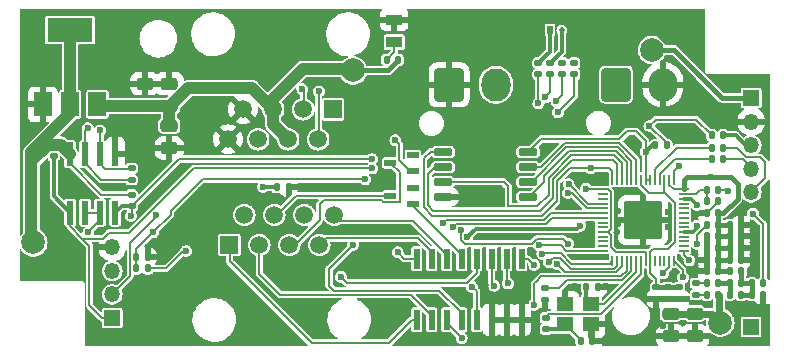
<source format=gbr>
G04 #@! TF.GenerationSoftware,KiCad,Pcbnew,(7.0.0-0)*
G04 #@! TF.CreationDate,2023-02-22T15:19:27+03:00*
G04 #@! TF.ProjectId,RP2040_minimal,52503230-3430-45f6-9d69-6e696d616c2e,REV1*
G04 #@! TF.SameCoordinates,Original*
G04 #@! TF.FileFunction,Copper,L1,Top*
G04 #@! TF.FilePolarity,Positive*
%FSLAX46Y46*%
G04 Gerber Fmt 4.6, Leading zero omitted, Abs format (unit mm)*
G04 Created by KiCad (PCBNEW (7.0.0-0)) date 2023-02-22 15:19:27*
%MOMM*%
%LPD*%
G01*
G04 APERTURE LIST*
G04 Aperture macros list*
%AMRoundRect*
0 Rectangle with rounded corners*
0 $1 Rounding radius*
0 $2 $3 $4 $5 $6 $7 $8 $9 X,Y pos of 4 corners*
0 Add a 4 corners polygon primitive as box body*
4,1,4,$2,$3,$4,$5,$6,$7,$8,$9,$2,$3,0*
0 Add four circle primitives for the rounded corners*
1,1,$1+$1,$2,$3*
1,1,$1+$1,$4,$5*
1,1,$1+$1,$6,$7*
1,1,$1+$1,$8,$9*
0 Add four rect primitives between the rounded corners*
20,1,$1+$1,$2,$3,$4,$5,0*
20,1,$1+$1,$4,$5,$6,$7,0*
20,1,$1+$1,$6,$7,$8,$9,0*
20,1,$1+$1,$8,$9,$2,$3,0*%
G04 Aperture macros list end*
G04 #@! TA.AperFunction,SMDPad,CuDef*
%ADD10RoundRect,0.140000X0.140000X0.170000X-0.140000X0.170000X-0.140000X-0.170000X0.140000X-0.170000X0*%
G04 #@! TD*
G04 #@! TA.AperFunction,SMDPad,CuDef*
%ADD11R,0.533400X1.701800*%
G04 #@! TD*
G04 #@! TA.AperFunction,SMDPad,CuDef*
%ADD12RoundRect,0.140000X-0.140000X-0.170000X0.140000X-0.170000X0.140000X0.170000X-0.140000X0.170000X0*%
G04 #@! TD*
G04 #@! TA.AperFunction,SMDPad,CuDef*
%ADD13R,1.000000X0.550000*%
G04 #@! TD*
G04 #@! TA.AperFunction,SMDPad,CuDef*
%ADD14RoundRect,0.140000X-0.170000X0.140000X-0.170000X-0.140000X0.170000X-0.140000X0.170000X0.140000X0*%
G04 #@! TD*
G04 #@! TA.AperFunction,SMDPad,CuDef*
%ADD15RoundRect,0.140000X0.170000X-0.140000X0.170000X0.140000X-0.170000X0.140000X-0.170000X-0.140000X0*%
G04 #@! TD*
G04 #@! TA.AperFunction,SMDPad,CuDef*
%ADD16RoundRect,0.041300X0.253700X-0.943700X0.253700X0.943700X-0.253700X0.943700X-0.253700X-0.943700X0*%
G04 #@! TD*
G04 #@! TA.AperFunction,SMDPad,CuDef*
%ADD17RoundRect,0.250000X0.475000X-0.250000X0.475000X0.250000X-0.475000X0.250000X-0.475000X-0.250000X0*%
G04 #@! TD*
G04 #@! TA.AperFunction,SMDPad,CuDef*
%ADD18RoundRect,0.050000X-0.387500X-0.050000X0.387500X-0.050000X0.387500X0.050000X-0.387500X0.050000X0*%
G04 #@! TD*
G04 #@! TA.AperFunction,SMDPad,CuDef*
%ADD19RoundRect,0.050000X-0.050000X-0.387500X0.050000X-0.387500X0.050000X0.387500X-0.050000X0.387500X0*%
G04 #@! TD*
G04 #@! TA.AperFunction,ComponentPad*
%ADD20C,0.600000*%
G04 #@! TD*
G04 #@! TA.AperFunction,SMDPad,CuDef*
%ADD21RoundRect,0.144000X-1.456000X-1.456000X1.456000X-1.456000X1.456000X1.456000X-1.456000X1.456000X0*%
G04 #@! TD*
G04 #@! TA.AperFunction,ComponentPad*
%ADD22R,1.350000X1.350000*%
G04 #@! TD*
G04 #@! TA.AperFunction,ComponentPad*
%ADD23O,1.350000X1.350000*%
G04 #@! TD*
G04 #@! TA.AperFunction,ComponentPad*
%ADD24R,0.500000X0.700000*%
G04 #@! TD*
G04 #@! TA.AperFunction,ComponentPad*
%ADD25O,0.500000X0.500000*%
G04 #@! TD*
G04 #@! TA.AperFunction,SMDPad,CuDef*
%ADD26RoundRect,0.250000X-0.475000X0.250000X-0.475000X-0.250000X0.475000X-0.250000X0.475000X0.250000X0*%
G04 #@! TD*
G04 #@! TA.AperFunction,ComponentPad*
%ADD27RoundRect,0.250000X-0.980000X-1.150000X0.980000X-1.150000X0.980000X1.150000X-0.980000X1.150000X0*%
G04 #@! TD*
G04 #@! TA.AperFunction,ComponentPad*
%ADD28O,2.460000X2.800000*%
G04 #@! TD*
G04 #@! TA.AperFunction,SMDPad,CuDef*
%ADD29RoundRect,0.150000X-0.650000X-0.150000X0.650000X-0.150000X0.650000X0.150000X-0.650000X0.150000X0*%
G04 #@! TD*
G04 #@! TA.AperFunction,SMDPad,CuDef*
%ADD30R,1.500000X2.000000*%
G04 #@! TD*
G04 #@! TA.AperFunction,SMDPad,CuDef*
%ADD31R,3.800000X2.000000*%
G04 #@! TD*
G04 #@! TA.AperFunction,SMDPad,CuDef*
%ADD32R,1.400000X1.200000*%
G04 #@! TD*
G04 #@! TA.AperFunction,SMDPad,CuDef*
%ADD33R,1.400000X0.900000*%
G04 #@! TD*
G04 #@! TA.AperFunction,ComponentPad*
%ADD34R,1.500000X1.500000*%
G04 #@! TD*
G04 #@! TA.AperFunction,ComponentPad*
%ADD35C,1.500000*%
G04 #@! TD*
G04 #@! TA.AperFunction,ViaPad*
%ADD36C,0.600000*%
G04 #@! TD*
G04 #@! TA.AperFunction,ViaPad*
%ADD37C,2.000000*%
G04 #@! TD*
G04 #@! TA.AperFunction,Conductor*
%ADD38C,0.150000*%
G04 #@! TD*
G04 #@! TA.AperFunction,Conductor*
%ADD39C,0.200000*%
G04 #@! TD*
G04 #@! TA.AperFunction,Conductor*
%ADD40C,1.000000*%
G04 #@! TD*
G04 #@! TA.AperFunction,Conductor*
%ADD41C,0.400000*%
G04 #@! TD*
G04 #@! TA.AperFunction,Conductor*
%ADD42C,0.300000*%
G04 #@! TD*
G04 #@! TA.AperFunction,Conductor*
%ADD43C,0.600000*%
G04 #@! TD*
G04 APERTURE END LIST*
D10*
X181556800Y-64932200D03*
X180596800Y-64932200D03*
X181556800Y-66913400D03*
X180596800Y-66913400D03*
D11*
X156006999Y-71002799D03*
X157276999Y-71002799D03*
X158546999Y-71002799D03*
X159816999Y-71002799D03*
X161086999Y-71002799D03*
X162356999Y-71002799D03*
X163626999Y-71002799D03*
X164896999Y-71002799D03*
X164896999Y-65821199D03*
X163626999Y-65821199D03*
X162356999Y-65821199D03*
X161086999Y-65821199D03*
X159816999Y-65821199D03*
X158546999Y-65821199D03*
X157276999Y-65821199D03*
X156006999Y-65821199D03*
D10*
X181937800Y-57413800D03*
X180977800Y-57413800D03*
D12*
X182501800Y-67904000D03*
X183461800Y-67904000D03*
D13*
X155686999Y-58368599D03*
X155686999Y-57068599D03*
X153786999Y-57718599D03*
D10*
X181556800Y-63941600D03*
X180596800Y-63941600D03*
D12*
X182501800Y-64932200D03*
X183461800Y-64932200D03*
D14*
X169342000Y-49263000D03*
X169342000Y-50223000D03*
X176276200Y-68262200D03*
X176276200Y-69222200D03*
D15*
X131877000Y-61373600D03*
X131877000Y-60413600D03*
X125273000Y-57131800D03*
X125273000Y-56171800D03*
D16*
X126670000Y-61932000D03*
X127940000Y-61932000D03*
X129210000Y-61932000D03*
X130480000Y-61932000D03*
X130480000Y-56982000D03*
X129210000Y-56982000D03*
X127940000Y-56982000D03*
X126670000Y-56982000D03*
D10*
X145158600Y-59776000D03*
X144198600Y-59776000D03*
D14*
X177266800Y-68262200D03*
X177266800Y-69222200D03*
D17*
X132969200Y-52902800D03*
X132969200Y-51002800D03*
D14*
X166929000Y-70853000D03*
X166929000Y-71813000D03*
D18*
X171746500Y-59970000D03*
X171746500Y-60370000D03*
X171746500Y-60770000D03*
X171746500Y-61170000D03*
X171746500Y-61570000D03*
X171746500Y-61970000D03*
X171746500Y-62370000D03*
X171746500Y-62770000D03*
X171746500Y-63170000D03*
X171746500Y-63570000D03*
X171746500Y-63970000D03*
X171746500Y-64370000D03*
X171746500Y-64770000D03*
X171746500Y-65170000D03*
D19*
X172584000Y-66007500D03*
X172984000Y-66007500D03*
X173384000Y-66007500D03*
X173784000Y-66007500D03*
X174184000Y-66007500D03*
X174584000Y-66007500D03*
X174984000Y-66007500D03*
X175384000Y-66007500D03*
X175784000Y-66007500D03*
X176184000Y-66007500D03*
X176584000Y-66007500D03*
X176984000Y-66007500D03*
X177384000Y-66007500D03*
X177784000Y-66007500D03*
D18*
X178621500Y-65170000D03*
X178621500Y-64770000D03*
X178621500Y-64370000D03*
X178621500Y-63970000D03*
X178621500Y-63570000D03*
X178621500Y-63170000D03*
X178621500Y-62770000D03*
X178621500Y-62370000D03*
X178621500Y-61970000D03*
X178621500Y-61570000D03*
X178621500Y-61170000D03*
X178621500Y-60770000D03*
X178621500Y-60370000D03*
X178621500Y-59970000D03*
D19*
X177784000Y-59132500D03*
X177384000Y-59132500D03*
X176984000Y-59132500D03*
X176584000Y-59132500D03*
X176184000Y-59132500D03*
X175784000Y-59132500D03*
X175384000Y-59132500D03*
X174984000Y-59132500D03*
X174584000Y-59132500D03*
X174184000Y-59132500D03*
X173784000Y-59132500D03*
X173384000Y-59132500D03*
X172984000Y-59132500D03*
X172584000Y-59132500D03*
D20*
X173909000Y-61295000D03*
X173909000Y-62570000D03*
X173909000Y-63845000D03*
X175184000Y-61295000D03*
X175184000Y-62570000D03*
D21*
X175184000Y-62570000D03*
D20*
X175184000Y-63845000D03*
X176459000Y-61295000D03*
X176459000Y-62570000D03*
X176459000Y-63845000D03*
D22*
X130235999Y-70858399D03*
D23*
X130235999Y-68858399D03*
X130235999Y-66858399D03*
X130235999Y-64858399D03*
D14*
X131877000Y-58178400D03*
X131877000Y-59138400D03*
D24*
X167292599Y-46481199D03*
D25*
X168292599Y-46481199D03*
D14*
X166319400Y-49263000D03*
X166319400Y-50223000D03*
D26*
X177520800Y-70484600D03*
X177520800Y-72384600D03*
D27*
X172898000Y-51090000D03*
D28*
X176857999Y-51089999D03*
D14*
X168351400Y-49263000D03*
X168351400Y-50223000D03*
D10*
X181556800Y-61960400D03*
X180596800Y-61960400D03*
D12*
X132276000Y-66658400D03*
X133236000Y-66658400D03*
D14*
X166903600Y-68341000D03*
X166903600Y-69301000D03*
D10*
X181556800Y-68894600D03*
X180596800Y-68894600D03*
D12*
X169928800Y-72806200D03*
X170888800Y-72806200D03*
X170386000Y-68259600D03*
X171346000Y-68259600D03*
D22*
X184302599Y-71612399D03*
D12*
X180592000Y-62951000D03*
X181552000Y-62951000D03*
X176228000Y-56220000D03*
X177188000Y-56220000D03*
D29*
X158249000Y-56778800D03*
X158249000Y-58048800D03*
X158249000Y-59318800D03*
X158249000Y-60588800D03*
X165449000Y-60588800D03*
X165449000Y-59318800D03*
X165449000Y-58048800D03*
X165449000Y-56778800D03*
D12*
X182501800Y-66913400D03*
X183461800Y-66913400D03*
D14*
X167335400Y-49263000D03*
X167335400Y-50223000D03*
D26*
X135052000Y-54574000D03*
X135052000Y-56474000D03*
D30*
X124369999Y-52765999D03*
X126669999Y-52765999D03*
D31*
X126669999Y-46465999D03*
D30*
X128969999Y-52765999D03*
D14*
X178257400Y-68262200D03*
X178257400Y-69222200D03*
D12*
X184381400Y-67904000D03*
X185341400Y-67904000D03*
X132266000Y-65678400D03*
X133226000Y-65678400D03*
X181003200Y-55381800D03*
X181963200Y-55381800D03*
D10*
X181937800Y-56423200D03*
X180977800Y-56423200D03*
D13*
X155686999Y-61162599D03*
X155686999Y-59862599D03*
X153786999Y-60512599D03*
D12*
X182501800Y-62951000D03*
X183461800Y-62951000D03*
D10*
X181556800Y-60969800D03*
X180596800Y-60969800D03*
X154429600Y-48981000D03*
X153469600Y-48981000D03*
D27*
X158751400Y-51115400D03*
D28*
X162711399Y-51115399D03*
D32*
X168579999Y-71381999D03*
X170779999Y-71381999D03*
X170779999Y-69681999D03*
X168579999Y-69681999D03*
D12*
X182501800Y-68894600D03*
X183461800Y-68894600D03*
X180596800Y-59979200D03*
X181556800Y-59979200D03*
X184381400Y-68894600D03*
X185341400Y-68894600D03*
X182501800Y-65922800D03*
X183461800Y-65922800D03*
D33*
X154101999Y-45592599D03*
X154101999Y-47492599D03*
D12*
X180596800Y-67904000D03*
X181556800Y-67904000D03*
D26*
X179552800Y-70484600D03*
X179552800Y-72384600D03*
D17*
X135052000Y-52902800D03*
X135052000Y-51002800D03*
D22*
X184327999Y-52219999D03*
D23*
X184327999Y-54219999D03*
X184327999Y-56219999D03*
X184327999Y-58219999D03*
X184327999Y-60219999D03*
D12*
X182501800Y-63941600D03*
X183461800Y-63941600D03*
D34*
X148935699Y-53179299D03*
D35*
X147665700Y-55719300D03*
X146395700Y-53179300D03*
X145125700Y-55719300D03*
X143855700Y-53179300D03*
X142585700Y-55719300D03*
X141315700Y-53179300D03*
X140045700Y-55719300D03*
D15*
X179629000Y-68866600D03*
X179629000Y-67906600D03*
D34*
X140142099Y-64666899D03*
D35*
X141412100Y-62126900D03*
X142682100Y-64666900D03*
X143952100Y-62126900D03*
X145222100Y-64666900D03*
X146492100Y-62126900D03*
X147762100Y-64666900D03*
X149032100Y-62126900D03*
D10*
X181556800Y-65922800D03*
X180596800Y-65922800D03*
D36*
X182042000Y-50632000D03*
X175946000Y-53172000D03*
X177292200Y-61884200D03*
X158928000Y-67269000D03*
X169037200Y-61223800D03*
X173152000Y-45806000D03*
X182296000Y-53934000D03*
X135687000Y-72349000D03*
X138354000Y-62062000D03*
X132766000Y-70190000D03*
X127330400Y-59928400D03*
X176200000Y-45806000D03*
X126695400Y-65211600D03*
X144323000Y-67523000D03*
X178994000Y-45806000D03*
X161722000Y-53934000D03*
X135052000Y-65110000D03*
X172009000Y-68183400D03*
X174472800Y-56093000D03*
X134137600Y-57718600D03*
X179756000Y-62062000D03*
X170231000Y-65719600D03*
X154102000Y-63332000D03*
X172999600Y-54746800D03*
X162230000Y-60792000D03*
X123876000Y-66634000D03*
X165735200Y-65211600D03*
X153467000Y-71206000D03*
X171831200Y-59369600D03*
X177266800Y-63128800D03*
X128702000Y-72730000D03*
X163246000Y-69047000D03*
X177470000Y-45806000D03*
X172517000Y-72526800D03*
X171424800Y-65719500D03*
X174472800Y-60055400D03*
X161264800Y-64017800D03*
X178486000Y-54696000D03*
X162331600Y-54873800D03*
X164262000Y-53172000D03*
X162230000Y-53172000D03*
X124384000Y-50124000D03*
X132766000Y-57490000D03*
X176860400Y-71510800D03*
X174803000Y-49438200D03*
X172237600Y-48879400D03*
X162839600Y-60080800D03*
X181026000Y-54188000D03*
X159436000Y-69047000D03*
X182981800Y-70545600D03*
X169379063Y-68183389D03*
X151054000Y-53172000D03*
X123622000Y-46060000D03*
X142672000Y-46568000D03*
X173025000Y-62900200D03*
X156642000Y-67142000D03*
X133274000Y-64856000D03*
X172999600Y-63611400D03*
X134290000Y-72476000D03*
X137947600Y-55432600D03*
X163093600Y-64017800D03*
X180772000Y-52664000D03*
X170358000Y-63840000D03*
X160452000Y-54442000D03*
X162179200Y-57083600D03*
X178486000Y-53172000D03*
X182931000Y-72222000D03*
X141656000Y-69936000D03*
X173431400Y-72857000D03*
X145974000Y-67523000D03*
X147371000Y-67523000D03*
X154610000Y-67142000D03*
X164770000Y-68666000D03*
X162738000Y-46060000D03*
X173442212Y-60095989D03*
X132639000Y-71333000D03*
X135560000Y-68412000D03*
X183312000Y-61935000D03*
X164516000Y-63967000D03*
X163754000Y-54188000D03*
X173406000Y-53680000D03*
X146482000Y-46568000D03*
X131750000Y-45044000D03*
X128702000Y-50124000D03*
X160706000Y-57744000D03*
X179984600Y-51876600D03*
X158674000Y-46060000D03*
X128586000Y-71198400D03*
X161214000Y-60665000D03*
X157658000Y-69428000D03*
X132385000Y-68158000D03*
X172390000Y-45806000D03*
X175641200Y-72755400D03*
X138862000Y-59776000D03*
X129718000Y-46568000D03*
X135737800Y-62265200D03*
X135306000Y-63586000D03*
X147498000Y-71460000D03*
X135306000Y-70698000D03*
X161036200Y-59979200D03*
X169723000Y-64094000D03*
X163246000Y-57236000D03*
X135890200Y-58455200D03*
X177825600Y-67091200D03*
X163449200Y-58455200D03*
X158801000Y-54162600D03*
X162230000Y-58252000D03*
X161214000Y-56728000D03*
X137769800Y-59979200D03*
X170866000Y-45806000D03*
X173025000Y-61757200D03*
X174523600Y-53400600D03*
X179756000Y-66786400D03*
X143942000Y-63586000D03*
X138150800Y-63535200D03*
X143434000Y-47584000D03*
X134163000Y-59979200D03*
D37*
X150622200Y-49895400D03*
X175920600Y-48168200D03*
D36*
X170358000Y-59903000D03*
D37*
X123545800Y-64449600D03*
D36*
X180924400Y-58912400D03*
X175384000Y-56782000D03*
D37*
X181713174Y-71246774D03*
D36*
X159817000Y-72552200D03*
X179705200Y-63052600D03*
X154406800Y-65287800D03*
X165966000Y-69738400D03*
X136486000Y-65178400D03*
X167970400Y-53451400D03*
X167919600Y-66287300D03*
X167189589Y-66117481D03*
X167843400Y-52511600D03*
X166640089Y-65414800D03*
X166878200Y-52181400D03*
X166392142Y-64706268D03*
X166319400Y-52689400D03*
X168824147Y-60269044D03*
X168884800Y-59522000D03*
X143002200Y-59750600D03*
X179730600Y-61249200D03*
X160299600Y-64027100D03*
X169875400Y-63027200D03*
X165963800Y-66354600D03*
X179095600Y-65973600D03*
X170764400Y-58175800D03*
X175717400Y-54594400D03*
X154203600Y-55813600D03*
X160706000Y-68208800D03*
X163754000Y-67929400D03*
X178562200Y-67415793D03*
X162585600Y-68132600D03*
X176860400Y-67074700D03*
X128168600Y-54797600D03*
X147726600Y-51673400D03*
X129210000Y-54975400D03*
X146329600Y-51470200D03*
X131826000Y-62198400D03*
X152222400Y-57388400D03*
X133976000Y-62138400D03*
X158242200Y-62776420D03*
X152236234Y-58179345D03*
X159055000Y-63128800D03*
X182372200Y-60106200D03*
X149606200Y-67370600D03*
X150622200Y-64635500D03*
X184480400Y-62011200D03*
X178181200Y-57998000D03*
X168807528Y-64544972D03*
X151638200Y-59090200D03*
X133711000Y-63583400D03*
X179756000Y-64576600D03*
X128206000Y-63586011D03*
X159740800Y-63437540D03*
D38*
X175184000Y-62570000D02*
X173909000Y-62570000D01*
X166903600Y-69301000D02*
X167133400Y-69301000D01*
D39*
X181556800Y-60969800D02*
X181556800Y-61000400D01*
D38*
X175184000Y-63845000D02*
X175184000Y-62570000D01*
X173909000Y-63845000D02*
X175184000Y-63845000D01*
D39*
X180495200Y-62062000D02*
X180596800Y-61960400D01*
X181556800Y-61000400D02*
X180596800Y-61960400D01*
D40*
X143855700Y-53179300D02*
X143855700Y-54449300D01*
D41*
X154429600Y-49023285D02*
X154429600Y-48981000D01*
D40*
X135149113Y-52902800D02*
X135052000Y-52902800D01*
X132969200Y-52902800D02*
X129106800Y-52902800D01*
D41*
X179984600Y-50327200D02*
X177825600Y-48168200D01*
X150622200Y-49895400D02*
X153557485Y-49895400D01*
X153557485Y-49895400D02*
X154429600Y-49023285D01*
D40*
X150495200Y-49768400D02*
X146355000Y-49768400D01*
X136657913Y-51394000D02*
X135149113Y-52902800D01*
D41*
X181877400Y-52220000D02*
X179984600Y-50327200D01*
X184328000Y-52220000D02*
X181877400Y-52220000D01*
D40*
X135052000Y-52902800D02*
X132969200Y-52902800D01*
X143855700Y-54449300D02*
X145125700Y-55719300D01*
X142070400Y-51394000D02*
X136657913Y-51394000D01*
X143855700Y-52267700D02*
X143855700Y-53179300D01*
X129106800Y-52902800D02*
X128970000Y-52766000D01*
D41*
X177825600Y-48168200D02*
X175920600Y-48168200D01*
D40*
X146355000Y-49768400D02*
X143855700Y-52267700D01*
X150622200Y-49895400D02*
X150495200Y-49768400D01*
X135052000Y-52902800D02*
X135052000Y-54574000D01*
X143855700Y-53179300D02*
X142070400Y-51394000D01*
D39*
X174584000Y-66007500D02*
X174584000Y-66968305D01*
X174584000Y-66968305D02*
X171870305Y-69682000D01*
X171870305Y-69682000D02*
X170780000Y-69682000D01*
D42*
X170386000Y-69288000D02*
X170780000Y-69682000D01*
X170386000Y-68259600D02*
X170386000Y-69288000D01*
D39*
X174984000Y-67138800D02*
X174984000Y-66007500D01*
X166929000Y-70853000D02*
X167249511Y-70532489D01*
X167249511Y-70532489D02*
X171590311Y-70532489D01*
X171590311Y-70532489D02*
X174984000Y-67138800D01*
D40*
X123395500Y-57582751D02*
X124806451Y-56171800D01*
D38*
X129314200Y-60413600D02*
X126670000Y-57769400D01*
X131877000Y-60413600D02*
X129314200Y-60413600D01*
D39*
X177384000Y-59132500D02*
X177384000Y-59593585D01*
D41*
X181556800Y-66913400D02*
X182501800Y-66913400D01*
D39*
X177384000Y-59593585D02*
X177760415Y-59970000D01*
D40*
X124806451Y-56171800D02*
X125273000Y-56171800D01*
D39*
X173835200Y-55026200D02*
X174549000Y-55026200D01*
D42*
X175946000Y-56220000D02*
X175384000Y-56782000D01*
D43*
X180976400Y-70510000D02*
X177546200Y-70510000D01*
D39*
X166535120Y-55692680D02*
X165449000Y-56778800D01*
X170425000Y-59970000D02*
X170358000Y-59903000D01*
D41*
X181556800Y-61960400D02*
X181965800Y-61960400D01*
D39*
X173835200Y-55026200D02*
X173168720Y-55692680D01*
D41*
X181556800Y-66913400D02*
X181556800Y-65922800D01*
D43*
X177546200Y-70510000D02*
X177520800Y-70484600D01*
D41*
X182501800Y-65922800D02*
X181556800Y-65922800D01*
D39*
X172433520Y-64874120D02*
X172847200Y-65287800D01*
X154406800Y-65287800D02*
X154940200Y-65821200D01*
X173168720Y-55692680D02*
X166535120Y-55692680D01*
D40*
X126670000Y-53527600D02*
X126670000Y-52766000D01*
D39*
X175384000Y-65360800D02*
X175384000Y-66007500D01*
D41*
X178892400Y-58912400D02*
X178621500Y-59183300D01*
D40*
X126670000Y-52766000D02*
X126670000Y-46466000D01*
D41*
X183185000Y-59471200D02*
X182626200Y-58912400D01*
D42*
X179391000Y-63570000D02*
X178621500Y-63570000D01*
D39*
X172433520Y-63344065D02*
X172207585Y-63570000D01*
D43*
X181584800Y-71118400D02*
X181584800Y-68922600D01*
X181713174Y-71246774D02*
X181584800Y-71118400D01*
D41*
X180924400Y-58912400D02*
X178892400Y-58912400D01*
D40*
X123395500Y-64383200D02*
X123395500Y-57582751D01*
D39*
X175784000Y-59132500D02*
X175384000Y-59132500D01*
X172207585Y-59970000D02*
X172433520Y-60195935D01*
D43*
X181713174Y-71246774D02*
X180976400Y-70510000D01*
D39*
X171746500Y-59970000D02*
X172207585Y-59970000D01*
D42*
X176228000Y-56220000D02*
X175946000Y-56220000D01*
D41*
X178621500Y-59183300D02*
X178621500Y-59920480D01*
D39*
X172847200Y-65287800D02*
X175311000Y-65287800D01*
X175384000Y-56782000D02*
X175384000Y-59132500D01*
D40*
X123395500Y-56802100D02*
X126670000Y-53527600D01*
X123395500Y-64383200D02*
X123395500Y-56802100D01*
D39*
X174549000Y-55026200D02*
X175384000Y-55861200D01*
D41*
X182501800Y-62951000D02*
X182501800Y-65922800D01*
D39*
X172207585Y-63570000D02*
X172433520Y-63795935D01*
D41*
X182501800Y-63941600D02*
X181556800Y-63941600D01*
D42*
X179705200Y-63255800D02*
X179391000Y-63570000D01*
D39*
X172433520Y-63795935D02*
X172433520Y-64874120D01*
X158547000Y-71282200D02*
X159817000Y-72552200D01*
D40*
X125273000Y-56171800D02*
X125859800Y-56171800D01*
D42*
X179705200Y-63052600D02*
X179705200Y-63255800D01*
D39*
X175384000Y-55861200D02*
X175384000Y-56782000D01*
D41*
X183185000Y-60741200D02*
X183185000Y-59471200D01*
D39*
X171746500Y-59970000D02*
X170425000Y-59970000D01*
D41*
X181552000Y-62951000D02*
X182501800Y-62951000D01*
D39*
X177760415Y-59970000D02*
X178621500Y-59970000D01*
X175311000Y-65287800D02*
X175384000Y-65360800D01*
D40*
X123461900Y-64449600D02*
X123395500Y-64383200D01*
D39*
X172433520Y-60195935D02*
X172433520Y-63344065D01*
D41*
X181556800Y-65922800D02*
X181556800Y-61960400D01*
D40*
X123545800Y-64449600D02*
X123461900Y-64449600D01*
X125859800Y-56171800D02*
X126670000Y-56982000D01*
D39*
X158547000Y-71002800D02*
X158547000Y-71282200D01*
X154940200Y-65821200D02*
X156007000Y-65821200D01*
D41*
X181556800Y-64932200D02*
X182501800Y-64932200D01*
D43*
X181584800Y-68922600D02*
X181556800Y-68894600D01*
D41*
X182626200Y-58912400D02*
X180924400Y-58912400D01*
X181965800Y-61960400D02*
X183185000Y-60741200D01*
D39*
X172207585Y-63570000D02*
X171746500Y-63570000D01*
D38*
X126670000Y-57769400D02*
X126670000Y-56982000D01*
D39*
X176911200Y-60284000D02*
X175674415Y-60284000D01*
X176276200Y-67523000D02*
X176276200Y-68262200D01*
X177292200Y-65008400D02*
X177901800Y-64398800D01*
D41*
X176276200Y-68262200D02*
X178257400Y-68262200D01*
D39*
X175784000Y-66007500D02*
X175784000Y-65221200D01*
X175996800Y-65008400D02*
X177292200Y-65008400D01*
X175784000Y-67030800D02*
X176276200Y-67523000D01*
X176984000Y-60211200D02*
X176911200Y-60284000D01*
X177901800Y-64398800D02*
X177901800Y-61129000D01*
X174984000Y-59593585D02*
X174984000Y-59132500D01*
X175784000Y-66007500D02*
X175784000Y-67030800D01*
X175674415Y-60284000D02*
X174984000Y-59593585D01*
X177901800Y-61129000D02*
X176984000Y-60211200D01*
X175784000Y-65221200D02*
X175996800Y-65008400D01*
X176984000Y-59132500D02*
X176984000Y-60211200D01*
D42*
X184328000Y-56220000D02*
X183845400Y-56220000D01*
X183007200Y-55381800D02*
X181963200Y-55381800D01*
X183845400Y-56220000D02*
X183007200Y-55381800D01*
D38*
X166565520Y-67328880D02*
X166076000Y-67818400D01*
X134776000Y-66658400D02*
X133236000Y-66658400D01*
X136256000Y-65178400D02*
X134776000Y-66658400D01*
X136486000Y-65178400D02*
X136256000Y-65178400D01*
X165966000Y-67928400D02*
X165966000Y-69738400D01*
X173303534Y-67328880D02*
X172096000Y-67328880D01*
X173784000Y-66848414D02*
X173303534Y-67328880D01*
X172096000Y-67328880D02*
X166565520Y-67328880D01*
X166076000Y-67818400D02*
X165966000Y-67928400D01*
X173784000Y-66007500D02*
X173784000Y-66848414D01*
D39*
X169342000Y-52079800D02*
X167970400Y-53451400D01*
X169342000Y-50223000D02*
X169342000Y-52079800D01*
D38*
X173384000Y-66456815D02*
X173384000Y-66007500D01*
X167919600Y-66287300D02*
X168601340Y-66969040D01*
X172871774Y-66969040D02*
X173384000Y-66456815D01*
X168601340Y-66969040D02*
X172871774Y-66969040D01*
X168136861Y-65762789D02*
X169043592Y-66669520D01*
X172984000Y-66433229D02*
X172984000Y-66007500D01*
X167544281Y-65762789D02*
X168136861Y-65762789D01*
D39*
X168351400Y-50223000D02*
X168351400Y-52003600D01*
D38*
X172747709Y-66669520D02*
X172984000Y-66433229D01*
D39*
X168351400Y-52003600D02*
X167843400Y-52511600D01*
D38*
X169043592Y-66669520D02*
X172747709Y-66669520D01*
X167189589Y-66117481D02*
X167544281Y-65762789D01*
X169050658Y-66253000D02*
X172338500Y-66253000D01*
X166665489Y-65389400D02*
X168187058Y-65389400D01*
D39*
X167335400Y-50223000D02*
X167335400Y-51724200D01*
X167335400Y-51724200D02*
X166878200Y-52181400D01*
D38*
X166640089Y-65414800D02*
X166665489Y-65389400D01*
X172338500Y-66253000D02*
X172584000Y-66007500D01*
X168187058Y-65389400D02*
X169050658Y-66253000D01*
X166392142Y-64706268D02*
X168227068Y-64706268D01*
X168690800Y-65170000D02*
X171746500Y-65170000D01*
X168227068Y-64706268D02*
X168690800Y-65170000D01*
D39*
X166319400Y-50223000D02*
X166319400Y-52689400D01*
X169137548Y-60269044D02*
X170438504Y-61570000D01*
X170438504Y-61570000D02*
X171746500Y-61570000D01*
X168824147Y-60269044D02*
X169137548Y-60269044D01*
X168884800Y-59522000D02*
X170532800Y-61170000D01*
X170532800Y-61170000D02*
X171746500Y-61170000D01*
X180596800Y-60969800D02*
X180596800Y-59979200D01*
X180010000Y-59979200D02*
X180596800Y-59979200D01*
X178621500Y-60370000D02*
X179619200Y-60370000D01*
X179619200Y-60370000D02*
X180010000Y-59979200D01*
D42*
X169615040Y-63287560D02*
X169875400Y-63027200D01*
X143027600Y-59776000D02*
X144198600Y-59776000D01*
X161039140Y-63287560D02*
X169615040Y-63287560D01*
X160299600Y-64027100D02*
X161039140Y-63287560D01*
X178621500Y-60770000D02*
X179251400Y-60770000D01*
X143002200Y-59750600D02*
X143027600Y-59776000D01*
X179251400Y-60770000D02*
X179730600Y-61249200D01*
D38*
X178621500Y-65499500D02*
X179095600Y-65973600D01*
X165430400Y-65821200D02*
X165963800Y-66354600D01*
X178621500Y-65170000D02*
X178621500Y-65499500D01*
X164897000Y-65821200D02*
X165430400Y-65821200D01*
D39*
X166649600Y-62189000D02*
X167875960Y-60962640D01*
X167875960Y-60962640D02*
X167875960Y-59286240D01*
X172584000Y-58446000D02*
X172584000Y-59132500D01*
X156616600Y-57341422D02*
X156616600Y-61477800D01*
X176250800Y-54061000D02*
X179682400Y-54061000D01*
X177188000Y-56065000D02*
X177188000Y-56220000D01*
X157327800Y-62189000D02*
X166649600Y-62189000D01*
X156616600Y-61477800D02*
X157327800Y-62189000D01*
X167875960Y-59286240D02*
X168986400Y-58175800D01*
X175717400Y-54594400D02*
X177188000Y-56065000D01*
X158249000Y-56778800D02*
X157179222Y-56778800D01*
X168986400Y-58175800D02*
X170764400Y-58175800D01*
X179682400Y-54061000D02*
X181003200Y-55381800D01*
X170764400Y-58175800D02*
X172313800Y-58175800D01*
X172313800Y-58175800D02*
X172584000Y-58446000D01*
X175717400Y-54594400D02*
X176250800Y-54061000D01*
X157179222Y-56778800D02*
X156616600Y-57341422D01*
X154536511Y-56146511D02*
X154203600Y-55813600D01*
X160706000Y-68208800D02*
X161087000Y-68589800D01*
X155687000Y-58368600D02*
X155462000Y-58368600D01*
X161087000Y-68589800D02*
X161087000Y-71002800D01*
X155462000Y-58368600D02*
X154536511Y-57443111D01*
X154536511Y-57443111D02*
X154536511Y-56146511D01*
X173177400Y-56042200D02*
X174584000Y-57448800D01*
X166522600Y-58048800D02*
X168529200Y-56042200D01*
X165449000Y-58048800D02*
X166522600Y-58048800D01*
X174584000Y-57448800D02*
X174584000Y-59132500D01*
X168529200Y-56042200D02*
X173177400Y-56042200D01*
X168673976Y-56391720D02*
X173032624Y-56391720D01*
X174184000Y-57543096D02*
X174184000Y-59132500D01*
X165746895Y-59318800D02*
X168673976Y-56391720D01*
X173032624Y-56391720D02*
X174184000Y-57543096D01*
X165449000Y-59318800D02*
X165746895Y-59318800D01*
X165449000Y-60588800D02*
X165544006Y-60588800D01*
X166827400Y-59305406D02*
X166827400Y-58810800D01*
X173784000Y-57637392D02*
X173784000Y-59132500D01*
X166827400Y-58810800D02*
X168896960Y-56741240D01*
X172887848Y-56741240D02*
X173784000Y-57637392D01*
X168896960Y-56741240D02*
X172887848Y-56741240D01*
X165544006Y-60588800D02*
X166827400Y-59305406D01*
X163373000Y-59318800D02*
X163754000Y-59699800D01*
X173384000Y-57731688D02*
X173384000Y-59132500D01*
X169041736Y-57090760D02*
X172743072Y-57090760D01*
X166217800Y-61376200D02*
X167176920Y-60417080D01*
X163754000Y-61376200D02*
X166217800Y-61376200D01*
X167176920Y-60417080D02*
X167176920Y-58955576D01*
X163754000Y-59699800D02*
X163754000Y-61376200D01*
X158249000Y-59318800D02*
X163373000Y-59318800D01*
X167176920Y-58955576D02*
X169041736Y-57090760D01*
X172743072Y-57090760D02*
X173384000Y-57731688D01*
X169186512Y-57440280D02*
X172593200Y-57440280D01*
X167526440Y-60677160D02*
X167526440Y-59100352D01*
X167526440Y-59100352D02*
X169186512Y-57440280D01*
X166421000Y-61782600D02*
X167526440Y-60677160D01*
X158249000Y-58048800D02*
X157556400Y-58048800D01*
X157556400Y-58048800D02*
X156972200Y-58633000D01*
X172593200Y-57440280D02*
X172984000Y-57831080D01*
X156972200Y-58633000D02*
X156972200Y-61325400D01*
X157429400Y-61782600D02*
X166421000Y-61782600D01*
X156972200Y-61325400D02*
X157429400Y-61782600D01*
X172984000Y-57831080D02*
X172984000Y-59132500D01*
X185090000Y-57236000D02*
X183933296Y-57236000D01*
X185521800Y-57667800D02*
X185090000Y-57236000D01*
X183933296Y-57236000D02*
X183120496Y-56423200D01*
X183120496Y-56423200D02*
X181937800Y-56423200D01*
X185521800Y-59026200D02*
X185521800Y-57667800D01*
X184328000Y-60220000D02*
X185521800Y-59026200D01*
X184328000Y-58220000D02*
X184328000Y-58125000D01*
X184328000Y-58125000D02*
X183616800Y-57413800D01*
X183616800Y-57413800D02*
X181937800Y-57413800D01*
D42*
X166929000Y-71813000D02*
X168149000Y-71813000D01*
D39*
X169928800Y-72730800D02*
X168580000Y-71382000D01*
D42*
X168149000Y-71813000D02*
X168580000Y-71382000D01*
D39*
X169928800Y-72806200D02*
X169928800Y-72730800D01*
D38*
X163627000Y-65821200D02*
X163627000Y-67802400D01*
X178562200Y-67415793D02*
X178562200Y-66785700D01*
X163627000Y-67802400D02*
X163754000Y-67929400D01*
X178562200Y-66785700D02*
X177784000Y-66007500D01*
X162357000Y-67904000D02*
X162585600Y-68132600D01*
X177384000Y-66551100D02*
X177384000Y-66007500D01*
X162357000Y-65821200D02*
X162357000Y-67904000D01*
X176860400Y-67074700D02*
X177384000Y-66551100D01*
D39*
X153181000Y-61037111D02*
X153037489Y-60893600D01*
X154559200Y-61014422D02*
X154536511Y-61037111D01*
X148133000Y-60893600D02*
X147802800Y-61223800D01*
X153787000Y-57718600D02*
X154559200Y-58490800D01*
X154536511Y-61037111D02*
X153181000Y-61037111D01*
X147802800Y-62544600D02*
X145680500Y-64666900D01*
X153037489Y-60893600D02*
X148133000Y-60893600D01*
X154559200Y-58490800D02*
X154559200Y-61014422D01*
X147802800Y-61223800D02*
X147802800Y-62544600D01*
X145680500Y-64666900D02*
X145222100Y-64666900D01*
X129309000Y-59138400D02*
X131877000Y-59138400D01*
X147701200Y-51698800D02*
X147701200Y-55493300D01*
X127940000Y-56982000D02*
X127940000Y-55026200D01*
X147726600Y-51673400D02*
X147701200Y-51698800D01*
X127940000Y-57769400D02*
X129309000Y-59138400D01*
X127940000Y-56982000D02*
X127940000Y-57769400D01*
X127940000Y-55026200D02*
X128168600Y-54797600D01*
X131838880Y-58216520D02*
X131877000Y-58178400D01*
X146329600Y-51470200D02*
X146446500Y-51587100D01*
X146446500Y-51587100D02*
X146446500Y-52938000D01*
X129210000Y-57769400D02*
X129657120Y-58216520D01*
X129657120Y-58216520D02*
X131838880Y-58216520D01*
X129210000Y-56982000D02*
X129210000Y-57769400D01*
X129210000Y-54975400D02*
X129210000Y-56982000D01*
D41*
X183461800Y-67904000D02*
X183461800Y-66913400D01*
X184381400Y-67904000D02*
X183461800Y-67904000D01*
X183461800Y-68894600D02*
X184381400Y-68894600D01*
X184381400Y-67904000D02*
X184381400Y-68894600D01*
D39*
X180596800Y-67904000D02*
X179631600Y-67904000D01*
X179631600Y-67904000D02*
X179629000Y-67906600D01*
D41*
X182501800Y-68894600D02*
X182501800Y-67904000D01*
X182501800Y-67904000D02*
X181556800Y-67904000D01*
D39*
X180596800Y-68894600D02*
X179657000Y-68894600D01*
X179657000Y-68894600D02*
X179629000Y-68866600D01*
X159817000Y-65821200D02*
X159817000Y-65474578D01*
X155687000Y-61344578D02*
X155687000Y-61162600D01*
X159817000Y-65474578D02*
X155687000Y-61344578D01*
X131877000Y-61373600D02*
X131877000Y-62147400D01*
X135862200Y-57388400D02*
X131877000Y-61373600D01*
X158480100Y-62538520D02*
X166794376Y-62538520D01*
X167362896Y-61970000D02*
X171746500Y-61970000D01*
D42*
X131038400Y-61373600D02*
X130480000Y-61932000D01*
D38*
X133976000Y-62308400D02*
X133976000Y-62138400D01*
D39*
X131877000Y-62147400D02*
X131826000Y-62198400D01*
X158242200Y-62776420D02*
X158480100Y-62538520D01*
D38*
X130236000Y-68858400D02*
X131761480Y-67332920D01*
X131761480Y-67332920D02*
X131761480Y-64522920D01*
D39*
X152222400Y-57388400D02*
X135862200Y-57388400D01*
D42*
X131877000Y-61373600D02*
X131038400Y-61373600D01*
D38*
X131846000Y-64438400D02*
X133976000Y-62308400D01*
D39*
X166794376Y-62538520D02*
X167362896Y-61970000D01*
D38*
X131761480Y-64522920D02*
X131846000Y-64438400D01*
D39*
X129437616Y-64135511D02*
X127702111Y-64135511D01*
X167457192Y-62370000D02*
X171746500Y-62370000D01*
X159055000Y-63128800D02*
X159295760Y-62888040D01*
D42*
X125273000Y-60535000D02*
X125273000Y-57131800D01*
D39*
X159295760Y-62888040D02*
X166939152Y-62888040D01*
X127702111Y-64135511D02*
X126670000Y-63103400D01*
D42*
X126670000Y-61932000D02*
X125273000Y-60535000D01*
D39*
X127702111Y-64135511D02*
X128296000Y-64729400D01*
X152236234Y-58179345D02*
X152232689Y-58175800D01*
X128296000Y-69758400D02*
X129396000Y-70858400D01*
X128296000Y-64729400D02*
X128296000Y-69758400D01*
X129924727Y-63648400D02*
X129437616Y-64135511D01*
X137134800Y-58175800D02*
X131662200Y-63648400D01*
X129396000Y-70858400D02*
X130236000Y-70858400D01*
X166939152Y-62888040D02*
X167457192Y-62370000D01*
X152232689Y-58175800D02*
X137134800Y-58175800D01*
X126670000Y-63103400D02*
X126670000Y-61932000D01*
X131662200Y-63648400D02*
X129924727Y-63648400D01*
X153787000Y-60512600D02*
X145760900Y-60512600D01*
X145760900Y-60512600D02*
X143977500Y-62296000D01*
X182245200Y-59979200D02*
X182372200Y-60106200D01*
X181556800Y-59979200D02*
X182245200Y-59979200D01*
D42*
X166319400Y-49263000D02*
X167292600Y-48289800D01*
X167292600Y-48289800D02*
X167292600Y-46481200D01*
X168292600Y-48305800D02*
X168292600Y-46481200D01*
X167335400Y-49263000D02*
X168292600Y-48305800D01*
D39*
X155626000Y-71002800D02*
X153662379Y-72966421D01*
X147124821Y-72966421D02*
X140167500Y-66009100D01*
X140167500Y-66009100D02*
X140167500Y-64836000D01*
X156007000Y-71002800D02*
X155626000Y-71002800D01*
X153662379Y-72966421D02*
X147124821Y-72966421D01*
X150121756Y-67886156D02*
X160241244Y-67886156D01*
X161087000Y-67040400D02*
X161087000Y-65821200D01*
X149606200Y-67370600D02*
X150121756Y-67886156D01*
X160241244Y-67886156D02*
X161087000Y-67040400D01*
X154102000Y-48348600D02*
X153469600Y-48981000D01*
X154102000Y-47492600D02*
X154102000Y-48348600D01*
X142682100Y-64861400D02*
X142707500Y-64836000D01*
X144467759Y-68886959D02*
X142682100Y-67101300D01*
X157277000Y-71002800D02*
X157277000Y-70656178D01*
X142682100Y-67101300D02*
X142682100Y-64861400D01*
X157277000Y-70656178D02*
X155507781Y-68886959D01*
X155507781Y-68886959D02*
X144467759Y-68886959D01*
X157277000Y-65237000D02*
X156126000Y-64086000D01*
X157277000Y-65821200D02*
X157277000Y-65237000D01*
X156126000Y-64086000D02*
X148343000Y-64086000D01*
X148343000Y-64086000D02*
X147762100Y-64666900D01*
X155695933Y-62623511D02*
X149528711Y-62623511D01*
X158547000Y-65821200D02*
X158547000Y-65474578D01*
X158547000Y-65474578D02*
X155695933Y-62623511D01*
X149528711Y-62623511D02*
X149032100Y-62126900D01*
X148581645Y-66676055D02*
X148581645Y-68113772D01*
X150622200Y-64635500D02*
X148581645Y-66676055D01*
X149005313Y-68537440D02*
X157935840Y-68537440D01*
X148581645Y-68113772D02*
X149005313Y-68537440D01*
X157935840Y-68537440D02*
X159817000Y-70418600D01*
X159817000Y-70418600D02*
X159817000Y-71002800D01*
X178017105Y-56423200D02*
X180977800Y-56423200D01*
X176184000Y-59132500D02*
X176184000Y-58256305D01*
X176184000Y-58256305D02*
X178017105Y-56423200D01*
X176584000Y-58671415D02*
X177841615Y-57413800D01*
X176584000Y-59132500D02*
X176584000Y-58671415D01*
X177841615Y-57413800D02*
X180977800Y-57413800D01*
X177784000Y-59132500D02*
X177784000Y-58395200D01*
X185341400Y-62872200D02*
X185341400Y-67904000D01*
X177784000Y-58395200D02*
X178181200Y-57998000D01*
X184480400Y-62011200D02*
X185341400Y-62872200D01*
X159740800Y-63437540D02*
X159740800Y-64245427D01*
X133711000Y-63583400D02*
X132266000Y-65028400D01*
X132266000Y-65028400D02*
X132266000Y-65678400D01*
X135188289Y-61783584D02*
X135188289Y-62106111D01*
X132266000Y-66648400D02*
X132276000Y-66658400D01*
X179756000Y-63787000D02*
X179756000Y-64576600D01*
X129210000Y-61932000D02*
X129210000Y-62582011D01*
X180592000Y-62951000D02*
X179756000Y-63787000D01*
X127940000Y-61932000D02*
X129210000Y-61932000D01*
X168419313Y-64156757D02*
X168807528Y-64544972D01*
X137881673Y-59090200D02*
X135188289Y-61783584D01*
X160071973Y-64576600D02*
X165744683Y-64576600D01*
X151638200Y-59090200D02*
X137881673Y-59090200D01*
X129210000Y-62582011D02*
X128206000Y-63586011D01*
X166164526Y-64156757D02*
X168419313Y-64156757D01*
X165744683Y-64576600D02*
X166164526Y-64156757D01*
X132266000Y-65678400D02*
X132266000Y-66648400D01*
X159740800Y-64245427D02*
X160071973Y-64576600D01*
X135188289Y-62106111D02*
X133711000Y-63583400D01*
D38*
X168093400Y-68341000D02*
X166903600Y-68341000D01*
X174184000Y-66872000D02*
X174184000Y-66007500D01*
X173397111Y-67658889D02*
X174184000Y-66872000D01*
X168775511Y-67658889D02*
X168093400Y-68341000D01*
X168775511Y-67658889D02*
X173397111Y-67658889D01*
G04 #@! TA.AperFunction,Conductor*
G36*
X175469148Y-66659852D02*
G01*
X175483500Y-66694500D01*
X175483500Y-66974908D01*
X175483030Y-66981678D01*
X175482669Y-66984260D01*
X175481227Y-66988565D01*
X175481436Y-66993095D01*
X175481436Y-66993099D01*
X175483448Y-67036610D01*
X175483500Y-67038873D01*
X175483500Y-67058644D01*
X175483915Y-67060863D01*
X175484159Y-67062167D01*
X175484941Y-67068909D01*
X175486127Y-67094579D01*
X175486415Y-67100792D01*
X175488246Y-67104940D01*
X175488248Y-67104946D01*
X175492728Y-67115093D01*
X175496067Y-67125874D01*
X175498104Y-67136770D01*
X175498105Y-67136772D01*
X175498939Y-67141233D01*
X175501328Y-67145091D01*
X175501329Y-67145094D01*
X175515734Y-67168359D01*
X175518897Y-67174360D01*
X175529958Y-67199409D01*
X175529960Y-67199412D01*
X175531794Y-67203565D01*
X175535004Y-67206775D01*
X175542843Y-67214614D01*
X175549852Y-67223463D01*
X175558081Y-67236752D01*
X175568818Y-67244860D01*
X175583550Y-67255985D01*
X175588669Y-67260440D01*
X175961348Y-67633119D01*
X175975700Y-67667767D01*
X175975700Y-67776137D01*
X175968026Y-67802465D01*
X175947408Y-67820545D01*
X175946638Y-67820905D01*
X175911767Y-67837164D01*
X175911761Y-67837167D01*
X175907884Y-67838976D01*
X175904856Y-67842003D01*
X175904853Y-67842006D01*
X175826006Y-67920853D01*
X175826003Y-67920856D01*
X175822976Y-67923884D01*
X175821166Y-67927764D01*
X175821164Y-67927768D01*
X175773812Y-68029315D01*
X175773811Y-68029317D01*
X175772228Y-68032713D01*
X175771739Y-68036422D01*
X175771738Y-68036428D01*
X175765908Y-68080714D01*
X175765907Y-68080724D01*
X175765700Y-68082299D01*
X175765700Y-68083898D01*
X175765700Y-68083899D01*
X175765700Y-68440498D01*
X175765700Y-68440513D01*
X175765701Y-68442100D01*
X175765908Y-68443673D01*
X175765909Y-68443687D01*
X175772228Y-68491687D01*
X175770512Y-68491912D01*
X175769358Y-68516613D01*
X175748738Y-68540763D01*
X175708537Y-68564538D01*
X175703694Y-68568295D01*
X175592295Y-68679694D01*
X175588536Y-68684540D01*
X175508340Y-68820145D01*
X175505907Y-68825767D01*
X175466655Y-68960872D01*
X175466802Y-68966491D01*
X175472156Y-68968200D01*
X179069073Y-68968200D01*
X179069073Y-68970450D01*
X179084756Y-68970498D01*
X179109177Y-68988309D01*
X179118500Y-69017061D01*
X179118500Y-69044897D01*
X179118500Y-69044912D01*
X179118501Y-69046500D01*
X179118708Y-69048073D01*
X179118709Y-69048087D01*
X179122360Y-69075819D01*
X179125028Y-69096087D01*
X179126610Y-69099479D01*
X179126611Y-69099483D01*
X179173192Y-69199375D01*
X179175776Y-69204916D01*
X179260684Y-69289824D01*
X179369513Y-69340572D01*
X179419099Y-69347100D01*
X179838900Y-69347099D01*
X179888487Y-69340572D01*
X179997316Y-69289824D01*
X180076599Y-69210540D01*
X180104143Y-69196707D01*
X180134500Y-69202060D01*
X180155654Y-69224482D01*
X180171764Y-69259032D01*
X180171766Y-69259035D01*
X180173576Y-69262916D01*
X180258484Y-69347824D01*
X180367313Y-69398572D01*
X180416899Y-69405100D01*
X180776700Y-69405099D01*
X180826287Y-69398572D01*
X180935116Y-69347824D01*
X181000652Y-69282288D01*
X181035300Y-69267936D01*
X181069948Y-69282288D01*
X181084300Y-69316936D01*
X181084300Y-69963308D01*
X181077141Y-69988810D01*
X181057756Y-70006860D01*
X181031809Y-70012183D01*
X181031683Y-70012174D01*
X181028214Y-70011802D01*
X181012199Y-70009500D01*
X181010447Y-70009500D01*
X180996027Y-70009500D01*
X180992531Y-70009375D01*
X180976201Y-70008207D01*
X180940327Y-70005641D01*
X180936902Y-70006385D01*
X180936902Y-70006386D01*
X180927736Y-70008380D01*
X180917320Y-70009500D01*
X180446312Y-70009500D01*
X180424230Y-70004242D01*
X180406887Y-69989597D01*
X180352130Y-69915404D01*
X180349950Y-69912450D01*
X180336333Y-69902400D01*
X180243637Y-69833987D01*
X180243632Y-69833984D01*
X180240682Y-69831807D01*
X180237217Y-69830594D01*
X180237216Y-69830594D01*
X180115312Y-69787938D01*
X180115309Y-69787937D01*
X180112499Y-69786954D01*
X180109536Y-69786676D01*
X180109531Y-69786675D01*
X180083196Y-69784205D01*
X180083175Y-69784204D01*
X180082066Y-69784100D01*
X179023534Y-69784100D01*
X179022407Y-69784205D01*
X179022400Y-69784206D01*
X179020927Y-69784344D01*
X178987122Y-69774877D01*
X178968326Y-69745227D01*
X178974186Y-69710614D01*
X179025259Y-69624254D01*
X179027692Y-69618632D01*
X179066944Y-69483527D01*
X179066797Y-69477908D01*
X179061444Y-69476200D01*
X176539947Y-69476200D01*
X176533054Y-69479054D01*
X176530200Y-69485947D01*
X176530200Y-70001960D01*
X176531665Y-70007155D01*
X176536955Y-70008207D01*
X176545873Y-70007505D01*
X176550779Y-70006609D01*
X176567992Y-70001608D01*
X176602857Y-70004482D01*
X176626921Y-70029876D01*
X176627915Y-70064845D01*
X176599139Y-70147084D01*
X176599137Y-70147089D01*
X176598154Y-70149901D01*
X176597876Y-70152861D01*
X176597875Y-70152868D01*
X176595405Y-70179203D01*
X176595403Y-70179225D01*
X176595300Y-70180334D01*
X176595300Y-70788866D01*
X176595404Y-70789975D01*
X176595405Y-70789996D01*
X176597875Y-70816331D01*
X176597876Y-70816336D01*
X176598154Y-70819299D01*
X176599137Y-70822109D01*
X176599138Y-70822112D01*
X176641490Y-70943148D01*
X176643007Y-70947482D01*
X176645184Y-70950432D01*
X176645187Y-70950437D01*
X176715487Y-71045690D01*
X176723650Y-71056750D01*
X176726604Y-71058930D01*
X176829962Y-71135212D01*
X176829964Y-71135213D01*
X176832918Y-71137393D01*
X176961101Y-71182246D01*
X176984878Y-71184475D01*
X176990403Y-71184994D01*
X176990404Y-71184994D01*
X176991534Y-71185100D01*
X178048930Y-71185100D01*
X178050066Y-71185100D01*
X178080499Y-71182246D01*
X178208682Y-71137393D01*
X178317950Y-71056750D01*
X178337394Y-71030403D01*
X178354738Y-71015758D01*
X178376820Y-71010500D01*
X178696780Y-71010500D01*
X178718862Y-71015758D01*
X178736205Y-71030403D01*
X178745227Y-71042628D01*
X178755650Y-71056750D01*
X178758604Y-71058930D01*
X178861962Y-71135212D01*
X178861964Y-71135213D01*
X178864918Y-71137393D01*
X178993101Y-71182246D01*
X179016878Y-71184475D01*
X179022403Y-71184994D01*
X179022404Y-71184994D01*
X179023534Y-71185100D01*
X180080930Y-71185100D01*
X180082066Y-71185100D01*
X180112499Y-71182246D01*
X180240682Y-71137393D01*
X180349950Y-71056750D01*
X180369394Y-71030403D01*
X180386738Y-71015758D01*
X180408820Y-71010500D01*
X180475674Y-71010500D01*
X180501469Y-71017839D01*
X180519537Y-71037659D01*
X180524465Y-71064021D01*
X180513256Y-71184994D01*
X180507531Y-71246774D01*
X180507740Y-71249030D01*
X180527279Y-71459901D01*
X180517608Y-71493929D01*
X180487547Y-71512577D01*
X180452764Y-71506127D01*
X180352750Y-71444438D01*
X180347619Y-71442045D01*
X180184663Y-71388047D01*
X180179460Y-71386933D01*
X180079545Y-71376726D01*
X180077067Y-71376600D01*
X179816547Y-71376600D01*
X179809654Y-71379454D01*
X179806800Y-71386347D01*
X179806800Y-72120853D01*
X179809654Y-72127745D01*
X179816547Y-72130600D01*
X180776053Y-72130600D01*
X180782944Y-72127745D01*
X180787663Y-72116354D01*
X180807782Y-72093052D01*
X180837829Y-72086350D01*
X180865943Y-72098893D01*
X180986612Y-72208898D01*
X181175773Y-72326021D01*
X181383234Y-72406392D01*
X181601931Y-72447274D01*
X181822154Y-72447274D01*
X181824417Y-72447274D01*
X182043114Y-72406392D01*
X182250575Y-72326021D01*
X182281056Y-72307148D01*
X183427100Y-72307148D01*
X183427569Y-72309507D01*
X183427570Y-72309514D01*
X183437790Y-72360894D01*
X183437791Y-72360897D01*
X183438733Y-72365631D01*
X183441414Y-72369644D01*
X183441415Y-72369645D01*
X183466076Y-72406553D01*
X183483048Y-72431952D01*
X183549369Y-72476267D01*
X183607852Y-72487900D01*
X184994938Y-72487900D01*
X184997348Y-72487900D01*
X185055831Y-72476267D01*
X185122152Y-72431952D01*
X185166467Y-72365631D01*
X185178100Y-72307148D01*
X185178100Y-70917652D01*
X185166467Y-70859169D01*
X185122152Y-70792848D01*
X185114492Y-70787730D01*
X185059845Y-70751215D01*
X185059844Y-70751214D01*
X185055831Y-70748533D01*
X185051097Y-70747591D01*
X185051094Y-70747590D01*
X184999714Y-70737370D01*
X184999707Y-70737369D01*
X184997348Y-70736900D01*
X183607852Y-70736900D01*
X183605493Y-70737369D01*
X183605485Y-70737370D01*
X183554105Y-70747590D01*
X183554100Y-70747591D01*
X183549369Y-70748533D01*
X183545357Y-70751213D01*
X183545354Y-70751215D01*
X183487059Y-70790167D01*
X183487056Y-70790169D01*
X183483048Y-70792848D01*
X183480369Y-70796856D01*
X183480367Y-70796859D01*
X183441415Y-70855154D01*
X183441413Y-70855157D01*
X183438733Y-70859169D01*
X183437791Y-70863900D01*
X183437790Y-70863905D01*
X183427570Y-70915285D01*
X183427569Y-70915293D01*
X183427100Y-70917652D01*
X183427100Y-72307148D01*
X182281056Y-72307148D01*
X182439736Y-72208898D01*
X182604155Y-72059010D01*
X182738232Y-71881463D01*
X182837403Y-71682302D01*
X182898289Y-71468310D01*
X182918817Y-71246774D01*
X182898289Y-71025238D01*
X182837403Y-70811246D01*
X182738232Y-70612085D01*
X182664678Y-70514684D01*
X182605522Y-70436348D01*
X182605521Y-70436347D01*
X182604155Y-70434538D01*
X182439736Y-70284650D01*
X182271259Y-70180334D01*
X182252502Y-70168720D01*
X182252500Y-70168719D01*
X182250575Y-70167527D01*
X182139301Y-70124419D01*
X182116599Y-70115624D01*
X182093875Y-70097625D01*
X182085300Y-70069933D01*
X182085300Y-69386298D01*
X182097696Y-69353723D01*
X182128612Y-69337629D01*
X182161622Y-69345962D01*
X182163484Y-69347824D01*
X182167365Y-69349634D01*
X182167367Y-69349635D01*
X182187251Y-69358907D01*
X182272313Y-69398572D01*
X182321899Y-69405100D01*
X182681700Y-69405099D01*
X182731287Y-69398572D01*
X182840116Y-69347824D01*
X182925024Y-69262916D01*
X182937391Y-69236393D01*
X182963709Y-69211564D01*
X182999891Y-69211564D01*
X183026208Y-69236393D01*
X183038576Y-69262916D01*
X183123484Y-69347824D01*
X183232313Y-69398572D01*
X183281899Y-69405100D01*
X183641700Y-69405099D01*
X183691287Y-69398572D01*
X183800116Y-69347824D01*
X183838488Y-69309452D01*
X183873136Y-69295100D01*
X183970064Y-69295100D01*
X184004712Y-69309451D01*
X184043084Y-69347824D01*
X184151913Y-69398572D01*
X184201499Y-69405100D01*
X184561300Y-69405099D01*
X184610887Y-69398572D01*
X184611114Y-69400299D01*
X184635785Y-69401430D01*
X184659964Y-69422062D01*
X184683736Y-69462259D01*
X184687495Y-69467105D01*
X184798894Y-69578504D01*
X184803740Y-69582263D01*
X184939345Y-69662459D01*
X184944967Y-69664892D01*
X185080072Y-69704144D01*
X185085691Y-69703997D01*
X185087400Y-69698644D01*
X185087400Y-68689600D01*
X185101752Y-68654952D01*
X185136400Y-68640600D01*
X185546400Y-68640600D01*
X185581048Y-68654952D01*
X185595400Y-68689600D01*
X185595400Y-69698644D01*
X185597108Y-69703997D01*
X185602727Y-69704144D01*
X185737832Y-69664892D01*
X185743454Y-69662459D01*
X185821557Y-69616270D01*
X185854672Y-69610132D01*
X185883926Y-69626819D01*
X185895500Y-69658446D01*
X185895500Y-73142500D01*
X185881148Y-73177148D01*
X185846500Y-73191500D01*
X180661152Y-73191500D01*
X180627873Y-73178465D01*
X180612299Y-73146296D01*
X180622717Y-73112107D01*
X180627931Y-73105512D01*
X180717961Y-72959550D01*
X180720354Y-72954419D01*
X180774352Y-72791463D01*
X180775466Y-72786260D01*
X180785673Y-72686345D01*
X180785800Y-72683867D01*
X180785800Y-72648347D01*
X180782945Y-72641454D01*
X180776053Y-72638600D01*
X176297547Y-72638600D01*
X176290654Y-72641454D01*
X176287800Y-72648347D01*
X176287800Y-72683867D01*
X176287926Y-72686345D01*
X176298133Y-72786260D01*
X176299247Y-72791463D01*
X176353245Y-72954419D01*
X176355638Y-72959550D01*
X176445668Y-73105512D01*
X176450883Y-73112107D01*
X176461301Y-73146296D01*
X176445727Y-73178465D01*
X176412448Y-73191500D01*
X171706305Y-73191500D01*
X171677920Y-73182441D01*
X171660031Y-73158615D01*
X171659251Y-73128830D01*
X171673208Y-73080788D01*
X171674105Y-73075873D01*
X171674807Y-73066955D01*
X171673755Y-73061665D01*
X171668560Y-73060200D01*
X170683800Y-73060200D01*
X170649152Y-73045848D01*
X170634800Y-73011200D01*
X170634800Y-72539747D01*
X170631945Y-72532854D01*
X170625053Y-72530000D01*
X170575000Y-72530000D01*
X170540352Y-72515648D01*
X170526000Y-72481000D01*
X170526000Y-71938453D01*
X171034000Y-71938453D01*
X171036854Y-71945345D01*
X171043747Y-71948200D01*
X171093800Y-71948200D01*
X171128448Y-71962552D01*
X171142800Y-71997200D01*
X171142800Y-72542453D01*
X171145654Y-72549345D01*
X171152547Y-72552200D01*
X171668560Y-72552200D01*
X171673755Y-72550734D01*
X171674807Y-72545444D01*
X171674105Y-72536526D01*
X171673208Y-72531614D01*
X171665063Y-72503578D01*
X171668331Y-72467911D01*
X171694994Y-72443996D01*
X171722677Y-72433670D01*
X171728769Y-72430344D01*
X171840099Y-72347003D01*
X171845003Y-72342099D01*
X171928344Y-72230769D01*
X171931670Y-72224679D01*
X171980425Y-72093961D01*
X171981822Y-72088048D01*
X171987858Y-72031904D01*
X171988000Y-72029270D01*
X171988000Y-71645747D01*
X171985145Y-71638854D01*
X171978253Y-71636000D01*
X171043747Y-71636000D01*
X171036854Y-71638854D01*
X171034000Y-71645747D01*
X171034000Y-71938453D01*
X170526000Y-71938453D01*
X170526000Y-71177000D01*
X170540352Y-71142352D01*
X170575000Y-71128000D01*
X171978253Y-71128000D01*
X171985145Y-71125145D01*
X171988000Y-71118253D01*
X171988000Y-70734730D01*
X171987858Y-70732095D01*
X171981822Y-70675953D01*
X171980423Y-70670033D01*
X171963532Y-70624746D01*
X171961562Y-70597206D01*
X171974791Y-70572978D01*
X172633912Y-69913857D01*
X172663756Y-69899742D01*
X172695782Y-69907764D01*
X172715449Y-69934282D01*
X172713829Y-69967257D01*
X172619862Y-70194112D01*
X172619858Y-70194123D01*
X172619127Y-70195889D01*
X172618680Y-70197750D01*
X172618678Y-70197757D01*
X172561398Y-70436348D01*
X172560317Y-70440852D01*
X172560165Y-70442770D01*
X172560165Y-70442777D01*
X172541913Y-70674699D01*
X172540551Y-70692000D01*
X172540702Y-70693919D01*
X172555503Y-70881989D01*
X172560317Y-70943148D01*
X172560767Y-70945025D01*
X172560768Y-70945027D01*
X172618378Y-71184994D01*
X172619127Y-71188111D01*
X172619859Y-71189879D01*
X172619862Y-71189887D01*
X172714793Y-71419071D01*
X172715534Y-71420859D01*
X172716544Y-71422507D01*
X172716545Y-71422509D01*
X172835109Y-71615988D01*
X172847164Y-71635659D01*
X173010776Y-71827224D01*
X173202341Y-71990836D01*
X173417141Y-72122466D01*
X173649889Y-72218873D01*
X173894852Y-72277683D01*
X174146000Y-72297449D01*
X174397148Y-72277683D01*
X174642111Y-72218873D01*
X174874859Y-72122466D01*
X174877491Y-72120853D01*
X176287800Y-72120853D01*
X176290654Y-72127745D01*
X176297547Y-72130600D01*
X177257053Y-72130600D01*
X177263945Y-72127745D01*
X177266800Y-72120853D01*
X177774800Y-72120853D01*
X177777654Y-72127745D01*
X177784547Y-72130600D01*
X179289053Y-72130600D01*
X179295945Y-72127745D01*
X179298800Y-72120853D01*
X179298800Y-71386347D01*
X179295945Y-71379454D01*
X179289053Y-71376600D01*
X179028533Y-71376600D01*
X179026054Y-71376726D01*
X178926139Y-71386933D01*
X178920936Y-71388047D01*
X178757980Y-71442045D01*
X178752849Y-71444438D01*
X178606892Y-71534465D01*
X178602439Y-71537986D01*
X178571448Y-71568978D01*
X178536800Y-71583330D01*
X178502152Y-71568978D01*
X178471160Y-71537986D01*
X178466707Y-71534465D01*
X178320750Y-71444438D01*
X178315619Y-71442045D01*
X178152663Y-71388047D01*
X178147460Y-71386933D01*
X178047545Y-71376726D01*
X178045067Y-71376600D01*
X177784547Y-71376600D01*
X177777654Y-71379454D01*
X177774800Y-71386347D01*
X177774800Y-72120853D01*
X177266800Y-72120853D01*
X177266800Y-71386347D01*
X177263945Y-71379454D01*
X177257053Y-71376600D01*
X176996533Y-71376600D01*
X176994054Y-71376726D01*
X176894139Y-71386933D01*
X176888936Y-71388047D01*
X176725980Y-71442045D01*
X176720849Y-71444438D01*
X176574892Y-71534465D01*
X176570439Y-71537986D01*
X176449186Y-71659239D01*
X176445665Y-71663692D01*
X176355638Y-71809649D01*
X176353245Y-71814780D01*
X176299247Y-71977736D01*
X176298133Y-71982939D01*
X176287926Y-72082854D01*
X176287800Y-72085333D01*
X176287800Y-72120853D01*
X174877491Y-72120853D01*
X175089659Y-71990836D01*
X175281224Y-71827224D01*
X175444836Y-71635659D01*
X175576466Y-71420859D01*
X175672873Y-71188111D01*
X175731683Y-70943148D01*
X175751449Y-70692000D01*
X175731683Y-70440852D01*
X175672873Y-70195889D01*
X175666900Y-70181470D01*
X175639626Y-70115624D01*
X175576466Y-69963141D01*
X175444836Y-69748341D01*
X175281224Y-69556776D01*
X175195460Y-69483527D01*
X175466655Y-69483527D01*
X175505907Y-69618632D01*
X175508340Y-69624254D01*
X175588536Y-69759859D01*
X175592295Y-69764705D01*
X175703694Y-69876104D01*
X175708540Y-69879863D01*
X175844145Y-69960059D01*
X175849767Y-69962492D01*
X176001614Y-70006608D01*
X176006526Y-70007505D01*
X176015444Y-70008207D01*
X176020734Y-70007155D01*
X176022200Y-70001960D01*
X176022200Y-69485947D01*
X176019345Y-69479054D01*
X176012453Y-69476200D01*
X175472156Y-69476200D01*
X175466802Y-69477908D01*
X175466655Y-69483527D01*
X175195460Y-69483527D01*
X175089659Y-69393164D01*
X175040739Y-69363186D01*
X174876509Y-69262545D01*
X174876507Y-69262544D01*
X174874859Y-69261534D01*
X174873075Y-69260795D01*
X174873071Y-69260793D01*
X174643887Y-69165862D01*
X174643879Y-69165859D01*
X174642111Y-69165127D01*
X174640245Y-69164679D01*
X174640242Y-69164678D01*
X174399027Y-69106768D01*
X174399025Y-69106767D01*
X174397148Y-69106317D01*
X174395227Y-69106165D01*
X174395222Y-69106165D01*
X174147919Y-69086702D01*
X174146000Y-69086551D01*
X174144081Y-69086702D01*
X173896777Y-69106165D01*
X173896770Y-69106165D01*
X173894852Y-69106317D01*
X173892976Y-69106767D01*
X173892972Y-69106768D01*
X173651757Y-69164678D01*
X173651750Y-69164680D01*
X173649889Y-69165127D01*
X173648123Y-69165858D01*
X173648112Y-69165862D01*
X173421257Y-69259828D01*
X173388282Y-69261448D01*
X173361764Y-69241781D01*
X173353742Y-69209755D01*
X173367856Y-69179913D01*
X175156967Y-67390802D01*
X175162083Y-67386351D01*
X175164158Y-67384783D01*
X175168228Y-67382758D01*
X175200641Y-67347201D01*
X175202162Y-67345607D01*
X175216174Y-67331597D01*
X175218199Y-67328639D01*
X175222414Y-67323319D01*
X175240856Y-67303090D01*
X175240856Y-67303088D01*
X175243916Y-67299733D01*
X175249564Y-67285151D01*
X175254827Y-67275168D01*
X175263656Y-67262281D01*
X175270962Y-67231214D01*
X175272969Y-67224735D01*
X175273461Y-67223466D01*
X175284500Y-67194973D01*
X175284500Y-67179346D01*
X175285802Y-67168127D01*
X175286801Y-67163880D01*
X175289379Y-67152919D01*
X175284970Y-67121313D01*
X175284500Y-67114543D01*
X175284500Y-66694500D01*
X175298852Y-66659852D01*
X175333500Y-66645500D01*
X175434500Y-66645500D01*
X175469148Y-66659852D01*
G37*
G04 #@! TD.AperFunction*
G04 #@! TA.AperFunction,Conductor*
G36*
X165896938Y-64858878D02*
G01*
X165923045Y-64883910D01*
X165953480Y-64950552D01*
X165966765Y-64979641D01*
X165969056Y-64982285D01*
X165969058Y-64982288D01*
X166016079Y-65036553D01*
X166061014Y-65088411D01*
X166063962Y-65090306D01*
X166063965Y-65090308D01*
X166162836Y-65153848D01*
X166183360Y-65181264D01*
X166180917Y-65215424D01*
X166160549Y-65260025D01*
X166154924Y-65272343D01*
X166154425Y-65275808D01*
X166154425Y-65275811D01*
X166135315Y-65408726D01*
X166134442Y-65414800D01*
X166134941Y-65418271D01*
X166154424Y-65553784D01*
X166154425Y-65553788D01*
X166154924Y-65557257D01*
X166156379Y-65560443D01*
X166156380Y-65560446D01*
X166185577Y-65624378D01*
X166214712Y-65688173D01*
X166217003Y-65690817D01*
X166217005Y-65690820D01*
X166239608Y-65716905D01*
X166308961Y-65796943D01*
X166311909Y-65798838D01*
X166311912Y-65798840D01*
X166362177Y-65831143D01*
X166430036Y-65874753D01*
X166568128Y-65915300D01*
X166571632Y-65915300D01*
X166657024Y-65915300D01*
X166685446Y-65924385D01*
X166703328Y-65948271D01*
X166703965Y-65974958D01*
X166704424Y-65975024D01*
X166704031Y-65977752D01*
X166704031Y-65977756D01*
X166703926Y-65978483D01*
X166703925Y-65978489D01*
X166687405Y-66093393D01*
X166683942Y-66117481D01*
X166684441Y-66120952D01*
X166703924Y-66256465D01*
X166703925Y-66256469D01*
X166704424Y-66259938D01*
X166705879Y-66263124D01*
X166705880Y-66263127D01*
X166749240Y-66358071D01*
X166764212Y-66390854D01*
X166766503Y-66393498D01*
X166766505Y-66393501D01*
X166842623Y-66481346D01*
X166858461Y-66499624D01*
X166861409Y-66501519D01*
X166861412Y-66501521D01*
X166929198Y-66545084D01*
X166979536Y-66577434D01*
X167117628Y-66617981D01*
X167258046Y-66617981D01*
X167261550Y-66617981D01*
X167399642Y-66577434D01*
X167434004Y-66555350D01*
X167467467Y-66548071D01*
X167497524Y-66564483D01*
X167588472Y-66669443D01*
X167591420Y-66671338D01*
X167591423Y-66671340D01*
X167679897Y-66728198D01*
X167709547Y-66747253D01*
X167847639Y-66787800D01*
X167988057Y-66787800D01*
X167991561Y-66787800D01*
X167994923Y-66786812D01*
X167998392Y-66786314D01*
X167998500Y-66787071D01*
X168019676Y-66786693D01*
X168042207Y-66799523D01*
X168212416Y-66969732D01*
X168226768Y-67004380D01*
X168212416Y-67039028D01*
X168177768Y-67053380D01*
X166597476Y-67053380D01*
X166587916Y-67052438D01*
X166570256Y-67048925D01*
X166565520Y-67047983D01*
X166538388Y-67053380D01*
X166538387Y-67053380D01*
X166538385Y-67053380D01*
X166462761Y-67068422D01*
X166462756Y-67068423D01*
X166458025Y-67069365D01*
X166454013Y-67072045D01*
X166454010Y-67072047D01*
X166440997Y-67080743D01*
X166389898Y-67114886D01*
X166389896Y-67114887D01*
X166370907Y-67127575D01*
X166370904Y-67127577D01*
X166366896Y-67130256D01*
X166364217Y-67134264D01*
X166364213Y-67134269D01*
X166354206Y-67149245D01*
X166348114Y-67156668D01*
X165977472Y-67527312D01*
X165862006Y-67642778D01*
X165862004Y-67642780D01*
X165810683Y-67694100D01*
X165793789Y-67710994D01*
X165786367Y-67717085D01*
X165771387Y-67727095D01*
X165771384Y-67727097D01*
X165767376Y-67729776D01*
X165764697Y-67733784D01*
X165764695Y-67733787D01*
X165752007Y-67752776D01*
X165752005Y-67752777D01*
X165752006Y-67752778D01*
X165742916Y-67766383D01*
X165742915Y-67766384D01*
X165721678Y-67798168D01*
X165706485Y-67820905D01*
X165705544Y-67825633D01*
X165705543Y-67825637D01*
X165692486Y-67891284D01*
X165689015Y-67908736D01*
X165685103Y-67928400D01*
X165686045Y-67933136D01*
X165689558Y-67950796D01*
X165690500Y-67960356D01*
X165690500Y-69293752D01*
X165684506Y-69317235D01*
X165667994Y-69334970D01*
X165634872Y-69356257D01*
X165632578Y-69358904D01*
X165632575Y-69358907D01*
X165542916Y-69462379D01*
X165542911Y-69462385D01*
X165540623Y-69465027D01*
X165539169Y-69468209D01*
X165539168Y-69468212D01*
X165482291Y-69592753D01*
X165482289Y-69592758D01*
X165480835Y-69595943D01*
X165480335Y-69599414D01*
X165480336Y-69599414D01*
X165471468Y-69661092D01*
X165459225Y-69687078D01*
X165434519Y-69701737D01*
X165405843Y-69700029D01*
X165275661Y-69651474D01*
X165269748Y-69650077D01*
X165213604Y-69644041D01*
X165210970Y-69643900D01*
X165160747Y-69643900D01*
X165153854Y-69646754D01*
X165151000Y-69653647D01*
X165151000Y-70739053D01*
X165153854Y-70745945D01*
X165160747Y-70748800D01*
X165661953Y-70748800D01*
X165668845Y-70745945D01*
X165671700Y-70739053D01*
X165671700Y-70233947D01*
X165683668Y-70201859D01*
X165713726Y-70185446D01*
X165747188Y-70192724D01*
X165755947Y-70198353D01*
X165894039Y-70238900D01*
X166034457Y-70238900D01*
X166037961Y-70238900D01*
X166176053Y-70198353D01*
X166297128Y-70120543D01*
X166376245Y-70029235D01*
X166405402Y-70012962D01*
X166438218Y-70019149D01*
X166471545Y-70038859D01*
X166477167Y-70041292D01*
X166629014Y-70085408D01*
X166633926Y-70086305D01*
X166642844Y-70087007D01*
X166648134Y-70085955D01*
X166649600Y-70080760D01*
X166649600Y-69096000D01*
X166663952Y-69061352D01*
X166698600Y-69047000D01*
X167108600Y-69047000D01*
X167143248Y-69061352D01*
X167157600Y-69096000D01*
X167157600Y-70080760D01*
X167159065Y-70085955D01*
X167164355Y-70087007D01*
X167173273Y-70086305D01*
X167178185Y-70085408D01*
X167309329Y-70047307D01*
X167339114Y-70048086D01*
X167362941Y-70065976D01*
X167372000Y-70094361D01*
X167372000Y-70182989D01*
X167357648Y-70217637D01*
X167323000Y-70231989D01*
X167305403Y-70231989D01*
X167298633Y-70231519D01*
X167296050Y-70231158D01*
X167291746Y-70229716D01*
X167287214Y-70229925D01*
X167287211Y-70229925D01*
X167243701Y-70231937D01*
X167241438Y-70231989D01*
X167221667Y-70231989D01*
X167219452Y-70232402D01*
X167219430Y-70232405D01*
X167218128Y-70232649D01*
X167211403Y-70233429D01*
X167184053Y-70234694D01*
X167184050Y-70234694D01*
X167179519Y-70234904D01*
X167175371Y-70236735D01*
X167175364Y-70236737D01*
X167165216Y-70241218D01*
X167154432Y-70244557D01*
X167143541Y-70246593D01*
X167143538Y-70246594D01*
X167139078Y-70247428D01*
X167135221Y-70249815D01*
X167135213Y-70249819D01*
X167111939Y-70264228D01*
X167105942Y-70267390D01*
X167080898Y-70278449D01*
X167080895Y-70278450D01*
X167076746Y-70280283D01*
X167065694Y-70291333D01*
X167056848Y-70298341D01*
X167047415Y-70304181D01*
X167047410Y-70304185D01*
X167043559Y-70306570D01*
X167040828Y-70310185D01*
X167040826Y-70310188D01*
X167024325Y-70332039D01*
X167019871Y-70337156D01*
X166998879Y-70358148D01*
X166964231Y-70372500D01*
X166720701Y-70372500D01*
X166720685Y-70372500D01*
X166719100Y-70372501D01*
X166717527Y-70372707D01*
X166717512Y-70372709D01*
X166673227Y-70378539D01*
X166673226Y-70378539D01*
X166669513Y-70379028D01*
X166666122Y-70380609D01*
X166666116Y-70380611D01*
X166564568Y-70427964D01*
X166564564Y-70427966D01*
X166560684Y-70429776D01*
X166557656Y-70432803D01*
X166557653Y-70432806D01*
X166478806Y-70511653D01*
X166478803Y-70511656D01*
X166475776Y-70514684D01*
X166473966Y-70518564D01*
X166473964Y-70518568D01*
X166426612Y-70620115D01*
X166426611Y-70620117D01*
X166425028Y-70623513D01*
X166424539Y-70627222D01*
X166424538Y-70627228D01*
X166418708Y-70671514D01*
X166418707Y-70671524D01*
X166418500Y-70673099D01*
X166418500Y-70674698D01*
X166418500Y-70674699D01*
X166418500Y-71031298D01*
X166418500Y-71031313D01*
X166418501Y-71032900D01*
X166418708Y-71034473D01*
X166418709Y-71034487D01*
X166421251Y-71053795D01*
X166425028Y-71082487D01*
X166426610Y-71085879D01*
X166426611Y-71085883D01*
X166471676Y-71182524D01*
X166475776Y-71191316D01*
X166560684Y-71276224D01*
X166564568Y-71278035D01*
X166587205Y-71288591D01*
X166612035Y-71314909D01*
X166612035Y-71351091D01*
X166587205Y-71377409D01*
X166564568Y-71387964D01*
X166564564Y-71387966D01*
X166560684Y-71389776D01*
X166557656Y-71392803D01*
X166557653Y-71392806D01*
X166478806Y-71471653D01*
X166478803Y-71471656D01*
X166475776Y-71474684D01*
X166473966Y-71478564D01*
X166473964Y-71478568D01*
X166426612Y-71580115D01*
X166426611Y-71580117D01*
X166425028Y-71583513D01*
X166424539Y-71587222D01*
X166424538Y-71587228D01*
X166418708Y-71631514D01*
X166418707Y-71631524D01*
X166418500Y-71633099D01*
X166418500Y-71634698D01*
X166418500Y-71634699D01*
X166418500Y-71991298D01*
X166418500Y-71991313D01*
X166418501Y-71992900D01*
X166418708Y-71994473D01*
X166418709Y-71994487D01*
X166423288Y-72029270D01*
X166425028Y-72042487D01*
X166426610Y-72045879D01*
X166426611Y-72045883D01*
X166473964Y-72147431D01*
X166475776Y-72151316D01*
X166560684Y-72236224D01*
X166669513Y-72286972D01*
X166719099Y-72293500D01*
X167138900Y-72293499D01*
X167188487Y-72286972D01*
X167297316Y-72236224D01*
X167355688Y-72177852D01*
X167390336Y-72163500D01*
X167776699Y-72163500D01*
X167795451Y-72167230D01*
X167797753Y-72168183D01*
X167801769Y-72170867D01*
X167860252Y-72182500D01*
X168935233Y-72182500D01*
X168969881Y-72196852D01*
X169433948Y-72660919D01*
X169448300Y-72695567D01*
X169448300Y-73014498D01*
X169448300Y-73014513D01*
X169448301Y-73016100D01*
X169448508Y-73017673D01*
X169448509Y-73017687D01*
X169454106Y-73060200D01*
X169454828Y-73065687D01*
X169456410Y-73069079D01*
X169456411Y-73069083D01*
X169480990Y-73121792D01*
X169484260Y-73153800D01*
X169466973Y-73180936D01*
X169436581Y-73191500D01*
X153980566Y-73191500D01*
X153953343Y-73183242D01*
X153935296Y-73161251D01*
X153932508Y-73132941D01*
X153945918Y-73107852D01*
X155456152Y-71597619D01*
X155490800Y-71583267D01*
X155525448Y-71597619D01*
X155539800Y-71632267D01*
X155539800Y-71873448D01*
X155540269Y-71875807D01*
X155540270Y-71875814D01*
X155550490Y-71927194D01*
X155550491Y-71927197D01*
X155551433Y-71931931D01*
X155554114Y-71935944D01*
X155554115Y-71935945D01*
X155590792Y-71990836D01*
X155595748Y-71998252D01*
X155662069Y-72042567D01*
X155720552Y-72054200D01*
X156291038Y-72054200D01*
X156293448Y-72054200D01*
X156351931Y-72042567D01*
X156418252Y-71998252D01*
X156462567Y-71931931D01*
X156474200Y-71873448D01*
X156474200Y-70396646D01*
X156488552Y-70361998D01*
X156523200Y-70347646D01*
X156557848Y-70361998D01*
X156795448Y-70599598D01*
X156809800Y-70634246D01*
X156809800Y-71873448D01*
X156810269Y-71875807D01*
X156810270Y-71875814D01*
X156820490Y-71927194D01*
X156820491Y-71927197D01*
X156821433Y-71931931D01*
X156824114Y-71935944D01*
X156824115Y-71935945D01*
X156860792Y-71990836D01*
X156865748Y-71998252D01*
X156932069Y-72042567D01*
X156990552Y-72054200D01*
X157561038Y-72054200D01*
X157563448Y-72054200D01*
X157621931Y-72042567D01*
X157688252Y-71998252D01*
X157732567Y-71931931D01*
X157744200Y-71873448D01*
X157744200Y-70132152D01*
X157732567Y-70073669D01*
X157688252Y-70007348D01*
X157680188Y-70001960D01*
X157625945Y-69965715D01*
X157625944Y-69965714D01*
X157621931Y-69963033D01*
X157617197Y-69962091D01*
X157617194Y-69962090D01*
X157565814Y-69951870D01*
X157565807Y-69951869D01*
X157563448Y-69951400D01*
X157561038Y-69951400D01*
X157017489Y-69951400D01*
X156982841Y-69937048D01*
X155967381Y-68921588D01*
X155953029Y-68886940D01*
X155967381Y-68852292D01*
X156002029Y-68837940D01*
X157791073Y-68837940D01*
X157825721Y-68852292D01*
X158841181Y-69867752D01*
X158855533Y-69902400D01*
X158841181Y-69937048D01*
X158806533Y-69951400D01*
X158260552Y-69951400D01*
X158258193Y-69951869D01*
X158258185Y-69951870D01*
X158206805Y-69962090D01*
X158206800Y-69962091D01*
X158202069Y-69963033D01*
X158198057Y-69965713D01*
X158198054Y-69965715D01*
X158139759Y-70004667D01*
X158139756Y-70004669D01*
X158135748Y-70007348D01*
X158133069Y-70011356D01*
X158133067Y-70011359D01*
X158094115Y-70069654D01*
X158094113Y-70069657D01*
X158091433Y-70073669D01*
X158090491Y-70078400D01*
X158090490Y-70078405D01*
X158080270Y-70129785D01*
X158080269Y-70129793D01*
X158079800Y-70132152D01*
X158079800Y-71873448D01*
X158080269Y-71875807D01*
X158080270Y-71875814D01*
X158090490Y-71927194D01*
X158090491Y-71927197D01*
X158091433Y-71931931D01*
X158094114Y-71935944D01*
X158094115Y-71935945D01*
X158130792Y-71990836D01*
X158135748Y-71998252D01*
X158202069Y-72042567D01*
X158260552Y-72054200D01*
X158831038Y-72054200D01*
X158833448Y-72054200D01*
X158858289Y-72049258D01*
X158882072Y-72050426D01*
X158902497Y-72062668D01*
X159304150Y-72464321D01*
X159315994Y-72483494D01*
X159318003Y-72505942D01*
X159314134Y-72532854D01*
X159311353Y-72552200D01*
X159311852Y-72555671D01*
X159331335Y-72691184D01*
X159331336Y-72691188D01*
X159331835Y-72694657D01*
X159391623Y-72825573D01*
X159393914Y-72828217D01*
X159393916Y-72828220D01*
X159427866Y-72867400D01*
X159485872Y-72934343D01*
X159488820Y-72936238D01*
X159488823Y-72936240D01*
X159577297Y-72993098D01*
X159606947Y-73012153D01*
X159745039Y-73052700D01*
X159885457Y-73052700D01*
X159888961Y-73052700D01*
X160027053Y-73012153D01*
X160148128Y-72934343D01*
X160242377Y-72825573D01*
X160302165Y-72694657D01*
X160322647Y-72552200D01*
X160319865Y-72532854D01*
X160313196Y-72486469D01*
X160302165Y-72409743D01*
X160242377Y-72278827D01*
X160204008Y-72234547D01*
X160150424Y-72172707D01*
X160148128Y-72170057D01*
X160145179Y-72168162D01*
X160145176Y-72168159D01*
X160101984Y-72140402D01*
X160083460Y-72118537D01*
X160080333Y-72090051D01*
X160093673Y-72064688D01*
X160118912Y-72051123D01*
X160161931Y-72042567D01*
X160228252Y-71998252D01*
X160272567Y-71931931D01*
X160284200Y-71873448D01*
X160284200Y-70132152D01*
X160272567Y-70073669D01*
X160228252Y-70007348D01*
X160220188Y-70001960D01*
X160165945Y-69965715D01*
X160165944Y-69965714D01*
X160161931Y-69963033D01*
X160157197Y-69962091D01*
X160157194Y-69962090D01*
X160105814Y-69951870D01*
X160105807Y-69951869D01*
X160103448Y-69951400D01*
X160101038Y-69951400D01*
X159795067Y-69951400D01*
X159760419Y-69937048D01*
X158187848Y-68364477D01*
X158183393Y-68359358D01*
X158181822Y-68357278D01*
X158179798Y-68353212D01*
X158144254Y-68320809D01*
X158142617Y-68319246D01*
X158130240Y-68306869D01*
X158128637Y-68305266D01*
X158125673Y-68303235D01*
X158120365Y-68299029D01*
X158100131Y-68280584D01*
X158100126Y-68280581D01*
X158096773Y-68277524D01*
X158094197Y-68276526D01*
X158074958Y-68253357D01*
X158073519Y-68222247D01*
X158091120Y-68196553D01*
X158120649Y-68186656D01*
X160154711Y-68186656D01*
X160186799Y-68198624D01*
X160203211Y-68228682D01*
X160204399Y-68236940D01*
X160220335Y-68347784D01*
X160220336Y-68347788D01*
X160220835Y-68351257D01*
X160222290Y-68354443D01*
X160222291Y-68354446D01*
X160265631Y-68449346D01*
X160280623Y-68482173D01*
X160282914Y-68484817D01*
X160282916Y-68484820D01*
X160355248Y-68568295D01*
X160374872Y-68590943D01*
X160377820Y-68592838D01*
X160377823Y-68592840D01*
X160449529Y-68638922D01*
X160495947Y-68668753D01*
X160634039Y-68709300D01*
X160637543Y-68709300D01*
X160737500Y-68709300D01*
X160772148Y-68723652D01*
X160786500Y-68758300D01*
X160786500Y-69913982D01*
X160775378Y-69945066D01*
X160751020Y-69959667D01*
X160751260Y-69960245D01*
X160747365Y-69961858D01*
X160747062Y-69962039D01*
X160747018Y-69962048D01*
X160746800Y-69962091D01*
X160746795Y-69962092D01*
X160742069Y-69963033D01*
X160738060Y-69965711D01*
X160738057Y-69965713D01*
X160679759Y-70004667D01*
X160679756Y-70004669D01*
X160675748Y-70007348D01*
X160673069Y-70011356D01*
X160673067Y-70011359D01*
X160634115Y-70069654D01*
X160634113Y-70069657D01*
X160631433Y-70073669D01*
X160630491Y-70078400D01*
X160630490Y-70078405D01*
X160620270Y-70129785D01*
X160620269Y-70129793D01*
X160619800Y-70132152D01*
X160619800Y-71873448D01*
X160620269Y-71875807D01*
X160620270Y-71875814D01*
X160630490Y-71927194D01*
X160630491Y-71927197D01*
X160631433Y-71931931D01*
X160634114Y-71935944D01*
X160634115Y-71935945D01*
X160670792Y-71990836D01*
X160675748Y-71998252D01*
X160742069Y-72042567D01*
X160800552Y-72054200D01*
X161371038Y-72054200D01*
X161373448Y-72054200D01*
X161431931Y-72042567D01*
X161498252Y-71998252D01*
X161511660Y-71978185D01*
X161540282Y-71957931D01*
X161575112Y-71961990D01*
X161598311Y-71988285D01*
X161638626Y-72096373D01*
X161641955Y-72102469D01*
X161725296Y-72213799D01*
X161730200Y-72218703D01*
X161841530Y-72302044D01*
X161847620Y-72305370D01*
X161978338Y-72354125D01*
X161984251Y-72355522D01*
X162040395Y-72361558D01*
X162043030Y-72361700D01*
X162093253Y-72361700D01*
X162100145Y-72358845D01*
X162103000Y-72351953D01*
X162611000Y-72351953D01*
X162613854Y-72358845D01*
X162620747Y-72361700D01*
X162670970Y-72361700D01*
X162673604Y-72361558D01*
X162729748Y-72355522D01*
X162735661Y-72354125D01*
X162866379Y-72305370D01*
X162872469Y-72302044D01*
X162962635Y-72234547D01*
X162992000Y-72224773D01*
X163021365Y-72234547D01*
X163111530Y-72302044D01*
X163117620Y-72305370D01*
X163248338Y-72354125D01*
X163254251Y-72355522D01*
X163310395Y-72361558D01*
X163313030Y-72361700D01*
X163363253Y-72361700D01*
X163370145Y-72358845D01*
X163373000Y-72351953D01*
X163881000Y-72351953D01*
X163883854Y-72358845D01*
X163890747Y-72361700D01*
X163940970Y-72361700D01*
X163943604Y-72361558D01*
X163999748Y-72355522D01*
X164005661Y-72354125D01*
X164136379Y-72305370D01*
X164142469Y-72302044D01*
X164232635Y-72234547D01*
X164262000Y-72224773D01*
X164291365Y-72234547D01*
X164381530Y-72302044D01*
X164387620Y-72305370D01*
X164518338Y-72354125D01*
X164524251Y-72355522D01*
X164580395Y-72361558D01*
X164583030Y-72361700D01*
X164633253Y-72361700D01*
X164640145Y-72358845D01*
X164643000Y-72351953D01*
X165151000Y-72351953D01*
X165153854Y-72358845D01*
X165160747Y-72361700D01*
X165210970Y-72361700D01*
X165213604Y-72361558D01*
X165269748Y-72355522D01*
X165275661Y-72354125D01*
X165406379Y-72305370D01*
X165412469Y-72302044D01*
X165523799Y-72218703D01*
X165528703Y-72213799D01*
X165612044Y-72102469D01*
X165615370Y-72096379D01*
X165664125Y-71965661D01*
X165665522Y-71959748D01*
X165671558Y-71903604D01*
X165671700Y-71900970D01*
X165671700Y-71266547D01*
X165668845Y-71259654D01*
X165661953Y-71256800D01*
X165160747Y-71256800D01*
X165153854Y-71259654D01*
X165151000Y-71266547D01*
X165151000Y-72351953D01*
X164643000Y-72351953D01*
X164643000Y-71266547D01*
X164640145Y-71259654D01*
X164633253Y-71256800D01*
X163890747Y-71256800D01*
X163883854Y-71259654D01*
X163881000Y-71266547D01*
X163881000Y-72351953D01*
X163373000Y-72351953D01*
X163373000Y-71266547D01*
X163370145Y-71259654D01*
X163363253Y-71256800D01*
X162620747Y-71256800D01*
X162613854Y-71259654D01*
X162611000Y-71266547D01*
X162611000Y-72351953D01*
X162103000Y-72351953D01*
X162103000Y-70739053D01*
X162611000Y-70739053D01*
X162613854Y-70745945D01*
X162620747Y-70748800D01*
X163363253Y-70748800D01*
X163370145Y-70745945D01*
X163373000Y-70739053D01*
X163881000Y-70739053D01*
X163883854Y-70745945D01*
X163890747Y-70748800D01*
X164633253Y-70748800D01*
X164640145Y-70745945D01*
X164643000Y-70739053D01*
X164643000Y-69653647D01*
X164640145Y-69646754D01*
X164633253Y-69643900D01*
X164583030Y-69643900D01*
X164580395Y-69644041D01*
X164524251Y-69650077D01*
X164518338Y-69651474D01*
X164387620Y-69700229D01*
X164381531Y-69703554D01*
X164291364Y-69771053D01*
X164262000Y-69780826D01*
X164232636Y-69771053D01*
X164142468Y-69703554D01*
X164136379Y-69700229D01*
X164005661Y-69651474D01*
X163999748Y-69650077D01*
X163943604Y-69644041D01*
X163940970Y-69643900D01*
X163890747Y-69643900D01*
X163883854Y-69646754D01*
X163881000Y-69653647D01*
X163881000Y-70739053D01*
X163373000Y-70739053D01*
X163373000Y-69653647D01*
X163370145Y-69646754D01*
X163363253Y-69643900D01*
X163313030Y-69643900D01*
X163310395Y-69644041D01*
X163254251Y-69650077D01*
X163248338Y-69651474D01*
X163117620Y-69700229D01*
X163111531Y-69703554D01*
X163021364Y-69771053D01*
X162992000Y-69780826D01*
X162962636Y-69771053D01*
X162872468Y-69703554D01*
X162866379Y-69700229D01*
X162735661Y-69651474D01*
X162729748Y-69650077D01*
X162673604Y-69644041D01*
X162670970Y-69643900D01*
X162620747Y-69643900D01*
X162613854Y-69646754D01*
X162611000Y-69653647D01*
X162611000Y-70739053D01*
X162103000Y-70739053D01*
X162103000Y-69653647D01*
X162100145Y-69646754D01*
X162093253Y-69643900D01*
X162043030Y-69643900D01*
X162040395Y-69644041D01*
X161984251Y-69650077D01*
X161978338Y-69651474D01*
X161847620Y-69700229D01*
X161841530Y-69703555D01*
X161730200Y-69786896D01*
X161725296Y-69791800D01*
X161641955Y-69903130D01*
X161638626Y-69909226D01*
X161598311Y-70017314D01*
X161575113Y-70043609D01*
X161540283Y-70047668D01*
X161511659Y-70027413D01*
X161504076Y-70016065D01*
X161498252Y-70007348D01*
X161490188Y-70001960D01*
X161435942Y-69965713D01*
X161435941Y-69965712D01*
X161431931Y-69963033D01*
X161427202Y-69962092D01*
X161427199Y-69962091D01*
X161426990Y-69962050D01*
X161426937Y-69962039D01*
X161426634Y-69961858D01*
X161422740Y-69960245D01*
X161422979Y-69959667D01*
X161398622Y-69945066D01*
X161387500Y-69913982D01*
X161387500Y-68645692D01*
X161387970Y-68638922D01*
X161388330Y-68636340D01*
X161389773Y-68632035D01*
X161387551Y-68583989D01*
X161387500Y-68581727D01*
X161387500Y-68564223D01*
X161387500Y-68561956D01*
X161386840Y-68558430D01*
X161386058Y-68551693D01*
X161384585Y-68519808D01*
X161378270Y-68505505D01*
X161374931Y-68494721D01*
X161372895Y-68483828D01*
X161372894Y-68483827D01*
X161372061Y-68479367D01*
X161355259Y-68452231D01*
X161352098Y-68446232D01*
X161348423Y-68437909D01*
X161339206Y-68417034D01*
X161328155Y-68405983D01*
X161321143Y-68397130D01*
X161315309Y-68387707D01*
X161315306Y-68387704D01*
X161312919Y-68383848D01*
X161287444Y-68364610D01*
X161282339Y-68360167D01*
X161218847Y-68296676D01*
X161207003Y-68277502D01*
X161204995Y-68255059D01*
X161211647Y-68208800D01*
X161210850Y-68203260D01*
X161202494Y-68145139D01*
X161191165Y-68066343D01*
X161131377Y-67935427D01*
X161127656Y-67931133D01*
X161053560Y-67845621D01*
X161037128Y-67826657D01*
X161034179Y-67824762D01*
X161034176Y-67824759D01*
X160919002Y-67750742D01*
X160919000Y-67750741D01*
X160916053Y-67748847D01*
X160912690Y-67747859D01*
X160912689Y-67747859D01*
X160908300Y-67746570D01*
X160881528Y-67727019D01*
X160873331Y-67694897D01*
X160887459Y-67664910D01*
X161259971Y-67292399D01*
X161265087Y-67287948D01*
X161267158Y-67286383D01*
X161271228Y-67284358D01*
X161303631Y-67248812D01*
X161305152Y-67247218D01*
X161319175Y-67233197D01*
X161321200Y-67230239D01*
X161325414Y-67224917D01*
X161346916Y-67201333D01*
X161352562Y-67186755D01*
X161357824Y-67176772D01*
X161366657Y-67163880D01*
X161373967Y-67132798D01*
X161375963Y-67126352D01*
X161387500Y-67096573D01*
X161387500Y-67080946D01*
X161388802Y-67069727D01*
X161390580Y-67062167D01*
X161392379Y-67054519D01*
X161387970Y-67022913D01*
X161387500Y-67016143D01*
X161387500Y-66910018D01*
X161398622Y-66878934D01*
X161422979Y-66864332D01*
X161422740Y-66863755D01*
X161426634Y-66862141D01*
X161426937Y-66861960D01*
X161431931Y-66860967D01*
X161498252Y-66816652D01*
X161542567Y-66750331D01*
X161554200Y-66691848D01*
X161554200Y-64950552D01*
X161551237Y-64935656D01*
X161554026Y-64907348D01*
X161572073Y-64885358D01*
X161599296Y-64877100D01*
X161844704Y-64877100D01*
X161871927Y-64885358D01*
X161889974Y-64907348D01*
X161892763Y-64935658D01*
X161890271Y-64948185D01*
X161889800Y-64950552D01*
X161889800Y-66691848D01*
X161890269Y-66694207D01*
X161890270Y-66694214D01*
X161900490Y-66745594D01*
X161900491Y-66745597D01*
X161901433Y-66750331D01*
X161904114Y-66754344D01*
X161904115Y-66754345D01*
X161934302Y-66799523D01*
X161945748Y-66816652D01*
X162012069Y-66860967D01*
X162042062Y-66866933D01*
X162070377Y-66883904D01*
X162081500Y-66914990D01*
X162081500Y-67872044D01*
X162080558Y-67881603D01*
X162076103Y-67904000D01*
X162077045Y-67908736D01*
X162081498Y-67931122D01*
X162081500Y-67931133D01*
X162095778Y-68002919D01*
X162096220Y-68019451D01*
X162082236Y-68116722D01*
X162079953Y-68132600D01*
X162080452Y-68136071D01*
X162099935Y-68271584D01*
X162099936Y-68271588D01*
X162100435Y-68275057D01*
X162101890Y-68278243D01*
X162101891Y-68278246D01*
X162148623Y-68380572D01*
X162160223Y-68405973D01*
X162162514Y-68408617D01*
X162162516Y-68408620D01*
X162227684Y-68483828D01*
X162254472Y-68514743D01*
X162257420Y-68516638D01*
X162257423Y-68516640D01*
X162331955Y-68564538D01*
X162375547Y-68592553D01*
X162513639Y-68633100D01*
X162654057Y-68633100D01*
X162657561Y-68633100D01*
X162795653Y-68592553D01*
X162916728Y-68514743D01*
X163010977Y-68405973D01*
X163070765Y-68275057D01*
X163091247Y-68132600D01*
X163070765Y-67990143D01*
X163010977Y-67859227D01*
X162999187Y-67845621D01*
X162924164Y-67759039D01*
X162916728Y-67750457D01*
X162913779Y-67748562D01*
X162913776Y-67748559D01*
X162798602Y-67674542D01*
X162798600Y-67674541D01*
X162795653Y-67672647D01*
X162792293Y-67671660D01*
X162792290Y-67671659D01*
X162697997Y-67643973D01*
X162667693Y-67635075D01*
X162642274Y-67617426D01*
X162632500Y-67588061D01*
X162632500Y-66914990D01*
X162643623Y-66883904D01*
X162671937Y-66866933D01*
X162701931Y-66860967D01*
X162768252Y-66816652D01*
X162812567Y-66750331D01*
X162824200Y-66691848D01*
X162824200Y-64950552D01*
X162821237Y-64935656D01*
X162824026Y-64907348D01*
X162842073Y-64885358D01*
X162869296Y-64877100D01*
X163114704Y-64877100D01*
X163141927Y-64885358D01*
X163159974Y-64907348D01*
X163162763Y-64935658D01*
X163160271Y-64948185D01*
X163159800Y-64950552D01*
X163159800Y-66691848D01*
X163160269Y-66694207D01*
X163160270Y-66694214D01*
X163170490Y-66745594D01*
X163170491Y-66745597D01*
X163171433Y-66750331D01*
X163174114Y-66754344D01*
X163174115Y-66754345D01*
X163204302Y-66799523D01*
X163215748Y-66816652D01*
X163282069Y-66860967D01*
X163312062Y-66866933D01*
X163340377Y-66883904D01*
X163351500Y-66914990D01*
X163351500Y-67611349D01*
X163339532Y-67643437D01*
X163330917Y-67653379D01*
X163330915Y-67653381D01*
X163328623Y-67656027D01*
X163327169Y-67659209D01*
X163327168Y-67659212D01*
X163270291Y-67783753D01*
X163270289Y-67783758D01*
X163268835Y-67786943D01*
X163268336Y-67790409D01*
X163268335Y-67790415D01*
X163249178Y-67923664D01*
X163248353Y-67929400D01*
X163248852Y-67932871D01*
X163268335Y-68068384D01*
X163268336Y-68068388D01*
X163268835Y-68071857D01*
X163270290Y-68075043D01*
X163270291Y-68075046D01*
X163302302Y-68145139D01*
X163328623Y-68202773D01*
X163330914Y-68205417D01*
X163330916Y-68205420D01*
X163394020Y-68278246D01*
X163422872Y-68311543D01*
X163425820Y-68313438D01*
X163425823Y-68313440D01*
X163493953Y-68357224D01*
X163543947Y-68389353D01*
X163682039Y-68429900D01*
X163822457Y-68429900D01*
X163825961Y-68429900D01*
X163964053Y-68389353D01*
X164085128Y-68311543D01*
X164179377Y-68202773D01*
X164239165Y-68071857D01*
X164259647Y-67929400D01*
X164258539Y-67921697D01*
X164251660Y-67873849D01*
X164239165Y-67786943D01*
X164179377Y-67656027D01*
X164177084Y-67653381D01*
X164177083Y-67653379D01*
X164103348Y-67568284D01*
X164085128Y-67547257D01*
X164082179Y-67545362D01*
X164082176Y-67545359D01*
X163967003Y-67471343D01*
X163964053Y-67469447D01*
X163960690Y-67468459D01*
X163960689Y-67468459D01*
X163945984Y-67464141D01*
X163937694Y-67461707D01*
X163912274Y-67444058D01*
X163902500Y-67414693D01*
X163902500Y-66914990D01*
X163913623Y-66883904D01*
X163941937Y-66866933D01*
X163971931Y-66860967D01*
X164038252Y-66816652D01*
X164082567Y-66750331D01*
X164094200Y-66691848D01*
X164094200Y-64950552D01*
X164091237Y-64935656D01*
X164094026Y-64907348D01*
X164112073Y-64885358D01*
X164139296Y-64877100D01*
X164384704Y-64877100D01*
X164411927Y-64885358D01*
X164429974Y-64907348D01*
X164432763Y-64935658D01*
X164430271Y-64948185D01*
X164429800Y-64950552D01*
X164429800Y-66691848D01*
X164430269Y-66694207D01*
X164430270Y-66694214D01*
X164440490Y-66745594D01*
X164440491Y-66745597D01*
X164441433Y-66750331D01*
X164444114Y-66754344D01*
X164444115Y-66754345D01*
X164474302Y-66799523D01*
X164485748Y-66816652D01*
X164552069Y-66860967D01*
X164610552Y-66872600D01*
X165181038Y-66872600D01*
X165183448Y-66872600D01*
X165241931Y-66860967D01*
X165308252Y-66816652D01*
X165352567Y-66750331D01*
X165364200Y-66691848D01*
X165364200Y-66386250D01*
X165376652Y-66354599D01*
X165364200Y-66322949D01*
X165364200Y-66262912D01*
X165378552Y-66228264D01*
X165413200Y-66213912D01*
X165447848Y-66228264D01*
X165455394Y-66235810D01*
X165467238Y-66254983D01*
X165469247Y-66277430D01*
X165461701Y-66329921D01*
X165447649Y-66354600D01*
X165461701Y-66379277D01*
X165478135Y-66493584D01*
X165478136Y-66493588D01*
X165478635Y-66497057D01*
X165480090Y-66500243D01*
X165480091Y-66500246D01*
X165532150Y-66614237D01*
X165538423Y-66627973D01*
X165540714Y-66630617D01*
X165540716Y-66630620D01*
X165603866Y-66703499D01*
X165632672Y-66736743D01*
X165635620Y-66738638D01*
X165635623Y-66738640D01*
X165698371Y-66778965D01*
X165753747Y-66814553D01*
X165891839Y-66855100D01*
X166032257Y-66855100D01*
X166035761Y-66855100D01*
X166173853Y-66814553D01*
X166294928Y-66736743D01*
X166389177Y-66627973D01*
X166448965Y-66497057D01*
X166469447Y-66354600D01*
X166448965Y-66212143D01*
X166389177Y-66081227D01*
X166386429Y-66078056D01*
X166300155Y-65978489D01*
X166294928Y-65972457D01*
X166291979Y-65970562D01*
X166291976Y-65970559D01*
X166176802Y-65896542D01*
X166176800Y-65896541D01*
X166173853Y-65894647D01*
X166170493Y-65893660D01*
X166170490Y-65893659D01*
X166039123Y-65855087D01*
X166039121Y-65855086D01*
X166035761Y-65854100D01*
X165891839Y-65854100D01*
X165888476Y-65855087D01*
X165885006Y-65855586D01*
X165884897Y-65854829D01*
X165863717Y-65855205D01*
X165841192Y-65842376D01*
X165647805Y-65648989D01*
X165641711Y-65641563D01*
X165631705Y-65626588D01*
X165631704Y-65626587D01*
X165629024Y-65622576D01*
X165606023Y-65607207D01*
X165606022Y-65607206D01*
X165577314Y-65588024D01*
X165537895Y-65561685D01*
X165533161Y-65560743D01*
X165533158Y-65560742D01*
X165457533Y-65545700D01*
X165457532Y-65545700D01*
X165457531Y-65545699D01*
X165435136Y-65541245D01*
X165430400Y-65540303D01*
X165422759Y-65541822D01*
X165394450Y-65539036D01*
X165372458Y-65520988D01*
X165364200Y-65493765D01*
X165364200Y-64952962D01*
X165364200Y-64950552D01*
X165361237Y-64935656D01*
X165364026Y-64907348D01*
X165382073Y-64885358D01*
X165409296Y-64877100D01*
X165688791Y-64877100D01*
X165695561Y-64877570D01*
X165698142Y-64877930D01*
X165702448Y-64879373D01*
X165750493Y-64877151D01*
X165752756Y-64877100D01*
X165770263Y-64877100D01*
X165772527Y-64877100D01*
X165776053Y-64876440D01*
X165782790Y-64875658D01*
X165814675Y-64874185D01*
X165828973Y-64867870D01*
X165839757Y-64864531D01*
X165855116Y-64861661D01*
X165858977Y-64859270D01*
X165860772Y-64858575D01*
X165896938Y-64858878D01*
G37*
G04 #@! TD.AperFunction*
G04 #@! TA.AperFunction,Conductor*
G36*
X153043349Y-44706852D02*
G01*
X153057701Y-44741500D01*
X153043349Y-44776148D01*
X153036996Y-44782500D01*
X152953655Y-44893830D01*
X152950329Y-44899920D01*
X152901574Y-45030638D01*
X152900177Y-45036551D01*
X152894141Y-45092695D01*
X152894000Y-45095330D01*
X152894000Y-45328853D01*
X152896854Y-45335745D01*
X152903747Y-45338600D01*
X155300253Y-45338600D01*
X155307145Y-45335745D01*
X155310000Y-45328853D01*
X155310000Y-45095330D01*
X155309858Y-45092695D01*
X155303822Y-45036551D01*
X155302425Y-45030638D01*
X155253670Y-44899920D01*
X155250344Y-44893830D01*
X155167003Y-44782500D01*
X155160651Y-44776148D01*
X155146299Y-44741500D01*
X155160651Y-44706852D01*
X155195299Y-44692500D01*
X180346500Y-44692500D01*
X180381148Y-44706852D01*
X180395500Y-44741500D01*
X180395500Y-49843246D01*
X180393629Y-49856656D01*
X180392841Y-49859424D01*
X180392840Y-49859429D01*
X180391599Y-49863793D01*
X180392017Y-49868307D01*
X180392017Y-49868312D01*
X180395291Y-49903637D01*
X180395500Y-49908158D01*
X180395500Y-49919844D01*
X180395914Y-49922061D01*
X180395915Y-49922068D01*
X180397647Y-49931335D01*
X180398271Y-49935810D01*
X180401545Y-49971137D01*
X180401546Y-49971141D01*
X180401965Y-49975660D01*
X180403987Y-49979722D01*
X180403989Y-49979727D01*
X180405274Y-49982307D01*
X180409573Y-49995133D01*
X180410103Y-49997966D01*
X180410104Y-49997969D01*
X180410939Y-50002433D01*
X180422878Y-50021716D01*
X180432004Y-50036454D01*
X180434204Y-50040404D01*
X180452042Y-50076228D01*
X180457523Y-50081225D01*
X180466173Y-50091641D01*
X180467690Y-50094092D01*
X180467693Y-50094095D01*
X180470081Y-50097952D01*
X180499110Y-50119873D01*
X180502015Y-50122067D01*
X180505497Y-50124959D01*
X180535067Y-50151916D01*
X180541988Y-50154597D01*
X180553814Y-50161184D01*
X180559736Y-50165656D01*
X180598227Y-50176607D01*
X180602506Y-50178041D01*
X180639827Y-50192500D01*
X180647246Y-50192500D01*
X180660656Y-50194371D01*
X180663424Y-50195158D01*
X180667793Y-50196401D01*
X180707636Y-50192709D01*
X180712158Y-50192500D01*
X185846500Y-50192500D01*
X185881148Y-50206852D01*
X185895500Y-50241500D01*
X185895500Y-57528306D01*
X185885603Y-57557835D01*
X185859910Y-57575435D01*
X185828800Y-57573997D01*
X185804840Y-57554102D01*
X185790063Y-57530237D01*
X185786898Y-57524232D01*
X185786563Y-57523474D01*
X185774006Y-57495034D01*
X185762956Y-57483984D01*
X185755943Y-57475130D01*
X185750109Y-57465707D01*
X185750106Y-57465704D01*
X185747719Y-57461848D01*
X185722252Y-57442616D01*
X185717133Y-57438161D01*
X185532762Y-57253790D01*
X185342007Y-57063036D01*
X185337553Y-57057918D01*
X185335982Y-57055838D01*
X185333958Y-57051772D01*
X185298414Y-57019369D01*
X185296777Y-57017806D01*
X185284400Y-57005429D01*
X185282797Y-57003826D01*
X185279833Y-57001795D01*
X185274525Y-56997589D01*
X185254291Y-56979144D01*
X185254286Y-56979141D01*
X185250933Y-56976084D01*
X185246701Y-56974444D01*
X185246699Y-56974443D01*
X185236355Y-56970436D01*
X185226372Y-56965174D01*
X185213481Y-56956344D01*
X185209063Y-56955304D01*
X185209059Y-56955303D01*
X185182420Y-56949038D01*
X185175938Y-56947031D01*
X185150409Y-56937141D01*
X185150408Y-56937140D01*
X185146173Y-56935500D01*
X185141630Y-56935500D01*
X185130546Y-56935500D01*
X185119327Y-56934198D01*
X185108542Y-56931661D01*
X185108540Y-56931660D01*
X185104119Y-56930621D01*
X185099623Y-56931248D01*
X185099619Y-56931248D01*
X185072513Y-56935030D01*
X185065743Y-56935500D01*
X184971917Y-56935500D01*
X184937879Y-56921748D01*
X184922947Y-56888210D01*
X184935503Y-56853713D01*
X184961575Y-56824757D01*
X185040195Y-56737440D01*
X185132214Y-56578059D01*
X185189085Y-56403029D01*
X185208322Y-56220000D01*
X185206472Y-56202403D01*
X185189353Y-56039521D01*
X185189085Y-56036971D01*
X185132214Y-55861941D01*
X185117718Y-55836834D01*
X185041482Y-55704789D01*
X185041481Y-55704788D01*
X185040195Y-55702560D01*
X185036777Y-55698764D01*
X184918772Y-55567705D01*
X184918769Y-55567702D01*
X184917050Y-55565793D01*
X184913354Y-55563108D01*
X184857685Y-55522662D01*
X184768161Y-55457619D01*
X184765817Y-55456575D01*
X184765813Y-55456573D01*
X184708258Y-55430948D01*
X184682460Y-55403791D01*
X184683384Y-55366346D01*
X184710487Y-55340493D01*
X184855451Y-55284334D01*
X184859494Y-55282321D01*
X185042042Y-55169292D01*
X185045649Y-55166568D01*
X185204314Y-55021925D01*
X185207360Y-55018585D01*
X185336753Y-54847241D01*
X185339124Y-54843411D01*
X185434830Y-54651207D01*
X185436460Y-54646998D01*
X185483601Y-54481317D01*
X185483428Y-54475701D01*
X185478078Y-54474000D01*
X183177922Y-54474000D01*
X183172571Y-54475701D01*
X183172398Y-54481317D01*
X183219539Y-54646998D01*
X183221169Y-54651207D01*
X183316875Y-54843411D01*
X183319246Y-54847241D01*
X183448639Y-55018585D01*
X183451685Y-55021925D01*
X183610350Y-55166568D01*
X183613957Y-55169292D01*
X183796505Y-55282321D01*
X183800548Y-55284334D01*
X183945512Y-55340493D01*
X183972615Y-55366346D01*
X183973539Y-55403791D01*
X183947742Y-55430947D01*
X183890190Y-55456571D01*
X183890180Y-55456576D01*
X183887839Y-55457619D01*
X183885764Y-55459126D01*
X183885758Y-55459130D01*
X183742645Y-55563108D01*
X183709999Y-55572315D01*
X183679196Y-55558114D01*
X183284336Y-55163254D01*
X183277967Y-55155413D01*
X183268637Y-55141131D01*
X183242049Y-55120437D01*
X183237504Y-55116422D01*
X183235943Y-55114861D01*
X183234507Y-55113425D01*
X183217596Y-55101351D01*
X183215972Y-55100140D01*
X183179532Y-55071777D01*
X183179526Y-55071773D01*
X183176326Y-55069283D01*
X183172485Y-55067964D01*
X183169548Y-55066375D01*
X183166570Y-55064918D01*
X183163266Y-55062560D01*
X183159377Y-55061402D01*
X183159375Y-55061401D01*
X183115116Y-55048224D01*
X183113188Y-55047606D01*
X183069530Y-55032619D01*
X183065688Y-55031300D01*
X183061626Y-55031300D01*
X183058360Y-55030755D01*
X183055046Y-55030341D01*
X183051154Y-55029183D01*
X183047099Y-55029350D01*
X183047094Y-55029350D01*
X183000984Y-55031258D01*
X182998959Y-55031300D01*
X182423498Y-55031300D01*
X182400874Y-55025765D01*
X182386631Y-55013276D01*
X182386424Y-55013484D01*
X182301516Y-54928576D01*
X182297632Y-54926765D01*
X182297631Y-54926764D01*
X182196084Y-54879412D01*
X182196083Y-54879411D01*
X182192687Y-54877828D01*
X182188975Y-54877339D01*
X182188971Y-54877338D01*
X182144685Y-54871508D01*
X182144676Y-54871507D01*
X182143101Y-54871300D01*
X182141500Y-54871300D01*
X181784901Y-54871300D01*
X181784885Y-54871300D01*
X181783300Y-54871301D01*
X181781727Y-54871507D01*
X181781712Y-54871509D01*
X181737427Y-54877339D01*
X181737426Y-54877339D01*
X181733713Y-54877828D01*
X181730322Y-54879409D01*
X181730316Y-54879411D01*
X181628768Y-54926764D01*
X181628764Y-54926766D01*
X181624884Y-54928576D01*
X181621856Y-54931603D01*
X181621853Y-54931606D01*
X181543006Y-55010453D01*
X181543003Y-55010456D01*
X181539976Y-55013484D01*
X181538166Y-55017364D01*
X181538164Y-55017368D01*
X181527609Y-55040005D01*
X181501291Y-55064835D01*
X181465109Y-55064835D01*
X181438791Y-55040005D01*
X181428235Y-55017368D01*
X181426424Y-55013484D01*
X181341516Y-54928576D01*
X181337632Y-54926765D01*
X181337631Y-54926764D01*
X181236084Y-54879412D01*
X181236083Y-54879411D01*
X181232687Y-54877828D01*
X181228975Y-54877339D01*
X181228971Y-54877338D01*
X181184685Y-54871508D01*
X181184676Y-54871507D01*
X181183101Y-54871300D01*
X181181501Y-54871300D01*
X180937967Y-54871300D01*
X180903319Y-54856948D01*
X179934408Y-53888037D01*
X179929953Y-53882918D01*
X179928382Y-53880838D01*
X179926358Y-53876772D01*
X179890814Y-53844369D01*
X179889177Y-53842806D01*
X179876800Y-53830429D01*
X179875197Y-53828826D01*
X179872233Y-53826795D01*
X179866925Y-53822589D01*
X179846691Y-53804144D01*
X179846686Y-53804141D01*
X179843333Y-53801084D01*
X179839101Y-53799444D01*
X179839099Y-53799443D01*
X179828755Y-53795436D01*
X179818772Y-53790174D01*
X179805881Y-53781344D01*
X179801463Y-53780304D01*
X179801459Y-53780303D01*
X179774820Y-53774038D01*
X179768338Y-53772031D01*
X179750826Y-53765247D01*
X179738573Y-53760500D01*
X179734030Y-53760500D01*
X179722946Y-53760500D01*
X179711727Y-53759198D01*
X179700942Y-53756661D01*
X179700940Y-53756660D01*
X179696519Y-53755621D01*
X179692023Y-53756248D01*
X179692019Y-53756248D01*
X179664913Y-53760030D01*
X179658143Y-53760500D01*
X176306700Y-53760500D01*
X176299930Y-53760030D01*
X176297340Y-53759668D01*
X176293036Y-53758226D01*
X176288504Y-53758435D01*
X176288501Y-53758435D01*
X176244970Y-53760448D01*
X176242707Y-53760500D01*
X176222956Y-53760500D01*
X176220738Y-53760914D01*
X176220730Y-53760915D01*
X176219418Y-53761160D01*
X176212700Y-53761938D01*
X176185342Y-53763204D01*
X176185340Y-53763204D01*
X176180809Y-53763414D01*
X176176659Y-53765246D01*
X176176656Y-53765247D01*
X176166508Y-53769728D01*
X176155724Y-53773067D01*
X176144834Y-53775103D01*
X176144829Y-53775104D01*
X176140367Y-53775939D01*
X176136509Y-53778327D01*
X176136508Y-53778328D01*
X176132078Y-53781071D01*
X176113235Y-53792737D01*
X176107240Y-53795897D01*
X176082189Y-53806958D01*
X176082181Y-53806962D01*
X176078035Y-53808794D01*
X176074828Y-53812000D01*
X176074826Y-53812002D01*
X176070767Y-53816060D01*
X176066983Y-53819844D01*
X176058137Y-53826852D01*
X176048704Y-53832692D01*
X176048699Y-53832696D01*
X176044848Y-53835081D01*
X176042117Y-53838696D01*
X176042115Y-53838699D01*
X176025614Y-53860550D01*
X176021160Y-53865667D01*
X175807280Y-54079548D01*
X175791384Y-54090170D01*
X175772632Y-54093900D01*
X175645439Y-54093900D01*
X175642079Y-54094886D01*
X175642076Y-54094887D01*
X175510709Y-54133459D01*
X175510703Y-54133461D01*
X175507347Y-54134447D01*
X175504401Y-54136339D01*
X175504397Y-54136342D01*
X175389223Y-54210359D01*
X175389216Y-54210364D01*
X175386272Y-54212257D01*
X175383978Y-54214904D01*
X175383975Y-54214907D01*
X175294316Y-54318379D01*
X175294311Y-54318385D01*
X175292023Y-54321027D01*
X175290569Y-54324209D01*
X175290568Y-54324212D01*
X175233691Y-54448753D01*
X175233689Y-54448758D01*
X175232235Y-54451943D01*
X175231736Y-54455409D01*
X175231735Y-54455415D01*
X175217663Y-54553293D01*
X175211753Y-54594400D01*
X175212252Y-54597869D01*
X175212252Y-54597871D01*
X175231735Y-54733384D01*
X175231736Y-54733388D01*
X175232235Y-54736857D01*
X175233690Y-54740043D01*
X175233691Y-54740046D01*
X175274070Y-54828462D01*
X175292023Y-54867773D01*
X175294314Y-54870417D01*
X175294316Y-54870420D01*
X175366486Y-54953709D01*
X175386272Y-54976543D01*
X175389220Y-54978438D01*
X175389223Y-54978440D01*
X175443753Y-55013484D01*
X175507347Y-55054353D01*
X175645439Y-55094900D01*
X175648943Y-55094900D01*
X175772633Y-55094900D01*
X175807281Y-55109252D01*
X176323881Y-55625852D01*
X176338233Y-55660500D01*
X176323881Y-55695148D01*
X176289233Y-55709500D01*
X176049701Y-55709500D01*
X176049685Y-55709500D01*
X176048100Y-55709501D01*
X176046527Y-55709707D01*
X176046512Y-55709709D01*
X176002227Y-55715539D01*
X176002226Y-55715539D01*
X175998513Y-55716028D01*
X175995122Y-55717609D01*
X175995116Y-55717611D01*
X175893568Y-55764964D01*
X175893564Y-55764966D01*
X175889684Y-55766776D01*
X175886656Y-55769803D01*
X175886653Y-55769806D01*
X175807807Y-55848652D01*
X175807804Y-55848655D01*
X175804776Y-55851684D01*
X175802967Y-55855561D01*
X175802964Y-55855567D01*
X175783580Y-55897137D01*
X175760688Y-55920451D01*
X175756195Y-55922647D01*
X175724697Y-55926597D01*
X175697388Y-55910412D01*
X175685730Y-55880886D01*
X175684552Y-55855388D01*
X175684500Y-55853127D01*
X175684500Y-55835623D01*
X175684500Y-55833356D01*
X175683840Y-55829830D01*
X175683058Y-55823093D01*
X175681585Y-55791208D01*
X175675270Y-55776905D01*
X175671931Y-55766121D01*
X175669895Y-55755228D01*
X175669894Y-55755227D01*
X175669061Y-55750767D01*
X175652259Y-55723631D01*
X175649098Y-55717632D01*
X175638039Y-55692586D01*
X175636206Y-55688434D01*
X175625156Y-55677384D01*
X175618143Y-55668530D01*
X175612311Y-55659111D01*
X175612310Y-55659110D01*
X175609919Y-55655248D01*
X175584449Y-55636014D01*
X175579335Y-55631564D01*
X174801008Y-54853237D01*
X174796553Y-54848118D01*
X174794982Y-54846038D01*
X174792958Y-54841972D01*
X174757414Y-54809569D01*
X174755777Y-54808006D01*
X174743400Y-54795629D01*
X174741797Y-54794026D01*
X174739926Y-54792744D01*
X174738833Y-54791995D01*
X174733525Y-54787789D01*
X174713291Y-54769344D01*
X174713286Y-54769341D01*
X174709933Y-54766284D01*
X174705701Y-54764644D01*
X174705699Y-54764643D01*
X174695355Y-54760636D01*
X174685372Y-54755374D01*
X174672481Y-54746544D01*
X174668063Y-54745504D01*
X174668059Y-54745503D01*
X174641420Y-54739238D01*
X174634938Y-54737231D01*
X174609409Y-54727341D01*
X174609408Y-54727340D01*
X174605173Y-54725700D01*
X174600630Y-54725700D01*
X174589546Y-54725700D01*
X174578327Y-54724398D01*
X174567542Y-54721861D01*
X174567540Y-54721860D01*
X174563119Y-54720821D01*
X174558623Y-54721448D01*
X174558619Y-54721448D01*
X174531513Y-54725230D01*
X174524743Y-54725700D01*
X173891092Y-54725700D01*
X173884322Y-54725230D01*
X173881739Y-54724869D01*
X173877435Y-54723427D01*
X173872903Y-54723636D01*
X173872900Y-54723636D01*
X173829390Y-54725648D01*
X173827127Y-54725700D01*
X173807356Y-54725700D01*
X173805141Y-54726113D01*
X173805119Y-54726116D01*
X173803817Y-54726360D01*
X173797092Y-54727140D01*
X173769742Y-54728405D01*
X173769739Y-54728405D01*
X173765208Y-54728615D01*
X173761060Y-54730446D01*
X173761053Y-54730448D01*
X173750905Y-54734929D01*
X173740121Y-54738268D01*
X173729230Y-54740304D01*
X173729227Y-54740305D01*
X173724767Y-54741139D01*
X173720910Y-54743526D01*
X173720902Y-54743530D01*
X173697628Y-54757939D01*
X173691631Y-54761101D01*
X173666587Y-54772160D01*
X173666584Y-54772161D01*
X173662435Y-54773994D01*
X173651383Y-54785044D01*
X173642537Y-54792052D01*
X173633104Y-54797892D01*
X173633099Y-54797896D01*
X173629248Y-54800281D01*
X173626517Y-54803896D01*
X173626515Y-54803899D01*
X173610014Y-54825750D01*
X173605560Y-54830867D01*
X173058601Y-55377828D01*
X173042705Y-55388450D01*
X173023953Y-55392180D01*
X171853613Y-55392180D01*
X171823467Y-55381809D01*
X171806081Y-55355086D01*
X171808817Y-55323323D01*
X171830514Y-55299966D01*
X171834005Y-55298100D01*
X171984450Y-55217685D01*
X172144410Y-55086410D01*
X172275685Y-54926450D01*
X172373232Y-54743954D01*
X172433300Y-54545934D01*
X172453583Y-54340000D01*
X172433300Y-54134066D01*
X172373232Y-53936046D01*
X172275685Y-53753550D01*
X172252068Y-53724773D01*
X172145933Y-53595446D01*
X172144410Y-53593590D01*
X172116905Y-53571017D01*
X171986309Y-53463840D01*
X171986304Y-53463837D01*
X171984450Y-53462315D01*
X171801954Y-53364768D01*
X171793541Y-53362216D01*
X171606234Y-53305397D01*
X171606227Y-53305395D01*
X171603934Y-53304700D01*
X171601544Y-53304464D01*
X171601541Y-53304464D01*
X171450806Y-53289618D01*
X171449608Y-53289500D01*
X171346392Y-53289500D01*
X171345194Y-53289617D01*
X171345193Y-53289618D01*
X171194458Y-53304464D01*
X171194453Y-53304464D01*
X171192066Y-53304700D01*
X171189774Y-53305395D01*
X171189765Y-53305397D01*
X170996346Y-53364070D01*
X170996343Y-53364071D01*
X170994046Y-53364768D01*
X170991927Y-53365900D01*
X170991926Y-53365901D01*
X170813671Y-53461181D01*
X170813668Y-53461182D01*
X170811550Y-53462315D01*
X170809699Y-53463833D01*
X170809690Y-53463840D01*
X170653446Y-53592066D01*
X170653441Y-53592070D01*
X170651590Y-53593590D01*
X170650070Y-53595441D01*
X170650066Y-53595446D01*
X170521840Y-53751690D01*
X170521833Y-53751699D01*
X170520315Y-53753550D01*
X170519182Y-53755668D01*
X170519181Y-53755671D01*
X170438944Y-53905783D01*
X170422768Y-53936046D01*
X170422071Y-53938343D01*
X170422070Y-53938346D01*
X170363397Y-54131765D01*
X170363395Y-54131774D01*
X170362700Y-54134066D01*
X170362464Y-54136453D01*
X170362464Y-54136458D01*
X170344286Y-54321027D01*
X170342417Y-54340000D01*
X170342653Y-54342396D01*
X170361480Y-54533554D01*
X170362700Y-54545934D01*
X170363395Y-54548227D01*
X170363397Y-54548234D01*
X170409246Y-54699379D01*
X170422768Y-54743954D01*
X170520315Y-54926450D01*
X170521837Y-54928304D01*
X170521840Y-54928309D01*
X170620017Y-55047938D01*
X170651590Y-55086410D01*
X170653446Y-55087933D01*
X170809690Y-55216159D01*
X170809692Y-55216160D01*
X170811550Y-55217685D01*
X170961995Y-55298100D01*
X170965486Y-55299966D01*
X170987183Y-55323323D01*
X170989919Y-55355086D01*
X170972533Y-55381809D01*
X170942387Y-55392180D01*
X166591013Y-55392180D01*
X166584243Y-55391710D01*
X166581660Y-55391349D01*
X166577356Y-55389907D01*
X166572824Y-55390116D01*
X166572821Y-55390116D01*
X166529311Y-55392128D01*
X166527048Y-55392180D01*
X166507276Y-55392180D01*
X166505061Y-55392593D01*
X166505039Y-55392596D01*
X166503737Y-55392840D01*
X166497013Y-55393620D01*
X166469663Y-55394885D01*
X166469661Y-55394885D01*
X166465129Y-55395095D01*
X166460981Y-55396926D01*
X166460974Y-55396928D01*
X166450826Y-55401409D01*
X166440042Y-55404748D01*
X166429150Y-55406784D01*
X166429147Y-55406785D01*
X166424687Y-55407619D01*
X166420826Y-55410009D01*
X166420827Y-55410009D01*
X166397557Y-55424416D01*
X166391557Y-55427578D01*
X166366511Y-55438637D01*
X166366503Y-55438642D01*
X166362355Y-55440474D01*
X166359148Y-55443680D01*
X166359146Y-55443682D01*
X166355087Y-55447740D01*
X166351303Y-55451524D01*
X166342457Y-55458532D01*
X166333024Y-55464372D01*
X166333019Y-55464376D01*
X166329168Y-55466761D01*
X166326437Y-55470376D01*
X166326435Y-55470379D01*
X166309934Y-55492230D01*
X166305480Y-55497347D01*
X165538881Y-56263948D01*
X165522985Y-56274570D01*
X165504233Y-56278300D01*
X164765740Y-56278300D01*
X164763983Y-56278555D01*
X164763982Y-56278556D01*
X164701372Y-56287678D01*
X164701369Y-56287678D01*
X164697607Y-56288227D01*
X164694192Y-56289896D01*
X164694187Y-56289898D01*
X164603626Y-56334171D01*
X164592517Y-56339602D01*
X164589646Y-56342472D01*
X164589643Y-56342475D01*
X164512675Y-56419443D01*
X164512672Y-56419446D01*
X164509802Y-56422317D01*
X164508018Y-56425965D01*
X164508018Y-56425966D01*
X164460098Y-56523987D01*
X164460096Y-56523992D01*
X164458427Y-56527407D01*
X164457878Y-56531169D01*
X164457878Y-56531172D01*
X164448787Y-56593570D01*
X164448500Y-56595540D01*
X164448500Y-56962060D01*
X164448756Y-56963817D01*
X164455325Y-57008907D01*
X164458427Y-57030193D01*
X164460097Y-57033609D01*
X164460098Y-57033612D01*
X164472106Y-57058175D01*
X164509802Y-57135283D01*
X164592517Y-57217998D01*
X164697607Y-57269373D01*
X164765740Y-57279300D01*
X166130484Y-57279300D01*
X166132260Y-57279300D01*
X166200393Y-57269373D01*
X166305483Y-57217998D01*
X166388198Y-57135283D01*
X166439573Y-57030193D01*
X166449500Y-56962060D01*
X166449500Y-56595540D01*
X166439573Y-56527407D01*
X166388198Y-56422317D01*
X166343974Y-56378093D01*
X166331292Y-56356127D01*
X166331292Y-56330763D01*
X166343974Y-56308797D01*
X166489059Y-56163713D01*
X166645239Y-56007532D01*
X166679888Y-55993180D01*
X168034953Y-55993180D01*
X168062176Y-56001438D01*
X168080223Y-56023429D01*
X168083011Y-56051739D01*
X168069601Y-56076828D01*
X166455802Y-57690625D01*
X166421154Y-57704977D01*
X166386506Y-57690625D01*
X166308356Y-57612475D01*
X166305483Y-57609602D01*
X166235593Y-57575435D01*
X166203812Y-57559898D01*
X166203809Y-57559897D01*
X166200393Y-57558227D01*
X166196628Y-57557678D01*
X166196627Y-57557678D01*
X166134017Y-57548556D01*
X166132260Y-57548300D01*
X164765740Y-57548300D01*
X164763983Y-57548555D01*
X164763982Y-57548556D01*
X164701372Y-57557678D01*
X164701369Y-57557678D01*
X164697607Y-57558227D01*
X164694192Y-57559896D01*
X164694187Y-57559898D01*
X164601096Y-57605408D01*
X164592517Y-57609602D01*
X164589646Y-57612472D01*
X164589643Y-57612475D01*
X164512675Y-57689443D01*
X164512672Y-57689446D01*
X164509802Y-57692317D01*
X164508018Y-57695965D01*
X164508018Y-57695966D01*
X164460098Y-57793987D01*
X164460096Y-57793992D01*
X164458427Y-57797407D01*
X164457878Y-57801169D01*
X164457878Y-57801172D01*
X164449451Y-57859015D01*
X164448500Y-57865540D01*
X164448500Y-58232060D01*
X164448756Y-58233817D01*
X164457066Y-58290857D01*
X164458427Y-58300193D01*
X164460097Y-58303609D01*
X164460098Y-58303612D01*
X164470550Y-58324991D01*
X164509802Y-58405283D01*
X164592517Y-58487998D01*
X164697607Y-58539373D01*
X164765740Y-58549300D01*
X165973128Y-58549300D01*
X166007776Y-58563652D01*
X166022128Y-58598300D01*
X166007776Y-58632948D01*
X165836776Y-58803948D01*
X165802128Y-58818300D01*
X164765740Y-58818300D01*
X164763983Y-58818555D01*
X164763982Y-58818556D01*
X164701372Y-58827678D01*
X164701369Y-58827678D01*
X164697607Y-58828227D01*
X164694192Y-58829896D01*
X164694187Y-58829898D01*
X164600460Y-58875719D01*
X164592517Y-58879602D01*
X164589646Y-58882472D01*
X164589643Y-58882475D01*
X164512675Y-58959443D01*
X164512672Y-58959446D01*
X164509802Y-58962317D01*
X164508018Y-58965965D01*
X164508018Y-58965966D01*
X164460098Y-59063987D01*
X164460096Y-59063992D01*
X164458427Y-59067407D01*
X164457878Y-59071169D01*
X164457878Y-59071172D01*
X164450283Y-59123302D01*
X164448500Y-59135540D01*
X164448500Y-59502060D01*
X164448756Y-59503817D01*
X164457830Y-59566100D01*
X164458427Y-59570193D01*
X164460097Y-59573609D01*
X164460098Y-59573612D01*
X164482136Y-59618691D01*
X164509802Y-59675283D01*
X164592517Y-59757998D01*
X164697607Y-59809373D01*
X164765740Y-59819300D01*
X165770239Y-59819300D01*
X165804887Y-59833652D01*
X165819239Y-59868300D01*
X165804887Y-59902948D01*
X165633887Y-60073948D01*
X165599239Y-60088300D01*
X164765740Y-60088300D01*
X164763983Y-60088555D01*
X164763982Y-60088556D01*
X164701372Y-60097678D01*
X164701369Y-60097678D01*
X164697607Y-60098227D01*
X164694192Y-60099896D01*
X164694187Y-60099898D01*
X164602906Y-60144523D01*
X164592517Y-60149602D01*
X164589646Y-60152472D01*
X164589643Y-60152475D01*
X164512675Y-60229443D01*
X164512672Y-60229446D01*
X164509802Y-60232317D01*
X164508019Y-60235964D01*
X164508018Y-60235966D01*
X164460098Y-60333987D01*
X164460096Y-60333992D01*
X164458427Y-60337407D01*
X164457878Y-60341169D01*
X164457878Y-60341172D01*
X164448941Y-60402512D01*
X164448500Y-60405540D01*
X164448500Y-60772060D01*
X164448756Y-60773817D01*
X164457494Y-60833793D01*
X164458427Y-60840193D01*
X164460097Y-60843609D01*
X164460098Y-60843612D01*
X164472754Y-60869500D01*
X164509802Y-60945283D01*
X164512675Y-60948156D01*
X164556571Y-60992052D01*
X164570923Y-61026700D01*
X164556571Y-61061348D01*
X164521923Y-61075700D01*
X164103500Y-61075700D01*
X164068852Y-61061348D01*
X164054500Y-61026700D01*
X164054500Y-59755692D01*
X164054970Y-59748922D01*
X164055330Y-59746340D01*
X164056773Y-59742035D01*
X164054551Y-59693989D01*
X164054500Y-59691727D01*
X164054500Y-59674223D01*
X164054500Y-59671956D01*
X164053840Y-59668430D01*
X164053058Y-59661693D01*
X164051585Y-59629808D01*
X164045270Y-59615505D01*
X164041931Y-59604721D01*
X164039895Y-59593828D01*
X164039894Y-59593827D01*
X164039061Y-59589367D01*
X164022259Y-59562231D01*
X164019098Y-59556232D01*
X164013995Y-59544674D01*
X164006206Y-59527034D01*
X163995156Y-59515983D01*
X163988143Y-59507130D01*
X163982309Y-59497707D01*
X163982306Y-59497704D01*
X163979919Y-59493848D01*
X163954452Y-59474616D01*
X163949333Y-59470161D01*
X163625008Y-59145837D01*
X163620553Y-59140718D01*
X163618982Y-59138638D01*
X163616958Y-59134572D01*
X163581414Y-59102169D01*
X163579777Y-59100606D01*
X163567400Y-59088229D01*
X163567400Y-59088228D01*
X163565797Y-59086626D01*
X163562833Y-59084595D01*
X163557525Y-59080389D01*
X163537291Y-59061944D01*
X163537286Y-59061941D01*
X163533933Y-59058884D01*
X163529701Y-59057244D01*
X163529699Y-59057243D01*
X163519355Y-59053236D01*
X163509372Y-59047974D01*
X163496481Y-59039144D01*
X163492063Y-59038104D01*
X163492059Y-59038103D01*
X163465420Y-59031838D01*
X163458938Y-59029831D01*
X163448775Y-59025894D01*
X163429173Y-59018300D01*
X163424630Y-59018300D01*
X163413546Y-59018300D01*
X163402327Y-59016998D01*
X163391542Y-59014461D01*
X163391540Y-59014460D01*
X163387119Y-59013421D01*
X163382623Y-59014048D01*
X163382619Y-59014048D01*
X163355513Y-59017830D01*
X163348743Y-59018300D01*
X159246153Y-59018300D01*
X159220206Y-59010866D01*
X159202132Y-58990820D01*
X159189982Y-58965966D01*
X159189981Y-58965965D01*
X159188198Y-58962317D01*
X159105483Y-58879602D01*
X159031899Y-58843629D01*
X159003812Y-58829898D01*
X159003809Y-58829897D01*
X159000393Y-58828227D01*
X158996628Y-58827678D01*
X158996627Y-58827678D01*
X158934017Y-58818556D01*
X158932260Y-58818300D01*
X157565740Y-58818300D01*
X157563983Y-58818555D01*
X157563982Y-58818556D01*
X157501372Y-58827678D01*
X157501369Y-58827678D01*
X157497607Y-58828227D01*
X157494192Y-58829896D01*
X157494187Y-58829898D01*
X157400460Y-58875719D01*
X157392517Y-58879602D01*
X157389646Y-58882472D01*
X157389643Y-58882475D01*
X157356348Y-58915771D01*
X157321700Y-58930123D01*
X157287052Y-58915771D01*
X157272700Y-58881123D01*
X157272700Y-58777767D01*
X157287052Y-58743119D01*
X157377799Y-58652372D01*
X157474281Y-58555889D01*
X157493497Y-58544032D01*
X157515989Y-58542051D01*
X157565740Y-58549300D01*
X158930484Y-58549300D01*
X158932260Y-58549300D01*
X159000393Y-58539373D01*
X159105483Y-58487998D01*
X159188198Y-58405283D01*
X159239573Y-58300193D01*
X159249500Y-58232060D01*
X159249500Y-57865540D01*
X159239573Y-57797407D01*
X159188198Y-57692317D01*
X159105483Y-57609602D01*
X159035593Y-57575435D01*
X159003812Y-57559898D01*
X159003809Y-57559897D01*
X159000393Y-57558227D01*
X158996628Y-57557678D01*
X158996627Y-57557678D01*
X158934017Y-57548556D01*
X158932260Y-57548300D01*
X157565740Y-57548300D01*
X157563983Y-57548555D01*
X157563982Y-57548556D01*
X157501372Y-57557678D01*
X157501369Y-57557678D01*
X157497607Y-57558227D01*
X157494192Y-57559896D01*
X157494187Y-57559898D01*
X157401096Y-57605408D01*
X157392517Y-57609602D01*
X157389646Y-57612472D01*
X157389643Y-57612475D01*
X157312675Y-57689443D01*
X157312672Y-57689446D01*
X157309802Y-57692317D01*
X157308018Y-57695965D01*
X157308018Y-57695966D01*
X157260098Y-57793987D01*
X157260096Y-57793992D01*
X157258427Y-57797407D01*
X157257878Y-57801169D01*
X157257878Y-57801172D01*
X157249451Y-57859015D01*
X157248500Y-57865540D01*
X157248500Y-57867316D01*
X157248500Y-57911433D01*
X157234148Y-57946081D01*
X157000748Y-58179481D01*
X156966100Y-58193833D01*
X156931452Y-58179481D01*
X156917100Y-58144833D01*
X156917100Y-57486189D01*
X156931452Y-57451541D01*
X157244108Y-57138885D01*
X157278756Y-57124533D01*
X157313404Y-57138885D01*
X157392517Y-57217998D01*
X157497607Y-57269373D01*
X157565740Y-57279300D01*
X158930484Y-57279300D01*
X158932260Y-57279300D01*
X159000393Y-57269373D01*
X159105483Y-57217998D01*
X159188198Y-57135283D01*
X159239573Y-57030193D01*
X159249500Y-56962060D01*
X159249500Y-56595540D01*
X159239573Y-56527407D01*
X159188198Y-56422317D01*
X159105483Y-56339602D01*
X159057228Y-56316012D01*
X159003812Y-56289898D01*
X159003809Y-56289897D01*
X159000393Y-56288227D01*
X158996628Y-56287678D01*
X158996627Y-56287678D01*
X158934017Y-56278556D01*
X158932260Y-56278300D01*
X157565740Y-56278300D01*
X157563983Y-56278555D01*
X157563982Y-56278556D01*
X157501372Y-56287678D01*
X157501369Y-56287678D01*
X157497607Y-56288227D01*
X157494192Y-56289896D01*
X157494187Y-56289898D01*
X157403626Y-56334171D01*
X157392517Y-56339602D01*
X157389646Y-56342472D01*
X157389643Y-56342475D01*
X157312674Y-56419444D01*
X157312671Y-56419447D01*
X157309802Y-56422317D01*
X157308020Y-56425960D01*
X157308017Y-56425966D01*
X157295868Y-56450820D01*
X157277794Y-56470866D01*
X157251847Y-56478300D01*
X157235115Y-56478300D01*
X157228345Y-56477830D01*
X157225762Y-56477469D01*
X157221458Y-56476027D01*
X157216926Y-56476236D01*
X157216923Y-56476236D01*
X157173413Y-56478248D01*
X157171150Y-56478300D01*
X157151378Y-56478300D01*
X157149163Y-56478713D01*
X157149141Y-56478716D01*
X157147839Y-56478960D01*
X157141115Y-56479740D01*
X157113765Y-56481005D01*
X157113763Y-56481005D01*
X157109231Y-56481215D01*
X157105083Y-56483046D01*
X157105076Y-56483048D01*
X157094928Y-56487529D01*
X157084144Y-56490868D01*
X157073252Y-56492904D01*
X157073249Y-56492905D01*
X157068789Y-56493739D01*
X157064928Y-56496129D01*
X157064929Y-56496129D01*
X157041659Y-56510536D01*
X157035659Y-56513698D01*
X157010613Y-56524757D01*
X157010605Y-56524762D01*
X157006457Y-56526594D01*
X157003250Y-56529800D01*
X157003248Y-56529802D01*
X156999189Y-56533860D01*
X156995405Y-56537644D01*
X156986559Y-56544652D01*
X156977126Y-56550492D01*
X156977121Y-56550496D01*
X156973270Y-56552881D01*
X156970539Y-56556496D01*
X156970537Y-56556499D01*
X156954036Y-56578350D01*
X156949582Y-56583467D01*
X156471148Y-57061902D01*
X156446059Y-57075312D01*
X156417749Y-57072524D01*
X156395758Y-57054477D01*
X156387500Y-57027254D01*
X156387500Y-56776262D01*
X156387500Y-56773852D01*
X156375867Y-56715369D01*
X156331552Y-56649048D01*
X156271386Y-56608846D01*
X156269245Y-56607415D01*
X156269244Y-56607414D01*
X156265231Y-56604733D01*
X156260497Y-56603791D01*
X156260494Y-56603790D01*
X156209114Y-56593570D01*
X156209107Y-56593569D01*
X156206748Y-56593100D01*
X155167252Y-56593100D01*
X155164893Y-56593569D01*
X155164885Y-56593570D01*
X155113505Y-56603790D01*
X155113500Y-56603791D01*
X155108769Y-56604733D01*
X155104757Y-56607413D01*
X155104754Y-56607415D01*
X155046459Y-56646367D01*
X155046456Y-56646369D01*
X155042448Y-56649048D01*
X155039769Y-56653056D01*
X155039767Y-56653059D01*
X155000815Y-56711354D01*
X155000813Y-56711357D01*
X154998133Y-56715369D01*
X154997191Y-56720100D01*
X154997190Y-56720105D01*
X154986970Y-56771485D01*
X154986969Y-56771493D01*
X154986500Y-56773852D01*
X154986500Y-56776262D01*
X154986500Y-57349833D01*
X154972148Y-57384481D01*
X154937500Y-57398833D01*
X154902852Y-57384481D01*
X154851363Y-57332992D01*
X154837011Y-57298344D01*
X154837011Y-56202403D01*
X154837481Y-56195633D01*
X154837841Y-56193051D01*
X154839284Y-56188746D01*
X154837062Y-56140700D01*
X154837011Y-56138438D01*
X154837011Y-56120934D01*
X154837011Y-56118667D01*
X154836351Y-56115141D01*
X154835569Y-56108404D01*
X154834096Y-56076519D01*
X154832261Y-56072364D01*
X154832261Y-56072362D01*
X154827783Y-56062220D01*
X154824442Y-56051432D01*
X154821572Y-56036078D01*
X154804769Y-56008940D01*
X154801608Y-56002942D01*
X154798881Y-55996766D01*
X154788717Y-55973746D01*
X154777669Y-55962698D01*
X154770656Y-55953844D01*
X154764820Y-55944418D01*
X154764817Y-55944415D01*
X154762430Y-55940559D01*
X154736960Y-55921325D01*
X154731841Y-55916870D01*
X154716448Y-55901477D01*
X154704603Y-55882302D01*
X154702595Y-55859859D01*
X154709247Y-55813600D01*
X154688765Y-55671143D01*
X154628977Y-55540227D01*
X154621367Y-55531445D01*
X154537024Y-55434107D01*
X154534728Y-55431457D01*
X154531779Y-55429562D01*
X154531776Y-55429559D01*
X154416602Y-55355542D01*
X154416600Y-55355541D01*
X154413653Y-55353647D01*
X154410293Y-55352660D01*
X154410290Y-55352659D01*
X154278923Y-55314087D01*
X154278921Y-55314086D01*
X154275561Y-55313100D01*
X154131639Y-55313100D01*
X154128279Y-55314086D01*
X154128276Y-55314087D01*
X153996909Y-55352659D01*
X153996903Y-55352661D01*
X153993547Y-55353647D01*
X153990601Y-55355539D01*
X153990597Y-55355542D01*
X153875423Y-55429559D01*
X153875416Y-55429564D01*
X153872472Y-55431457D01*
X153870178Y-55434104D01*
X153870175Y-55434107D01*
X153780516Y-55537579D01*
X153780511Y-55537585D01*
X153778223Y-55540227D01*
X153776769Y-55543409D01*
X153776768Y-55543412D01*
X153719891Y-55667953D01*
X153719889Y-55667958D01*
X153718435Y-55671143D01*
X153717936Y-55674609D01*
X153717935Y-55674615D01*
X153700344Y-55796970D01*
X153697953Y-55813600D01*
X153698452Y-55817069D01*
X153698452Y-55817071D01*
X153717935Y-55952584D01*
X153717936Y-55952588D01*
X153718435Y-55956057D01*
X153719890Y-55959243D01*
X153719891Y-55959246D01*
X153766919Y-56062220D01*
X153778223Y-56086973D01*
X153780514Y-56089617D01*
X153780516Y-56089620D01*
X153832088Y-56149137D01*
X153872472Y-56195743D01*
X153875420Y-56197638D01*
X153875423Y-56197640D01*
X153922458Y-56227867D01*
X153993547Y-56273553D01*
X154131639Y-56314100D01*
X154187011Y-56314100D01*
X154221659Y-56328452D01*
X154236011Y-56363100D01*
X154236011Y-57194100D01*
X154221659Y-57228748D01*
X154187011Y-57243100D01*
X153267252Y-57243100D01*
X153264893Y-57243569D01*
X153264885Y-57243570D01*
X153213505Y-57253790D01*
X153213500Y-57253791D01*
X153208769Y-57254733D01*
X153204757Y-57257413D01*
X153204754Y-57257415D01*
X153146459Y-57296367D01*
X153146456Y-57296369D01*
X153142448Y-57299048D01*
X153139769Y-57303056D01*
X153139767Y-57303059D01*
X153100815Y-57361354D01*
X153100813Y-57361357D01*
X153098133Y-57365369D01*
X153097191Y-57370100D01*
X153097190Y-57370105D01*
X153086970Y-57421485D01*
X153086969Y-57421493D01*
X153086500Y-57423852D01*
X153086500Y-58013348D01*
X153086969Y-58015707D01*
X153086970Y-58015714D01*
X153097190Y-58067094D01*
X153097191Y-58067097D01*
X153098133Y-58071831D01*
X153100814Y-58075844D01*
X153100815Y-58075845D01*
X153136383Y-58129076D01*
X153142448Y-58138152D01*
X153208769Y-58182467D01*
X153267252Y-58194100D01*
X153817233Y-58194100D01*
X153851881Y-58208452D01*
X154244348Y-58600919D01*
X154258700Y-58635567D01*
X154258700Y-59988100D01*
X154244348Y-60022748D01*
X154209700Y-60037100D01*
X153267252Y-60037100D01*
X153264893Y-60037569D01*
X153264885Y-60037570D01*
X153213505Y-60047790D01*
X153213500Y-60047791D01*
X153208769Y-60048733D01*
X153204757Y-60051413D01*
X153204754Y-60051415D01*
X153146459Y-60090367D01*
X153146456Y-60090369D01*
X153142448Y-60093048D01*
X153139769Y-60097056D01*
X153139767Y-60097059D01*
X153100813Y-60155357D01*
X153100811Y-60155360D01*
X153098133Y-60159369D01*
X153097192Y-60164099D01*
X153097191Y-60164102D01*
X153095489Y-60172660D01*
X153078516Y-60200978D01*
X153047431Y-60212100D01*
X145961345Y-60212100D01*
X145932960Y-60203041D01*
X145915070Y-60179214D01*
X145914291Y-60149429D01*
X145943008Y-60050585D01*
X145943905Y-60045673D01*
X145944607Y-60036755D01*
X145943555Y-60031465D01*
X145938360Y-60030000D01*
X145422347Y-60030000D01*
X145415454Y-60032854D01*
X145412600Y-60039747D01*
X145412600Y-60415631D01*
X145408870Y-60434383D01*
X145398248Y-60450279D01*
X144529951Y-61318575D01*
X144502493Y-61332397D01*
X144472205Y-61327141D01*
X144454738Y-61317805D01*
X144317601Y-61244504D01*
X144315293Y-61243803D01*
X144315291Y-61243803D01*
X144140731Y-61190850D01*
X144140724Y-61190848D01*
X144138431Y-61190153D01*
X144136041Y-61189917D01*
X144136038Y-61189917D01*
X143954496Y-61172037D01*
X143952100Y-61171801D01*
X143949704Y-61172037D01*
X143768161Y-61189917D01*
X143768156Y-61189917D01*
X143765769Y-61190153D01*
X143763477Y-61190848D01*
X143763468Y-61190850D01*
X143588908Y-61243803D01*
X143588902Y-61243805D01*
X143586599Y-61244504D01*
X143584473Y-61245640D01*
X143584469Y-61245642D01*
X143423599Y-61331628D01*
X143423593Y-61331631D01*
X143421475Y-61332764D01*
X143419618Y-61334287D01*
X143419612Y-61334292D01*
X143278605Y-61450014D01*
X143278600Y-61450018D01*
X143276743Y-61451543D01*
X143275218Y-61453400D01*
X143275214Y-61453405D01*
X143159492Y-61594412D01*
X143159487Y-61594418D01*
X143157964Y-61596275D01*
X143156831Y-61598393D01*
X143156828Y-61598399D01*
X143070842Y-61759269D01*
X143070840Y-61759273D01*
X143069704Y-61761399D01*
X143069005Y-61763702D01*
X143069003Y-61763708D01*
X143016050Y-61938268D01*
X143016048Y-61938277D01*
X143015353Y-61940569D01*
X143015117Y-61942956D01*
X143015117Y-61942961D01*
X143004304Y-62052753D01*
X142997001Y-62126900D01*
X142997237Y-62129296D01*
X143014985Y-62309501D01*
X143015353Y-62313231D01*
X143016048Y-62315524D01*
X143016050Y-62315531D01*
X143063558Y-62472142D01*
X143069704Y-62492401D01*
X143075394Y-62503047D01*
X143149964Y-62642559D01*
X143157964Y-62657525D01*
X143159491Y-62659386D01*
X143159492Y-62659387D01*
X143247173Y-62766226D01*
X143276743Y-62802257D01*
X143421475Y-62921036D01*
X143586599Y-63009296D01*
X143765769Y-63063647D01*
X143952100Y-63081999D01*
X144138431Y-63063647D01*
X144317601Y-63009296D01*
X144482725Y-62921036D01*
X144627457Y-62802257D01*
X144746236Y-62657525D01*
X144834496Y-62492401D01*
X144888847Y-62313231D01*
X144907199Y-62126900D01*
X144888847Y-61940569D01*
X144866894Y-61868203D01*
X144866253Y-61842074D01*
X144879135Y-61819334D01*
X145871018Y-60827452D01*
X145905667Y-60813100D01*
X147670232Y-60813100D01*
X147697455Y-60821358D01*
X147715502Y-60843349D01*
X147718290Y-60871660D01*
X147704880Y-60896748D01*
X147629839Y-60971788D01*
X147624722Y-60976241D01*
X147622630Y-60977820D01*
X147618572Y-60979842D01*
X147615517Y-60983192D01*
X147615513Y-60983196D01*
X147586157Y-61015396D01*
X147584598Y-61017030D01*
X147570626Y-61031003D01*
X147569349Y-61032866D01*
X147569342Y-61032875D01*
X147568592Y-61033970D01*
X147564390Y-61039274D01*
X147551884Y-61052993D01*
X147550085Y-61054968D01*
X147542884Y-61062867D01*
X147541244Y-61067098D01*
X147541240Y-61067106D01*
X147537234Y-61077445D01*
X147531973Y-61087427D01*
X147525710Y-61096571D01*
X147525707Y-61096575D01*
X147523144Y-61100319D01*
X147522105Y-61104735D01*
X147522104Y-61104738D01*
X147515836Y-61131384D01*
X147513830Y-61137862D01*
X147506402Y-61157039D01*
X147502300Y-61167627D01*
X147502300Y-61172171D01*
X147502300Y-61183254D01*
X147500998Y-61194473D01*
X147498461Y-61205257D01*
X147498460Y-61205260D01*
X147497421Y-61209681D01*
X147498048Y-61214176D01*
X147498048Y-61214180D01*
X147501830Y-61241287D01*
X147502300Y-61248057D01*
X147502300Y-61852381D01*
X147490403Y-61884386D01*
X147460490Y-61900851D01*
X147427085Y-61893779D01*
X147406410Y-61866605D01*
X147402095Y-61852381D01*
X147374496Y-61761399D01*
X147286236Y-61596275D01*
X147167457Y-61451543D01*
X147112598Y-61406521D01*
X147024587Y-61334292D01*
X147024586Y-61334291D01*
X147022725Y-61332764D01*
X147018023Y-61330251D01*
X146859730Y-61245642D01*
X146857601Y-61244504D01*
X146855293Y-61243803D01*
X146855291Y-61243803D01*
X146680731Y-61190850D01*
X146680724Y-61190848D01*
X146678431Y-61190153D01*
X146676041Y-61189917D01*
X146676038Y-61189917D01*
X146494496Y-61172037D01*
X146492100Y-61171801D01*
X146489704Y-61172037D01*
X146308161Y-61189917D01*
X146308156Y-61189917D01*
X146305769Y-61190153D01*
X146303477Y-61190848D01*
X146303468Y-61190850D01*
X146128908Y-61243803D01*
X146128902Y-61243805D01*
X146126599Y-61244504D01*
X146124473Y-61245640D01*
X146124469Y-61245642D01*
X145963599Y-61331628D01*
X145963593Y-61331631D01*
X145961475Y-61332764D01*
X145959618Y-61334287D01*
X145959612Y-61334292D01*
X145818605Y-61450014D01*
X145818600Y-61450018D01*
X145816743Y-61451543D01*
X145815218Y-61453400D01*
X145815214Y-61453405D01*
X145699492Y-61594412D01*
X145699487Y-61594418D01*
X145697964Y-61596275D01*
X145696831Y-61598393D01*
X145696828Y-61598399D01*
X145610842Y-61759269D01*
X145610840Y-61759273D01*
X145609704Y-61761399D01*
X145609005Y-61763702D01*
X145609003Y-61763708D01*
X145556050Y-61938268D01*
X145556048Y-61938277D01*
X145555353Y-61940569D01*
X145555117Y-61942956D01*
X145555117Y-61942961D01*
X145544304Y-62052753D01*
X145537001Y-62126900D01*
X145537237Y-62129296D01*
X145554985Y-62309501D01*
X145555353Y-62313231D01*
X145556048Y-62315524D01*
X145556050Y-62315531D01*
X145603558Y-62472142D01*
X145609704Y-62492401D01*
X145615394Y-62503047D01*
X145689964Y-62642559D01*
X145697964Y-62657525D01*
X145699491Y-62659386D01*
X145699492Y-62659387D01*
X145787173Y-62766226D01*
X145816743Y-62802257D01*
X145961475Y-62921036D01*
X146126599Y-63009296D01*
X146305769Y-63063647D01*
X146492100Y-63081999D01*
X146678431Y-63063647D01*
X146750117Y-63041901D01*
X146781973Y-63043074D01*
X146806368Y-63063600D01*
X146812971Y-63094789D01*
X146798987Y-63123439D01*
X145947220Y-63975207D01*
X145914976Y-63989500D01*
X145881487Y-63978437D01*
X145752725Y-63872764D01*
X145748852Y-63870694D01*
X145593883Y-63787862D01*
X145587601Y-63784504D01*
X145585293Y-63783803D01*
X145585291Y-63783803D01*
X145410731Y-63730850D01*
X145410724Y-63730848D01*
X145408431Y-63730153D01*
X145406041Y-63729917D01*
X145406038Y-63729917D01*
X145224496Y-63712037D01*
X145222100Y-63711801D01*
X145219704Y-63712037D01*
X145038161Y-63729917D01*
X145038156Y-63729917D01*
X145035769Y-63730153D01*
X145033477Y-63730848D01*
X145033468Y-63730850D01*
X144858908Y-63783803D01*
X144858902Y-63783805D01*
X144856599Y-63784504D01*
X144854473Y-63785640D01*
X144854469Y-63785642D01*
X144693599Y-63871628D01*
X144693593Y-63871631D01*
X144691475Y-63872764D01*
X144689618Y-63874287D01*
X144689612Y-63874292D01*
X144548605Y-63990014D01*
X144548600Y-63990018D01*
X144546743Y-63991543D01*
X144545218Y-63993400D01*
X144545214Y-63993405D01*
X144429492Y-64134412D01*
X144429487Y-64134418D01*
X144427964Y-64136275D01*
X144426831Y-64138393D01*
X144426828Y-64138399D01*
X144340842Y-64299269D01*
X144340840Y-64299273D01*
X144339704Y-64301399D01*
X144339005Y-64303702D01*
X144339003Y-64303708D01*
X144286050Y-64478268D01*
X144286048Y-64478277D01*
X144285353Y-64480569D01*
X144285117Y-64482956D01*
X144285117Y-64482961D01*
X144273157Y-64604400D01*
X144267001Y-64666900D01*
X144267237Y-64669296D01*
X144284936Y-64849004D01*
X144285353Y-64853231D01*
X144286048Y-64855524D01*
X144286050Y-64855531D01*
X144339003Y-65030091D01*
X144339704Y-65032401D01*
X144340842Y-65034530D01*
X144424843Y-65191687D01*
X144427964Y-65197525D01*
X144429491Y-65199386D01*
X144429492Y-65199387D01*
X144538900Y-65332700D01*
X144546743Y-65342257D01*
X144691475Y-65461036D01*
X144856599Y-65549296D01*
X145035769Y-65603647D01*
X145222100Y-65621999D01*
X145408431Y-65603647D01*
X145587601Y-65549296D01*
X145752725Y-65461036D01*
X145897457Y-65342257D01*
X146016236Y-65197525D01*
X146104496Y-65032401D01*
X146158847Y-64853231D01*
X146177199Y-64666900D01*
X146173038Y-64624662D01*
X146175666Y-64603356D01*
X146187152Y-64585217D01*
X147975767Y-62796602D01*
X147980883Y-62792151D01*
X147982958Y-62790583D01*
X147987028Y-62788558D01*
X148019441Y-62753001D01*
X148020962Y-62751407D01*
X148034974Y-62737397D01*
X148036999Y-62734439D01*
X148041214Y-62729119D01*
X148059656Y-62708890D01*
X148059656Y-62708888D01*
X148062716Y-62705533D01*
X148068364Y-62690951D01*
X148073627Y-62680968D01*
X148082456Y-62668081D01*
X148089762Y-62637014D01*
X148091769Y-62630535D01*
X148103300Y-62600773D01*
X148103300Y-62596229D01*
X148104074Y-62592089D01*
X148118146Y-62565899D01*
X148144770Y-62552665D01*
X148174144Y-62557260D01*
X148195454Y-62577994D01*
X148234473Y-62650995D01*
X148237964Y-62657525D01*
X148239491Y-62659386D01*
X148239492Y-62659387D01*
X148327173Y-62766226D01*
X148356743Y-62802257D01*
X148501475Y-62921036D01*
X148666599Y-63009296D01*
X148845769Y-63063647D01*
X149032100Y-63081999D01*
X149218431Y-63063647D01*
X149397601Y-63009296D01*
X149546334Y-62929796D01*
X149569432Y-62924011D01*
X155551166Y-62924011D01*
X155569917Y-62927741D01*
X155585814Y-62938363D01*
X157333602Y-64686152D01*
X157347954Y-64720800D01*
X157333602Y-64755448D01*
X157298954Y-64769800D01*
X157255067Y-64769800D01*
X157220419Y-64755448D01*
X156378008Y-63913037D01*
X156373553Y-63907918D01*
X156371982Y-63905838D01*
X156369958Y-63901772D01*
X156334414Y-63869369D01*
X156332777Y-63867806D01*
X156320400Y-63855429D01*
X156320399Y-63855428D01*
X156318797Y-63853826D01*
X156316139Y-63852005D01*
X156315833Y-63851795D01*
X156310525Y-63847589D01*
X156290291Y-63829144D01*
X156290286Y-63829141D01*
X156286933Y-63826084D01*
X156282701Y-63824444D01*
X156282699Y-63824443D01*
X156272355Y-63820436D01*
X156262372Y-63815174D01*
X156249481Y-63806344D01*
X156245063Y-63805304D01*
X156245059Y-63805303D01*
X156218420Y-63799038D01*
X156211938Y-63797031D01*
X156186409Y-63787141D01*
X156186408Y-63787140D01*
X156182173Y-63785500D01*
X156177630Y-63785500D01*
X156166546Y-63785500D01*
X156155327Y-63784198D01*
X156144542Y-63781661D01*
X156144540Y-63781660D01*
X156140119Y-63780621D01*
X156135623Y-63781248D01*
X156135619Y-63781248D01*
X156108513Y-63785030D01*
X156101743Y-63785500D01*
X148398893Y-63785500D01*
X148392123Y-63785030D01*
X148389540Y-63784669D01*
X148385236Y-63783227D01*
X148380704Y-63783436D01*
X148380701Y-63783436D01*
X148337191Y-63785448D01*
X148334928Y-63785500D01*
X148315156Y-63785500D01*
X148312941Y-63785913D01*
X148312919Y-63785916D01*
X148311617Y-63786160D01*
X148304893Y-63786940D01*
X148277543Y-63788205D01*
X148277541Y-63788205D01*
X148273009Y-63788415D01*
X148268861Y-63790246D01*
X148268854Y-63790248D01*
X148258706Y-63794729D01*
X148247922Y-63798068D01*
X148237030Y-63800104D01*
X148237027Y-63800105D01*
X148232567Y-63800939D01*
X148228708Y-63803327D01*
X148228703Y-63803330D01*
X148222177Y-63807371D01*
X148197940Y-63814684D01*
X148173287Y-63808923D01*
X148129730Y-63785642D01*
X148127601Y-63784504D01*
X148125293Y-63783803D01*
X148125291Y-63783803D01*
X147950731Y-63730850D01*
X147950724Y-63730848D01*
X147948431Y-63730153D01*
X147946041Y-63729917D01*
X147946038Y-63729917D01*
X147764496Y-63712037D01*
X147762100Y-63711801D01*
X147759704Y-63712037D01*
X147578161Y-63729917D01*
X147578156Y-63729917D01*
X147575769Y-63730153D01*
X147573477Y-63730848D01*
X147573468Y-63730850D01*
X147398908Y-63783803D01*
X147398902Y-63783805D01*
X147396599Y-63784504D01*
X147394473Y-63785640D01*
X147394469Y-63785642D01*
X147233599Y-63871628D01*
X147233593Y-63871631D01*
X147231475Y-63872764D01*
X147229618Y-63874287D01*
X147229612Y-63874292D01*
X147088605Y-63990014D01*
X147088600Y-63990018D01*
X147086743Y-63991543D01*
X147085218Y-63993400D01*
X147085214Y-63993405D01*
X146969492Y-64134412D01*
X146969487Y-64134418D01*
X146967964Y-64136275D01*
X146966831Y-64138393D01*
X146966828Y-64138399D01*
X146880842Y-64299269D01*
X146880840Y-64299273D01*
X146879704Y-64301399D01*
X146879005Y-64303702D01*
X146879003Y-64303708D01*
X146826050Y-64478268D01*
X146826048Y-64478277D01*
X146825353Y-64480569D01*
X146825117Y-64482956D01*
X146825117Y-64482961D01*
X146813157Y-64604400D01*
X146807001Y-64666900D01*
X146807237Y-64669296D01*
X146824936Y-64849004D01*
X146825353Y-64853231D01*
X146826048Y-64855524D01*
X146826050Y-64855531D01*
X146879003Y-65030091D01*
X146879704Y-65032401D01*
X146880842Y-65034530D01*
X146964843Y-65191687D01*
X146967964Y-65197525D01*
X146969491Y-65199386D01*
X146969492Y-65199387D01*
X147078900Y-65332700D01*
X147086743Y-65342257D01*
X147231475Y-65461036D01*
X147396599Y-65549296D01*
X147575769Y-65603647D01*
X147762100Y-65621999D01*
X147948431Y-65603647D01*
X148127601Y-65549296D01*
X148292725Y-65461036D01*
X148437457Y-65342257D01*
X148556236Y-65197525D01*
X148644496Y-65032401D01*
X148698847Y-64853231D01*
X148717199Y-64666900D01*
X148698847Y-64480569D01*
X148689490Y-64449723D01*
X148689980Y-64419750D01*
X148707838Y-64395671D01*
X148736380Y-64386500D01*
X150109446Y-64386500D01*
X150139736Y-64396983D01*
X150157065Y-64423948D01*
X150154018Y-64455855D01*
X150141759Y-64482700D01*
X150137035Y-64493043D01*
X150136536Y-64496508D01*
X150136536Y-64496511D01*
X150117776Y-64626994D01*
X150116553Y-64635500D01*
X150117052Y-64638971D01*
X150123203Y-64681756D01*
X150121194Y-64704203D01*
X150109350Y-64723377D01*
X148408684Y-66424043D01*
X148403567Y-66428496D01*
X148401475Y-66430075D01*
X148397417Y-66432097D01*
X148394362Y-66435447D01*
X148394358Y-66435451D01*
X148365002Y-66467651D01*
X148363443Y-66469285D01*
X148349471Y-66483258D01*
X148348194Y-66485121D01*
X148348187Y-66485130D01*
X148347437Y-66486225D01*
X148343235Y-66491529D01*
X148321729Y-66515122D01*
X148320089Y-66519353D01*
X148320085Y-66519361D01*
X148316079Y-66529700D01*
X148310818Y-66539682D01*
X148304555Y-66548826D01*
X148304552Y-66548830D01*
X148301989Y-66552574D01*
X148300950Y-66556990D01*
X148300949Y-66556993D01*
X148294681Y-66583639D01*
X148292675Y-66590117D01*
X148283332Y-66614237D01*
X148281145Y-66619882D01*
X148281145Y-66624426D01*
X148281145Y-66635509D01*
X148279843Y-66646728D01*
X148277306Y-66657512D01*
X148277305Y-66657515D01*
X148276266Y-66661936D01*
X148276893Y-66666431D01*
X148276893Y-66666435D01*
X148280675Y-66693542D01*
X148281145Y-66700312D01*
X148281145Y-68057880D01*
X148280675Y-68064650D01*
X148280314Y-68067232D01*
X148278872Y-68071537D01*
X148279081Y-68076067D01*
X148279081Y-68076071D01*
X148281093Y-68119582D01*
X148281145Y-68121845D01*
X148281145Y-68141616D01*
X148281560Y-68143835D01*
X148281804Y-68145139D01*
X148282586Y-68151881D01*
X148283711Y-68176228D01*
X148284060Y-68183764D01*
X148285891Y-68187912D01*
X148285893Y-68187918D01*
X148290373Y-68198065D01*
X148293712Y-68208846D01*
X148295749Y-68219742D01*
X148295750Y-68219744D01*
X148296584Y-68224205D01*
X148298973Y-68228063D01*
X148298974Y-68228066D01*
X148313379Y-68251331D01*
X148316542Y-68257332D01*
X148327603Y-68282381D01*
X148327605Y-68282384D01*
X148329439Y-68286537D01*
X148332649Y-68289747D01*
X148340488Y-68297586D01*
X148347497Y-68306435D01*
X148355726Y-68319724D01*
X148365087Y-68326793D01*
X148381195Y-68338957D01*
X148386314Y-68343412D01*
X148545713Y-68502811D01*
X148560065Y-68537459D01*
X148545713Y-68572107D01*
X148511065Y-68586459D01*
X144612526Y-68586459D01*
X144577878Y-68572107D01*
X142996952Y-66991181D01*
X142982600Y-66956533D01*
X142982600Y-65605355D01*
X142992243Y-65576166D01*
X143017376Y-65558465D01*
X143024885Y-65556186D01*
X143047601Y-65549296D01*
X143212725Y-65461036D01*
X143357457Y-65342257D01*
X143476236Y-65197525D01*
X143564496Y-65032401D01*
X143618847Y-64853231D01*
X143637199Y-64666900D01*
X143618847Y-64480569D01*
X143564496Y-64301399D01*
X143476236Y-64136275D01*
X143357457Y-63991543D01*
X143337552Y-63975207D01*
X143214587Y-63874292D01*
X143214586Y-63874291D01*
X143212725Y-63872764D01*
X143208852Y-63870694D01*
X143053883Y-63787862D01*
X143047601Y-63784504D01*
X143045293Y-63783803D01*
X143045291Y-63783803D01*
X142870731Y-63730850D01*
X142870724Y-63730848D01*
X142868431Y-63730153D01*
X142866041Y-63729917D01*
X142866038Y-63729917D01*
X142684496Y-63712037D01*
X142682100Y-63711801D01*
X142679704Y-63712037D01*
X142498161Y-63729917D01*
X142498156Y-63729917D01*
X142495769Y-63730153D01*
X142493477Y-63730848D01*
X142493468Y-63730850D01*
X142318908Y-63783803D01*
X142318902Y-63783805D01*
X142316599Y-63784504D01*
X142314473Y-63785640D01*
X142314469Y-63785642D01*
X142153599Y-63871628D01*
X142153593Y-63871631D01*
X142151475Y-63872764D01*
X142149618Y-63874287D01*
X142149612Y-63874292D01*
X142008605Y-63990014D01*
X142008600Y-63990018D01*
X142006743Y-63991543D01*
X142005218Y-63993400D01*
X142005214Y-63993405D01*
X141889492Y-64134412D01*
X141889487Y-64134418D01*
X141887964Y-64136275D01*
X141886831Y-64138393D01*
X141886828Y-64138399D01*
X141800842Y-64299269D01*
X141800840Y-64299273D01*
X141799704Y-64301399D01*
X141799005Y-64303702D01*
X141799003Y-64303708D01*
X141746050Y-64478268D01*
X141746048Y-64478277D01*
X141745353Y-64480569D01*
X141745117Y-64482956D01*
X141745117Y-64482961D01*
X141733157Y-64604400D01*
X141727001Y-64666900D01*
X141727237Y-64669296D01*
X141744936Y-64849004D01*
X141745353Y-64853231D01*
X141746048Y-64855524D01*
X141746050Y-64855531D01*
X141799003Y-65030091D01*
X141799704Y-65032401D01*
X141800842Y-65034530D01*
X141884843Y-65191687D01*
X141887964Y-65197525D01*
X141889491Y-65199386D01*
X141889492Y-65199387D01*
X141998900Y-65332700D01*
X142006743Y-65342257D01*
X142151475Y-65461036D01*
X142316599Y-65549296D01*
X142336080Y-65555205D01*
X142346824Y-65558465D01*
X142371957Y-65576166D01*
X142381600Y-65605355D01*
X142381600Y-67045408D01*
X142381130Y-67052178D01*
X142380769Y-67054760D01*
X142379327Y-67059065D01*
X142379536Y-67063595D01*
X142379536Y-67063599D01*
X142381548Y-67107110D01*
X142381600Y-67109373D01*
X142381600Y-67129144D01*
X142382015Y-67131363D01*
X142382259Y-67132667D01*
X142383041Y-67139409D01*
X142384102Y-67162372D01*
X142384515Y-67171292D01*
X142386346Y-67175440D01*
X142386348Y-67175446D01*
X142390828Y-67185593D01*
X142394167Y-67196374D01*
X142396204Y-67207270D01*
X142396205Y-67207272D01*
X142397039Y-67211733D01*
X142399428Y-67215591D01*
X142399429Y-67215594D01*
X142413834Y-67238859D01*
X142416997Y-67244860D01*
X142428058Y-67269909D01*
X142428060Y-67269912D01*
X142429894Y-67274065D01*
X142433104Y-67277274D01*
X142433104Y-67277275D01*
X142440943Y-67285114D01*
X142447952Y-67293963D01*
X142456181Y-67307252D01*
X142479334Y-67324736D01*
X142481650Y-67326485D01*
X142486769Y-67330940D01*
X144215749Y-69059920D01*
X144220204Y-69065038D01*
X144221774Y-69067117D01*
X144223801Y-69071187D01*
X144240820Y-69086702D01*
X144259343Y-69103588D01*
X144260980Y-69105151D01*
X144274962Y-69119133D01*
X144277914Y-69121155D01*
X144283235Y-69125370D01*
X144303467Y-69143814D01*
X144303470Y-69143816D01*
X144306826Y-69146875D01*
X144321398Y-69152520D01*
X144331389Y-69157786D01*
X144344278Y-69166615D01*
X144375346Y-69173922D01*
X144381811Y-69175923D01*
X144411586Y-69187459D01*
X144427213Y-69187459D01*
X144438432Y-69188761D01*
X144453640Y-69192338D01*
X144485245Y-69187929D01*
X144492016Y-69187459D01*
X149639952Y-69187459D01*
X149671296Y-69198795D01*
X149688137Y-69227559D01*
X149682682Y-69260440D01*
X149657456Y-69282226D01*
X149516212Y-69336247D01*
X149516208Y-69336248D01*
X149514542Y-69336886D01*
X149512992Y-69337755D01*
X149512981Y-69337761D01*
X149279883Y-69468583D01*
X149279878Y-69468586D01*
X149278323Y-69469459D01*
X149276916Y-69470545D01*
X149276903Y-69470554D01*
X149065344Y-69633914D01*
X149065337Y-69633919D01*
X149063923Y-69635012D01*
X149062688Y-69636292D01*
X149062679Y-69636301D01*
X148877160Y-69828725D01*
X148877150Y-69828736D01*
X148875914Y-69830019D01*
X148874874Y-69831472D01*
X148874867Y-69831481D01*
X148719341Y-70048866D01*
X148719335Y-70048875D01*
X148718301Y-70050321D01*
X148717490Y-70051896D01*
X148717484Y-70051908D01*
X148595263Y-70289631D01*
X148595260Y-70289636D01*
X148594444Y-70291225D01*
X148593868Y-70292911D01*
X148593865Y-70292920D01*
X148507557Y-70545909D01*
X148506982Y-70547595D01*
X148506658Y-70549345D01*
X148506658Y-70549348D01*
X148458105Y-70812209D01*
X148458103Y-70812218D01*
X148457781Y-70813967D01*
X148457715Y-70815746D01*
X148457715Y-70815755D01*
X148447953Y-71082875D01*
X148447888Y-71084665D01*
X148448082Y-71086435D01*
X148448083Y-71086441D01*
X148477318Y-71352145D01*
X148477320Y-71352157D01*
X148477514Y-71353918D01*
X148477963Y-71355637D01*
X148477964Y-71355640D01*
X148543650Y-71606894D01*
X148546028Y-71615988D01*
X148546729Y-71617639D01*
X148546730Y-71617640D01*
X148651267Y-71863637D01*
X148651270Y-71863643D01*
X148651970Y-71865290D01*
X148793082Y-72096510D01*
X148966355Y-72304720D01*
X149072566Y-72399885D01*
X149163095Y-72481000D01*
X149168098Y-72485482D01*
X149169590Y-72486469D01*
X149304999Y-72576055D01*
X149324041Y-72600256D01*
X149324884Y-72631038D01*
X149307196Y-72656245D01*
X149277962Y-72665921D01*
X147269588Y-72665921D01*
X147234940Y-72651569D01*
X140482352Y-65898981D01*
X140468000Y-65864333D01*
X140468000Y-65666400D01*
X140482352Y-65631752D01*
X140517000Y-65617400D01*
X140909438Y-65617400D01*
X140911848Y-65617400D01*
X140970331Y-65605767D01*
X141036652Y-65561452D01*
X141080967Y-65495131D01*
X141092600Y-65436648D01*
X141092600Y-63897152D01*
X141080967Y-63838669D01*
X141036652Y-63772348D01*
X140975817Y-63731699D01*
X140974345Y-63730715D01*
X140974344Y-63730714D01*
X140970331Y-63728033D01*
X140965597Y-63727091D01*
X140965594Y-63727090D01*
X140914214Y-63716870D01*
X140914207Y-63716869D01*
X140911848Y-63716400D01*
X139372352Y-63716400D01*
X139369993Y-63716869D01*
X139369985Y-63716870D01*
X139318605Y-63727090D01*
X139318600Y-63727091D01*
X139313869Y-63728033D01*
X139309857Y-63730713D01*
X139309854Y-63730715D01*
X139251559Y-63769667D01*
X139251556Y-63769669D01*
X139247548Y-63772348D01*
X139244869Y-63776356D01*
X139244867Y-63776359D01*
X139205915Y-63834654D01*
X139205913Y-63834657D01*
X139203233Y-63838669D01*
X139202291Y-63843400D01*
X139202290Y-63843405D01*
X139192070Y-63894785D01*
X139192069Y-63894793D01*
X139191600Y-63897152D01*
X139191600Y-65436648D01*
X139192069Y-65439007D01*
X139192070Y-65439014D01*
X139202290Y-65490394D01*
X139202291Y-65490397D01*
X139203233Y-65495131D01*
X139205914Y-65499144D01*
X139205915Y-65499145D01*
X139237022Y-65545700D01*
X139247548Y-65561452D01*
X139313869Y-65605767D01*
X139372352Y-65617400D01*
X139818000Y-65617400D01*
X139852648Y-65631752D01*
X139867000Y-65666400D01*
X139867000Y-65953208D01*
X139866530Y-65959978D01*
X139866169Y-65962560D01*
X139864727Y-65966865D01*
X139864936Y-65971395D01*
X139864936Y-65971399D01*
X139866948Y-66014910D01*
X139867000Y-66017173D01*
X139867000Y-66036944D01*
X139867415Y-66039163D01*
X139867659Y-66040467D01*
X139868441Y-66047209D01*
X139869464Y-66069348D01*
X139869915Y-66079092D01*
X139871746Y-66083240D01*
X139871748Y-66083246D01*
X139876228Y-66093393D01*
X139879567Y-66104174D01*
X139881604Y-66115070D01*
X139881605Y-66115072D01*
X139882439Y-66119533D01*
X139884828Y-66123391D01*
X139884829Y-66123394D01*
X139899234Y-66146659D01*
X139902397Y-66152660D01*
X139913458Y-66177709D01*
X139913460Y-66177712D01*
X139915294Y-66181865D01*
X139918504Y-66185074D01*
X139918504Y-66185075D01*
X139926343Y-66192914D01*
X139933352Y-66201763D01*
X139941581Y-66215052D01*
X139959077Y-66228264D01*
X139967050Y-66234285D01*
X139972169Y-66238740D01*
X146841281Y-73107852D01*
X146855633Y-73142500D01*
X146841281Y-73177148D01*
X146806633Y-73191500D01*
X127945500Y-73191500D01*
X127910852Y-73177148D01*
X127896500Y-73142500D01*
X127896500Y-69744841D01*
X127903544Y-69727552D01*
X127896500Y-69709676D01*
X127896500Y-68040754D01*
X127898371Y-68027342D01*
X127899371Y-68023828D01*
X127908267Y-68011760D01*
X127897709Y-67991155D01*
X127896709Y-67980363D01*
X127896500Y-67975842D01*
X127896500Y-67966419D01*
X127896500Y-67964156D01*
X127894351Y-67952663D01*
X127893726Y-67948180D01*
X127890035Y-67908340D01*
X127886725Y-67901693D01*
X127882424Y-67888858D01*
X127881895Y-67886028D01*
X127881894Y-67886027D01*
X127881061Y-67881567D01*
X127859992Y-67847540D01*
X127857802Y-67843609D01*
X127839958Y-67807772D01*
X127834470Y-67802769D01*
X127825827Y-67792360D01*
X127821919Y-67786048D01*
X127798235Y-67768163D01*
X127789983Y-67761931D01*
X127786501Y-67759039D01*
X127760287Y-67735141D01*
X127760284Y-67735139D01*
X127756933Y-67732084D01*
X127752701Y-67730444D01*
X127752699Y-67730443D01*
X127750005Y-67729399D01*
X127738186Y-67722815D01*
X127735889Y-67721081D01*
X127735887Y-67721080D01*
X127732264Y-67718344D01*
X127727896Y-67717101D01*
X127693780Y-67707394D01*
X127689489Y-67705956D01*
X127656409Y-67693141D01*
X127656408Y-67693140D01*
X127652173Y-67691500D01*
X127647630Y-67691500D01*
X127644754Y-67691500D01*
X127631344Y-67689629D01*
X127628575Y-67688841D01*
X127628571Y-67688840D01*
X127624207Y-67687599D01*
X127619691Y-67688017D01*
X127619687Y-67688017D01*
X127584363Y-67691291D01*
X127579842Y-67691500D01*
X122445500Y-67691500D01*
X122410852Y-67677148D01*
X122396500Y-67642500D01*
X122396500Y-65043113D01*
X122407090Y-65012689D01*
X122434281Y-64995415D01*
X122466322Y-64998757D01*
X122489363Y-65021272D01*
X122510069Y-65062856D01*
X122520742Y-65084289D01*
X122522102Y-65086090D01*
X122522104Y-65086093D01*
X122651464Y-65257394D01*
X122654819Y-65261836D01*
X122819238Y-65411724D01*
X123008399Y-65528847D01*
X123215860Y-65609218D01*
X123434557Y-65650100D01*
X123654780Y-65650100D01*
X123657043Y-65650100D01*
X123875740Y-65609218D01*
X124083201Y-65528847D01*
X124272362Y-65411724D01*
X124436781Y-65261836D01*
X124570858Y-65084289D01*
X124670029Y-64885128D01*
X124730915Y-64671136D01*
X124751443Y-64449600D01*
X124749556Y-64429241D01*
X124739394Y-64319573D01*
X124730915Y-64228064D01*
X124729874Y-64224407D01*
X124704269Y-64134412D01*
X124670029Y-64014072D01*
X124570858Y-63814911D01*
X124563602Y-63805303D01*
X124438148Y-63639174D01*
X124438147Y-63639173D01*
X124436781Y-63637364D01*
X124272362Y-63487476D01*
X124119204Y-63392645D01*
X124102193Y-63374829D01*
X124096000Y-63350985D01*
X124096000Y-57893204D01*
X124110352Y-57858556D01*
X124252091Y-57716817D01*
X124679993Y-57288914D01*
X124712502Y-57274610D01*
X124746136Y-57286027D01*
X124763220Y-57317168D01*
X124768538Y-57357572D01*
X124768539Y-57357578D01*
X124769028Y-57361287D01*
X124770610Y-57364679D01*
X124770611Y-57364683D01*
X124817964Y-57466231D01*
X124819776Y-57470116D01*
X124822806Y-57473146D01*
X124904684Y-57555024D01*
X124904476Y-57555231D01*
X124916965Y-57569474D01*
X124922500Y-57592098D01*
X124922500Y-60493567D01*
X124921457Y-60503623D01*
X124920119Y-60510006D01*
X124917957Y-60520315D01*
X124918458Y-60524342D01*
X124918459Y-60524342D01*
X124922124Y-60553743D01*
X124922500Y-60559804D01*
X124922500Y-60564040D01*
X124922833Y-60566040D01*
X124922834Y-60566043D01*
X124925919Y-60584535D01*
X124926211Y-60586536D01*
X124931924Y-60632365D01*
X124931925Y-60632369D01*
X124932427Y-60636393D01*
X124934208Y-60640037D01*
X124935159Y-60643230D01*
X124936239Y-60646377D01*
X124936908Y-60650381D01*
X124938839Y-60653950D01*
X124938841Y-60653954D01*
X124960818Y-60694564D01*
X124961745Y-60696365D01*
X124982017Y-60737834D01*
X124982019Y-60737836D01*
X124983802Y-60741484D01*
X124986673Y-60744355D01*
X124988596Y-60747048D01*
X124990647Y-60749684D01*
X124992582Y-60753258D01*
X124995569Y-60756008D01*
X124995571Y-60756010D01*
X125029532Y-60787273D01*
X125030993Y-60788675D01*
X126160148Y-61917830D01*
X126174500Y-61952478D01*
X126174500Y-62899514D01*
X126174969Y-62901874D01*
X126174970Y-62901879D01*
X126187588Y-62965313D01*
X126187589Y-62965315D01*
X126188530Y-62970046D01*
X126191209Y-62974056D01*
X126191210Y-62974057D01*
X126237325Y-63043074D01*
X126241972Y-63050028D01*
X126321954Y-63103470D01*
X126331787Y-63105426D01*
X126332003Y-63105469D01*
X126359592Y-63121575D01*
X126371391Y-63151262D01*
X126372205Y-63168858D01*
X126372415Y-63173392D01*
X126374246Y-63177540D01*
X126374248Y-63177546D01*
X126378728Y-63187693D01*
X126382067Y-63198474D01*
X126384104Y-63209370D01*
X126384105Y-63209372D01*
X126384939Y-63213833D01*
X126387328Y-63217691D01*
X126387329Y-63217694D01*
X126401734Y-63240959D01*
X126404897Y-63246960D01*
X126415958Y-63272009D01*
X126415960Y-63272012D01*
X126417794Y-63276165D01*
X126421004Y-63279375D01*
X126428843Y-63287214D01*
X126435852Y-63296063D01*
X126444081Y-63309352D01*
X126455189Y-63317740D01*
X126469550Y-63328585D01*
X126474669Y-63333040D01*
X127450101Y-64308472D01*
X127454556Y-64313590D01*
X127456126Y-64315669D01*
X127458153Y-64319739D01*
X127488384Y-64347298D01*
X127493695Y-64352140D01*
X127495332Y-64353703D01*
X127981148Y-64839519D01*
X127995500Y-64874167D01*
X127995500Y-67986634D01*
X127985707Y-68011068D01*
X127995500Y-68037240D01*
X127995500Y-69702508D01*
X127995030Y-69709278D01*
X127994669Y-69711860D01*
X127993227Y-69716165D01*
X127993299Y-69717739D01*
X127987616Y-69727805D01*
X127994448Y-69742578D01*
X127995448Y-69764210D01*
X127995500Y-69766473D01*
X127995500Y-69786244D01*
X127995915Y-69788463D01*
X127996159Y-69789767D01*
X127996941Y-69796509D01*
X127998415Y-69828392D01*
X128000246Y-69832540D01*
X128000248Y-69832546D01*
X128004728Y-69842693D01*
X128008067Y-69853474D01*
X128010104Y-69864370D01*
X128010105Y-69864372D01*
X128010939Y-69868833D01*
X128013328Y-69872691D01*
X128013329Y-69872694D01*
X128027734Y-69895959D01*
X128030897Y-69901960D01*
X128041958Y-69927009D01*
X128041960Y-69927012D01*
X128043794Y-69931165D01*
X128047004Y-69934375D01*
X128054843Y-69942214D01*
X128061852Y-69951063D01*
X128070081Y-69964352D01*
X128073928Y-69967257D01*
X128095550Y-69983585D01*
X128100669Y-69988040D01*
X129143990Y-71031361D01*
X129148445Y-71036479D01*
X129150015Y-71038558D01*
X129152042Y-71042628D01*
X129155401Y-71045690D01*
X129187584Y-71075029D01*
X129189220Y-71076591D01*
X129203203Y-71090574D01*
X129206155Y-71092596D01*
X129211476Y-71096811D01*
X129231708Y-71115255D01*
X129231711Y-71115257D01*
X129235067Y-71118316D01*
X129249644Y-71123963D01*
X129259623Y-71129223D01*
X129272519Y-71138057D01*
X129303591Y-71145365D01*
X129310061Y-71147368D01*
X129329202Y-71154783D01*
X129351925Y-71172783D01*
X129360500Y-71200474D01*
X129360500Y-71553148D01*
X129360969Y-71555507D01*
X129360970Y-71555514D01*
X129371190Y-71606894D01*
X129371191Y-71606897D01*
X129372133Y-71611631D01*
X129374814Y-71615644D01*
X129374815Y-71615645D01*
X129406919Y-71663692D01*
X129416448Y-71677952D01*
X129482769Y-71722267D01*
X129541252Y-71733900D01*
X130928338Y-71733900D01*
X130930748Y-71733900D01*
X130989231Y-71722267D01*
X131055552Y-71677952D01*
X131099867Y-71611631D01*
X131111500Y-71553148D01*
X131111500Y-71084665D01*
X137017888Y-71084665D01*
X137018082Y-71086435D01*
X137018083Y-71086441D01*
X137047318Y-71352145D01*
X137047320Y-71352157D01*
X137047514Y-71353918D01*
X137047963Y-71355637D01*
X137047964Y-71355640D01*
X137113650Y-71606894D01*
X137116028Y-71615988D01*
X137116729Y-71617639D01*
X137116730Y-71617640D01*
X137221267Y-71863637D01*
X137221270Y-71863643D01*
X137221970Y-71865290D01*
X137363082Y-72096510D01*
X137536355Y-72304720D01*
X137642566Y-72399885D01*
X137733095Y-72481000D01*
X137738098Y-72485482D01*
X137964010Y-72634944D01*
X138209276Y-72749920D01*
X138468669Y-72827960D01*
X138736661Y-72867400D01*
X138938839Y-72867400D01*
X138939731Y-72867400D01*
X139142256Y-72852577D01*
X139406653Y-72793680D01*
X139659658Y-72696914D01*
X139895877Y-72564341D01*
X140110277Y-72398788D01*
X140298286Y-72203781D01*
X140455899Y-71983479D01*
X140579756Y-71742575D01*
X140667218Y-71486205D01*
X140716419Y-71219833D01*
X140726312Y-70949135D01*
X140696686Y-70679882D01*
X140628172Y-70417812D01*
X140522230Y-70168510D01*
X140381118Y-69937290D01*
X140207845Y-69729080D01*
X140039792Y-69578504D01*
X140007434Y-69549511D01*
X140007430Y-69549508D01*
X140006102Y-69548318D01*
X139780190Y-69398856D01*
X139778565Y-69398094D01*
X139536544Y-69284639D01*
X139536539Y-69284637D01*
X139534924Y-69283880D01*
X139451096Y-69258659D01*
X139277248Y-69206356D01*
X139277240Y-69206354D01*
X139275531Y-69205840D01*
X139273761Y-69205579D01*
X139273759Y-69205579D01*
X139009304Y-69166659D01*
X139009293Y-69166658D01*
X139007539Y-69166400D01*
X138804469Y-69166400D01*
X138803586Y-69166464D01*
X138803575Y-69166465D01*
X138603727Y-69181092D01*
X138603720Y-69181092D01*
X138601944Y-69181223D01*
X138600215Y-69181607D01*
X138600202Y-69181610D01*
X138339290Y-69239731D01*
X138339280Y-69239733D01*
X138337547Y-69240120D01*
X138335885Y-69240755D01*
X138335877Y-69240758D01*
X138086212Y-69336247D01*
X138086208Y-69336248D01*
X138084542Y-69336886D01*
X138082992Y-69337755D01*
X138082981Y-69337761D01*
X137849883Y-69468583D01*
X137849878Y-69468586D01*
X137848323Y-69469459D01*
X137846916Y-69470545D01*
X137846903Y-69470554D01*
X137635344Y-69633914D01*
X137635337Y-69633919D01*
X137633923Y-69635012D01*
X137632688Y-69636292D01*
X137632679Y-69636301D01*
X137447160Y-69828725D01*
X137447150Y-69828736D01*
X137445914Y-69830019D01*
X137444874Y-69831472D01*
X137444867Y-69831481D01*
X137289341Y-70048866D01*
X137289335Y-70048875D01*
X137288301Y-70050321D01*
X137287490Y-70051896D01*
X137287484Y-70051908D01*
X137165263Y-70289631D01*
X137165260Y-70289636D01*
X137164444Y-70291225D01*
X137163868Y-70292911D01*
X137163865Y-70292920D01*
X137077557Y-70545909D01*
X137076982Y-70547595D01*
X137076658Y-70549345D01*
X137076658Y-70549348D01*
X137028105Y-70812209D01*
X137028103Y-70812218D01*
X137027781Y-70813967D01*
X137027715Y-70815746D01*
X137027715Y-70815755D01*
X137017953Y-71082875D01*
X137017888Y-71084665D01*
X131111500Y-71084665D01*
X131111500Y-70163652D01*
X131099867Y-70105169D01*
X131055552Y-70038848D01*
X131041168Y-70029237D01*
X130993245Y-69997215D01*
X130993244Y-69997214D01*
X130989231Y-69994533D01*
X130984497Y-69993591D01*
X130984494Y-69993590D01*
X130933114Y-69983370D01*
X130933107Y-69983369D01*
X130930748Y-69982900D01*
X129541252Y-69982900D01*
X129538893Y-69983369D01*
X129538885Y-69983370D01*
X129487505Y-69993590D01*
X129487500Y-69993591D01*
X129482769Y-69994533D01*
X129478757Y-69997213D01*
X129478754Y-69997215D01*
X129420459Y-70036167D01*
X129420456Y-70036169D01*
X129416448Y-70038848D01*
X129413769Y-70042856D01*
X129413767Y-70042859D01*
X129374815Y-70101154D01*
X129374813Y-70101157D01*
X129372133Y-70105169D01*
X129371191Y-70109900D01*
X129371190Y-70109905D01*
X129360970Y-70161285D01*
X129360969Y-70161293D01*
X129360500Y-70163652D01*
X129360500Y-70166062D01*
X129360500Y-70279633D01*
X129346148Y-70314281D01*
X129311500Y-70328633D01*
X129276852Y-70314281D01*
X128610852Y-69648281D01*
X128596500Y-69613633D01*
X128596500Y-64785293D01*
X128596970Y-64778523D01*
X128597330Y-64775941D01*
X128598773Y-64771636D01*
X128596551Y-64723590D01*
X128596500Y-64721328D01*
X128596500Y-64703823D01*
X128596500Y-64701556D01*
X128595840Y-64698030D01*
X128595058Y-64691293D01*
X128593585Y-64659409D01*
X128587271Y-64645111D01*
X128583931Y-64634322D01*
X128581061Y-64618967D01*
X128577999Y-64614022D01*
X128564261Y-64591834D01*
X128561096Y-64585829D01*
X128557021Y-64576600D01*
X128548206Y-64556635D01*
X128537158Y-64545587D01*
X128530145Y-64536733D01*
X128524311Y-64527311D01*
X128524310Y-64527310D01*
X128521919Y-64523448D01*
X128518293Y-64520710D01*
X128515844Y-64518023D01*
X128503078Y-64483502D01*
X128517944Y-64449833D01*
X128552055Y-64436011D01*
X129061342Y-64436011D01*
X129089653Y-64445017D01*
X129107557Y-64468726D01*
X129108471Y-64498421D01*
X129080398Y-64597082D01*
X129080571Y-64602698D01*
X129085922Y-64604400D01*
X130441000Y-64604400D01*
X130475648Y-64618752D01*
X130490000Y-64653400D01*
X130490000Y-65063400D01*
X130475648Y-65098048D01*
X130441000Y-65112400D01*
X129085922Y-65112400D01*
X129080571Y-65114101D01*
X129080398Y-65119717D01*
X129127539Y-65285398D01*
X129129169Y-65289607D01*
X129224875Y-65481811D01*
X129227246Y-65485641D01*
X129356639Y-65656985D01*
X129359685Y-65660325D01*
X129518350Y-65804968D01*
X129521957Y-65807692D01*
X129704505Y-65920721D01*
X129708548Y-65922734D01*
X129853512Y-65978893D01*
X129880615Y-66004746D01*
X129881539Y-66042191D01*
X129855742Y-66069347D01*
X129798190Y-66094971D01*
X129798180Y-66094976D01*
X129795839Y-66096019D01*
X129793760Y-66097529D01*
X129793759Y-66097530D01*
X129649031Y-66202680D01*
X129649024Y-66202685D01*
X129646950Y-66204193D01*
X129645234Y-66206098D01*
X129645227Y-66206105D01*
X129525527Y-66339046D01*
X129525521Y-66339053D01*
X129523805Y-66340960D01*
X129522522Y-66343181D01*
X129522517Y-66343189D01*
X129433070Y-66498115D01*
X129433066Y-66498123D01*
X129431786Y-66500341D01*
X129430995Y-66502774D01*
X129430992Y-66502782D01*
X129375707Y-66672931D01*
X129375705Y-66672938D01*
X129374915Y-66675371D01*
X129374647Y-66677911D01*
X129374646Y-66677921D01*
X129356244Y-66853011D01*
X129355678Y-66858400D01*
X129355946Y-66860950D01*
X129374526Y-67037735D01*
X129374915Y-67041429D01*
X129375706Y-67043863D01*
X129375707Y-67043868D01*
X129430992Y-67214017D01*
X129430994Y-67214021D01*
X129431786Y-67216459D01*
X129433067Y-67218679D01*
X129433070Y-67218684D01*
X129522517Y-67373610D01*
X129522519Y-67373613D01*
X129523805Y-67375840D01*
X129525525Y-67377750D01*
X129525527Y-67377753D01*
X129645227Y-67510694D01*
X129645229Y-67510696D01*
X129646950Y-67512607D01*
X129795839Y-67620781D01*
X129963966Y-67695636D01*
X130143981Y-67733900D01*
X130325455Y-67733900D01*
X130328019Y-67733900D01*
X130508034Y-67695636D01*
X130676161Y-67620781D01*
X130825050Y-67512607D01*
X130948195Y-67375840D01*
X131040214Y-67216459D01*
X131097085Y-67041429D01*
X131097474Y-67037735D01*
X131116054Y-66860950D01*
X131116322Y-66858400D01*
X131097085Y-66675371D01*
X131040214Y-66500341D01*
X131038269Y-66496973D01*
X130949482Y-66343189D01*
X130949481Y-66343188D01*
X130948195Y-66340960D01*
X130946472Y-66339046D01*
X130826772Y-66206105D01*
X130826769Y-66206102D01*
X130825050Y-66204193D01*
X130815057Y-66196933D01*
X130749438Y-66149258D01*
X130676161Y-66096019D01*
X130673817Y-66094975D01*
X130673813Y-66094973D01*
X130616258Y-66069348D01*
X130590460Y-66042191D01*
X130591384Y-66004746D01*
X130618487Y-65978893D01*
X130763451Y-65922734D01*
X130767494Y-65920721D01*
X130950042Y-65807692D01*
X130953649Y-65804968D01*
X131112314Y-65660325D01*
X131115360Y-65656985D01*
X131244753Y-65485641D01*
X131247124Y-65481811D01*
X131342831Y-65289604D01*
X131344459Y-65285403D01*
X131389851Y-65125869D01*
X131410229Y-65098225D01*
X131443750Y-65090749D01*
X131473944Y-65107113D01*
X131485980Y-65139279D01*
X131485980Y-67198508D01*
X131482250Y-67217260D01*
X131471628Y-67233156D01*
X130653340Y-68051442D01*
X130627622Y-68064973D01*
X130598762Y-68061558D01*
X130510375Y-68022206D01*
X130510372Y-68022205D01*
X130508034Y-68021164D01*
X130505531Y-68020631D01*
X130505525Y-68020630D01*
X130330527Y-67983433D01*
X130330526Y-67983432D01*
X130328019Y-67982900D01*
X130143981Y-67982900D01*
X130141474Y-67983432D01*
X130141472Y-67983433D01*
X129966474Y-68020630D01*
X129966465Y-68020632D01*
X129963966Y-68021164D01*
X129961630Y-68022204D01*
X129961624Y-68022206D01*
X129798186Y-68094973D01*
X129798178Y-68094977D01*
X129795839Y-68096019D01*
X129793760Y-68097529D01*
X129793759Y-68097530D01*
X129649031Y-68202680D01*
X129649024Y-68202685D01*
X129646950Y-68204193D01*
X129645234Y-68206098D01*
X129645227Y-68206105D01*
X129525527Y-68339046D01*
X129525521Y-68339053D01*
X129523805Y-68340960D01*
X129522522Y-68343181D01*
X129522517Y-68343189D01*
X129433070Y-68498115D01*
X129433066Y-68498123D01*
X129431786Y-68500341D01*
X129430995Y-68502774D01*
X129430992Y-68502782D01*
X129375707Y-68672931D01*
X129375705Y-68672938D01*
X129374915Y-68675371D01*
X129374647Y-68677911D01*
X129374646Y-68677921D01*
X129365576Y-68764224D01*
X129355678Y-68858400D01*
X129355946Y-68860950D01*
X129374646Y-69038878D01*
X129374647Y-69038886D01*
X129374915Y-69041429D01*
X129375706Y-69043863D01*
X129375707Y-69043868D01*
X129430992Y-69214017D01*
X129430994Y-69214021D01*
X129431786Y-69216459D01*
X129433067Y-69218679D01*
X129433070Y-69218684D01*
X129522517Y-69373610D01*
X129522519Y-69373613D01*
X129523805Y-69375840D01*
X129525525Y-69377750D01*
X129525527Y-69377753D01*
X129645227Y-69510694D01*
X129645229Y-69510696D01*
X129646950Y-69512607D01*
X129795839Y-69620781D01*
X129963966Y-69695636D01*
X130143981Y-69733900D01*
X130325455Y-69733900D01*
X130328019Y-69733900D01*
X130508034Y-69695636D01*
X130676161Y-69620781D01*
X130825050Y-69512607D01*
X130948195Y-69375840D01*
X131040214Y-69216459D01*
X131097085Y-69041429D01*
X131116322Y-68858400D01*
X131097085Y-68675371D01*
X131040214Y-68500341D01*
X131038318Y-68497057D01*
X131038205Y-68496489D01*
X131037886Y-68495773D01*
X131038048Y-68495700D01*
X131032172Y-68466161D01*
X131046104Y-68437910D01*
X131933692Y-67550322D01*
X131941114Y-67544232D01*
X131942753Y-67543137D01*
X131960104Y-67531544D01*
X131982120Y-67498596D01*
X132020996Y-67440414D01*
X132042377Y-67332920D01*
X132037920Y-67310516D01*
X132036980Y-67300958D01*
X132036980Y-67216991D01*
X132044653Y-67190664D01*
X132065271Y-67172582D01*
X132092374Y-67168410D01*
X132094509Y-67168691D01*
X132094513Y-67168691D01*
X132096099Y-67168900D01*
X132455900Y-67168899D01*
X132505487Y-67162372D01*
X132614316Y-67111624D01*
X132699224Y-67026716D01*
X132711591Y-67000193D01*
X132737909Y-66975364D01*
X132774091Y-66975364D01*
X132800408Y-67000193D01*
X132812776Y-67026716D01*
X132897684Y-67111624D01*
X133006513Y-67162372D01*
X133056099Y-67168900D01*
X133415900Y-67168899D01*
X133465487Y-67162372D01*
X133574316Y-67111624D01*
X133659224Y-67026716D01*
X133689312Y-66962191D01*
X133707393Y-66941574D01*
X133733721Y-66933900D01*
X134744044Y-66933900D01*
X134753603Y-66934841D01*
X134776000Y-66939297D01*
X134803132Y-66933900D01*
X134803133Y-66933900D01*
X134883495Y-66917915D01*
X134932061Y-66885464D01*
X134934978Y-66883515D01*
X134934979Y-66883514D01*
X134951622Y-66872394D01*
X134951624Y-66872391D01*
X134974624Y-66857024D01*
X134987312Y-66838033D01*
X134993402Y-66830612D01*
X136193063Y-65630951D01*
X136222472Y-65616881D01*
X136254201Y-65624378D01*
X136275947Y-65638353D01*
X136279309Y-65639340D01*
X136279311Y-65639341D01*
X136309531Y-65648214D01*
X136414039Y-65678900D01*
X136554457Y-65678900D01*
X136557961Y-65678900D01*
X136696053Y-65638353D01*
X136817128Y-65560543D01*
X136911377Y-65451773D01*
X136971165Y-65320857D01*
X136991647Y-65178400D01*
X136971165Y-65035943D01*
X136911377Y-64905027D01*
X136902255Y-64894500D01*
X136840359Y-64823067D01*
X136817128Y-64796257D01*
X136814179Y-64794362D01*
X136814176Y-64794359D01*
X136699002Y-64720342D01*
X136699000Y-64720341D01*
X136696053Y-64718447D01*
X136692693Y-64717460D01*
X136692690Y-64717459D01*
X136561323Y-64678887D01*
X136561321Y-64678886D01*
X136557961Y-64677900D01*
X136414039Y-64677900D01*
X136410679Y-64678886D01*
X136410676Y-64678887D01*
X136279309Y-64717459D01*
X136279303Y-64717461D01*
X136275947Y-64718447D01*
X136273001Y-64720339D01*
X136272997Y-64720342D01*
X136157823Y-64794359D01*
X136157816Y-64794364D01*
X136154872Y-64796257D01*
X136152578Y-64798904D01*
X136152575Y-64798907D01*
X136062916Y-64902379D01*
X136062911Y-64902385D01*
X136060623Y-64905027D01*
X136059169Y-64908209D01*
X136059168Y-64908212D01*
X136002286Y-65032764D01*
X136002284Y-65032769D01*
X136000835Y-65035943D01*
X136000802Y-65036166D01*
X135989398Y-65055384D01*
X134676236Y-66368548D01*
X134660340Y-66379170D01*
X134641588Y-66382900D01*
X133866206Y-66382900D01*
X133831558Y-66368548D01*
X133817206Y-66333900D01*
X133831558Y-66299252D01*
X133879904Y-66250905D01*
X133883663Y-66246059D01*
X133963859Y-66110454D01*
X133966292Y-66104832D01*
X134010408Y-65952985D01*
X134011305Y-65948073D01*
X134012007Y-65939155D01*
X134010955Y-65933865D01*
X134005760Y-65932400D01*
X133021000Y-65932400D01*
X132986352Y-65918048D01*
X132972000Y-65883400D01*
X132972000Y-65414653D01*
X133480000Y-65414653D01*
X133482854Y-65421545D01*
X133489747Y-65424400D01*
X134005760Y-65424400D01*
X134010955Y-65422934D01*
X134012007Y-65417644D01*
X134011305Y-65408726D01*
X134010408Y-65403814D01*
X133966292Y-65251967D01*
X133963859Y-65246345D01*
X133883663Y-65110740D01*
X133879904Y-65105894D01*
X133768505Y-64994495D01*
X133763659Y-64990736D01*
X133628054Y-64910540D01*
X133622432Y-64908107D01*
X133487327Y-64868855D01*
X133481708Y-64869002D01*
X133480000Y-64874356D01*
X133480000Y-65414653D01*
X132972000Y-65414653D01*
X132972000Y-64874356D01*
X132970291Y-64869002D01*
X132967438Y-64868928D01*
X132933473Y-64853983D01*
X132919723Y-64819517D01*
X132934072Y-64785298D01*
X133621119Y-64098252D01*
X133655767Y-64083900D01*
X133779457Y-64083900D01*
X133782961Y-64083900D01*
X133921053Y-64043353D01*
X134042128Y-63965543D01*
X134136377Y-63856773D01*
X134196165Y-63725857D01*
X134216647Y-63583400D01*
X134209995Y-63537139D01*
X134212003Y-63514695D01*
X134223846Y-63495523D01*
X135361256Y-62358113D01*
X135366372Y-62353662D01*
X135368447Y-62352094D01*
X135372517Y-62350069D01*
X135404930Y-62314512D01*
X135406451Y-62312918D01*
X135420463Y-62298908D01*
X135422488Y-62295950D01*
X135426703Y-62290630D01*
X135445145Y-62270401D01*
X135445145Y-62270399D01*
X135448205Y-62267044D01*
X135453853Y-62252462D01*
X135459116Y-62242479D01*
X135467945Y-62229592D01*
X135475251Y-62198525D01*
X135477258Y-62192046D01*
X135488789Y-62162284D01*
X135488789Y-62146657D01*
X135490091Y-62135438D01*
X135490432Y-62133987D01*
X135492099Y-62126900D01*
X140457001Y-62126900D01*
X140457237Y-62129296D01*
X140474985Y-62309501D01*
X140475353Y-62313231D01*
X140476048Y-62315524D01*
X140476050Y-62315531D01*
X140523558Y-62472142D01*
X140529704Y-62492401D01*
X140535394Y-62503047D01*
X140609964Y-62642559D01*
X140617964Y-62657525D01*
X140619491Y-62659386D01*
X140619492Y-62659387D01*
X140707173Y-62766226D01*
X140736743Y-62802257D01*
X140881475Y-62921036D01*
X141046599Y-63009296D01*
X141225769Y-63063647D01*
X141412100Y-63081999D01*
X141598431Y-63063647D01*
X141777601Y-63009296D01*
X141942725Y-62921036D01*
X142087457Y-62802257D01*
X142206236Y-62657525D01*
X142294496Y-62492401D01*
X142348847Y-62313231D01*
X142367199Y-62126900D01*
X142348847Y-61940569D01*
X142294496Y-61761399D01*
X142206236Y-61596275D01*
X142087457Y-61451543D01*
X142032598Y-61406521D01*
X141944587Y-61334292D01*
X141944586Y-61334291D01*
X141942725Y-61332764D01*
X141938023Y-61330251D01*
X141779730Y-61245642D01*
X141777601Y-61244504D01*
X141775293Y-61243803D01*
X141775291Y-61243803D01*
X141600731Y-61190850D01*
X141600724Y-61190848D01*
X141598431Y-61190153D01*
X141596041Y-61189917D01*
X141596038Y-61189917D01*
X141414496Y-61172037D01*
X141412100Y-61171801D01*
X141409704Y-61172037D01*
X141228161Y-61189917D01*
X141228156Y-61189917D01*
X141225769Y-61190153D01*
X141223477Y-61190848D01*
X141223468Y-61190850D01*
X141048908Y-61243803D01*
X141048902Y-61243805D01*
X141046599Y-61244504D01*
X141044473Y-61245640D01*
X141044469Y-61245642D01*
X140883599Y-61331628D01*
X140883593Y-61331631D01*
X140881475Y-61332764D01*
X140879618Y-61334287D01*
X140879612Y-61334292D01*
X140738605Y-61450014D01*
X140738600Y-61450018D01*
X140736743Y-61451543D01*
X140735218Y-61453400D01*
X140735214Y-61453405D01*
X140619492Y-61594412D01*
X140619487Y-61594418D01*
X140617964Y-61596275D01*
X140616831Y-61598393D01*
X140616828Y-61598399D01*
X140530842Y-61759269D01*
X140530840Y-61759273D01*
X140529704Y-61761399D01*
X140529005Y-61763702D01*
X140529003Y-61763708D01*
X140476050Y-61938268D01*
X140476048Y-61938277D01*
X140475353Y-61940569D01*
X140475117Y-61942956D01*
X140475117Y-61942961D01*
X140464304Y-62052753D01*
X140457001Y-62126900D01*
X135492099Y-62126900D01*
X135493668Y-62120230D01*
X135489259Y-62088624D01*
X135488789Y-62081854D01*
X135488789Y-61928351D01*
X135503141Y-61893703D01*
X137991792Y-59405052D01*
X138026440Y-59390700D01*
X142544504Y-59390700D01*
X142578318Y-59404237D01*
X142593449Y-59437369D01*
X142581535Y-59471788D01*
X142579119Y-59474575D01*
X142579113Y-59474583D01*
X142576823Y-59477227D01*
X142575369Y-59480409D01*
X142575368Y-59480412D01*
X142518491Y-59604953D01*
X142518489Y-59604958D01*
X142517035Y-59608143D01*
X142516536Y-59611609D01*
X142516535Y-59611615D01*
X142497720Y-59742482D01*
X142496553Y-59750600D01*
X142497052Y-59754071D01*
X142516535Y-59889584D01*
X142516536Y-59889588D01*
X142517035Y-59893057D01*
X142518490Y-59896243D01*
X142518491Y-59896246D01*
X142551582Y-59968703D01*
X142576823Y-60023973D01*
X142579114Y-60026617D01*
X142579116Y-60026620D01*
X142620126Y-60073948D01*
X142671072Y-60132743D01*
X142674020Y-60134638D01*
X142674023Y-60134640D01*
X142758610Y-60189000D01*
X142792147Y-60210553D01*
X142930239Y-60251100D01*
X143070657Y-60251100D01*
X143074161Y-60251100D01*
X143212253Y-60210553D01*
X143330937Y-60134279D01*
X143357429Y-60126500D01*
X143738302Y-60126500D01*
X143760926Y-60132035D01*
X143775168Y-60144523D01*
X143775376Y-60144316D01*
X143860284Y-60229224D01*
X143969113Y-60279972D01*
X144018699Y-60286500D01*
X144378500Y-60286499D01*
X144428087Y-60279972D01*
X144428314Y-60281699D01*
X144452985Y-60282830D01*
X144477164Y-60303462D01*
X144500936Y-60343659D01*
X144504695Y-60348505D01*
X144616094Y-60459904D01*
X144620940Y-60463663D01*
X144756545Y-60543859D01*
X144762167Y-60546292D01*
X144897272Y-60585544D01*
X144902891Y-60585397D01*
X144904600Y-60580044D01*
X144904600Y-59571000D01*
X144918952Y-59536352D01*
X144953600Y-59522000D01*
X145938360Y-59522000D01*
X145943555Y-59520534D01*
X145944607Y-59515244D01*
X145943905Y-59506326D01*
X145943008Y-59501411D01*
X145929051Y-59453370D01*
X145929831Y-59423585D01*
X145947720Y-59399759D01*
X145976105Y-59390700D01*
X151213950Y-59390700D01*
X151234305Y-59395128D01*
X151250982Y-59407612D01*
X151278501Y-59439370D01*
X151307072Y-59472343D01*
X151310020Y-59474238D01*
X151310023Y-59474240D01*
X151368722Y-59511963D01*
X151428147Y-59550153D01*
X151566239Y-59590700D01*
X151706657Y-59590700D01*
X151710161Y-59590700D01*
X151848253Y-59550153D01*
X151969328Y-59472343D01*
X152063577Y-59363573D01*
X152123365Y-59232657D01*
X152143847Y-59090200D01*
X152123365Y-58947743D01*
X152063577Y-58816827D01*
X152055521Y-58807530D01*
X151979296Y-58719561D01*
X151967453Y-58690969D01*
X151975107Y-58660982D01*
X151999204Y-58641562D01*
X152030131Y-58640458D01*
X152164273Y-58679845D01*
X152304691Y-58679845D01*
X152308195Y-58679845D01*
X152446287Y-58639298D01*
X152567362Y-58561488D01*
X152661611Y-58452718D01*
X152721399Y-58321802D01*
X152741881Y-58179345D01*
X152721399Y-58036888D01*
X152661611Y-57905972D01*
X152601892Y-57837052D01*
X152576699Y-57807977D01*
X152564731Y-57775889D01*
X152576698Y-57743802D01*
X152647777Y-57661773D01*
X152707565Y-57530857D01*
X152728047Y-57388400D01*
X152707565Y-57245943D01*
X152647777Y-57115027D01*
X152644692Y-57111467D01*
X152568458Y-57023487D01*
X152553528Y-57006257D01*
X152550579Y-57004362D01*
X152550576Y-57004359D01*
X152435402Y-56930342D01*
X152435400Y-56930341D01*
X152432453Y-56928447D01*
X152429093Y-56927460D01*
X152429090Y-56927459D01*
X152297723Y-56888887D01*
X152297721Y-56888886D01*
X152294361Y-56887900D01*
X152150439Y-56887900D01*
X152147079Y-56888886D01*
X152147076Y-56888887D01*
X152015709Y-56927459D01*
X152015703Y-56927461D01*
X152012347Y-56928447D01*
X152009401Y-56930339D01*
X152009397Y-56930342D01*
X151894223Y-57004359D01*
X151894216Y-57004364D01*
X151891272Y-57006257D01*
X151888978Y-57008904D01*
X151888975Y-57008907D01*
X151835182Y-57070988D01*
X151818505Y-57083472D01*
X151798150Y-57087900D01*
X136272805Y-57087900D01*
X136243927Y-57078486D01*
X136226145Y-57053861D01*
X136226292Y-57023487D01*
X136273552Y-56880863D01*
X136274666Y-56875660D01*
X136284873Y-56775745D01*
X136285000Y-56773267D01*
X136285000Y-56770283D01*
X139356166Y-56770283D01*
X139359591Y-56774614D01*
X139412542Y-56811692D01*
X139416239Y-56813826D01*
X139611856Y-56905045D01*
X139615862Y-56906502D01*
X139824343Y-56962364D01*
X139828547Y-56963106D01*
X140043574Y-56981919D01*
X140047826Y-56981919D01*
X140262852Y-56963106D01*
X140267056Y-56962364D01*
X140475537Y-56906502D01*
X140479543Y-56905045D01*
X140675160Y-56813826D01*
X140678857Y-56811692D01*
X140731807Y-56774615D01*
X140735232Y-56770283D01*
X140732611Y-56765422D01*
X140050261Y-56083071D01*
X140045700Y-56080438D01*
X140041138Y-56083071D01*
X139358787Y-56765422D01*
X139356166Y-56770283D01*
X136285000Y-56770283D01*
X136285000Y-56737747D01*
X136282145Y-56730854D01*
X136275253Y-56728000D01*
X135315747Y-56728000D01*
X135308854Y-56730854D01*
X135306000Y-56737747D01*
X135306000Y-57472254D01*
X135307346Y-57475504D01*
X135310134Y-57503815D01*
X135296724Y-57528903D01*
X132471147Y-60354481D01*
X132446058Y-60367891D01*
X132417748Y-60365103D01*
X132395757Y-60347056D01*
X132387499Y-60319833D01*
X132387499Y-60235301D01*
X132387499Y-60233700D01*
X132380972Y-60184113D01*
X132330224Y-60075284D01*
X132245316Y-59990376D01*
X132241432Y-59988565D01*
X132241431Y-59988564D01*
X132139884Y-59941212D01*
X132139883Y-59941211D01*
X132136487Y-59939628D01*
X132132775Y-59939139D01*
X132132771Y-59939138D01*
X132088485Y-59933308D01*
X132088476Y-59933307D01*
X132086901Y-59933100D01*
X132085300Y-59933100D01*
X131668701Y-59933100D01*
X131668685Y-59933100D01*
X131667100Y-59933101D01*
X131665527Y-59933307D01*
X131665512Y-59933309D01*
X131621227Y-59939139D01*
X131621226Y-59939139D01*
X131617513Y-59939628D01*
X131614122Y-59941209D01*
X131614116Y-59941211D01*
X131512568Y-59988564D01*
X131512564Y-59988566D01*
X131508684Y-59990376D01*
X131505656Y-59993403D01*
X131505653Y-59993406D01*
X131426807Y-60072252D01*
X131426804Y-60072255D01*
X131423776Y-60075284D01*
X131421967Y-60079161D01*
X131421964Y-60079167D01*
X131407676Y-60109809D01*
X131389594Y-60130426D01*
X131363267Y-60138100D01*
X129448612Y-60138100D01*
X129413964Y-60123748D01*
X127496911Y-58206695D01*
X127482618Y-58174451D01*
X127493682Y-58140962D01*
X127524369Y-58123577D01*
X127558781Y-58131304D01*
X127591954Y-58153470D01*
X127662486Y-58167500D01*
X127892833Y-58167500D01*
X127927481Y-58181852D01*
X129056990Y-59311361D01*
X129061445Y-59316479D01*
X129063015Y-59318558D01*
X129065042Y-59322628D01*
X129078442Y-59334844D01*
X129100584Y-59355029D01*
X129102221Y-59356592D01*
X129116203Y-59370574D01*
X129118800Y-59372353D01*
X129119155Y-59372596D01*
X129124476Y-59376811D01*
X129144708Y-59395255D01*
X129144711Y-59395257D01*
X129148067Y-59398316D01*
X129162639Y-59403961D01*
X129172630Y-59409227D01*
X129176549Y-59411912D01*
X129185519Y-59418056D01*
X129216587Y-59425363D01*
X129223052Y-59427364D01*
X129252827Y-59438900D01*
X129268454Y-59438900D01*
X129279673Y-59440202D01*
X129294881Y-59443779D01*
X129326486Y-59439370D01*
X129333257Y-59438900D01*
X131374926Y-59438900D01*
X131401254Y-59446574D01*
X131419334Y-59467191D01*
X131423776Y-59476716D01*
X131508684Y-59561624D01*
X131617513Y-59612372D01*
X131667099Y-59618900D01*
X132086900Y-59618899D01*
X132136487Y-59612372D01*
X132245316Y-59561624D01*
X132330224Y-59476716D01*
X132380972Y-59367887D01*
X132387500Y-59318301D01*
X132387499Y-58958500D01*
X132380972Y-58908913D01*
X132330224Y-58800084D01*
X132245316Y-58715176D01*
X132218793Y-58702808D01*
X132193964Y-58676491D01*
X132193964Y-58640309D01*
X132218793Y-58613991D01*
X132245316Y-58601624D01*
X132330224Y-58516716D01*
X132380972Y-58407887D01*
X132387500Y-58358301D01*
X132387499Y-57998500D01*
X132380972Y-57948913D01*
X132330224Y-57840084D01*
X132245316Y-57755176D01*
X132241432Y-57753365D01*
X132241431Y-57753364D01*
X132139884Y-57706012D01*
X132139883Y-57706011D01*
X132136487Y-57704428D01*
X132132775Y-57703939D01*
X132132771Y-57703938D01*
X132088485Y-57698108D01*
X132088476Y-57698107D01*
X132086901Y-57697900D01*
X132085300Y-57697900D01*
X131668701Y-57697900D01*
X131668685Y-57697900D01*
X131667100Y-57697901D01*
X131665527Y-57698107D01*
X131665512Y-57698109D01*
X131621227Y-57703939D01*
X131621226Y-57703939D01*
X131617513Y-57704428D01*
X131614122Y-57706009D01*
X131614116Y-57706011D01*
X131512568Y-57753364D01*
X131512564Y-57753366D01*
X131508684Y-57755176D01*
X131505656Y-57758203D01*
X131505653Y-57758206D01*
X131426807Y-57837052D01*
X131426804Y-57837055D01*
X131423776Y-57840084D01*
X131421967Y-57843961D01*
X131421964Y-57843967D01*
X131401558Y-57887729D01*
X131383476Y-57908346D01*
X131357149Y-57916020D01*
X131332000Y-57916020D01*
X131297352Y-57901668D01*
X131283000Y-57867020D01*
X131283000Y-57245747D01*
X131280145Y-57238854D01*
X131273253Y-57236000D01*
X130275000Y-57236000D01*
X130240352Y-57221648D01*
X130226000Y-57187000D01*
X130226000Y-56773267D01*
X133819000Y-56773267D01*
X133819126Y-56775745D01*
X133829333Y-56875660D01*
X133830447Y-56880863D01*
X133884445Y-57043819D01*
X133886838Y-57048950D01*
X133976865Y-57194907D01*
X133980386Y-57199360D01*
X134101639Y-57320613D01*
X134106092Y-57324134D01*
X134252049Y-57414161D01*
X134257180Y-57416554D01*
X134420136Y-57470552D01*
X134425339Y-57471666D01*
X134525254Y-57481873D01*
X134527733Y-57482000D01*
X134788253Y-57482000D01*
X134795145Y-57479145D01*
X134798000Y-57472253D01*
X134798000Y-56737747D01*
X134795145Y-56730854D01*
X134788253Y-56728000D01*
X133828747Y-56728000D01*
X133821854Y-56730854D01*
X133819000Y-56737747D01*
X133819000Y-56773267D01*
X130226000Y-56773267D01*
X130226000Y-56718253D01*
X130734000Y-56718253D01*
X130736854Y-56725145D01*
X130743747Y-56728000D01*
X131273252Y-56728000D01*
X131280144Y-56725145D01*
X131282999Y-56718253D01*
X131282999Y-56210253D01*
X133819000Y-56210253D01*
X133821854Y-56217145D01*
X133828747Y-56220000D01*
X134788253Y-56220000D01*
X134795145Y-56217145D01*
X134798000Y-56210253D01*
X135306000Y-56210253D01*
X135308854Y-56217145D01*
X135315747Y-56220000D01*
X136275253Y-56220000D01*
X136282145Y-56217145D01*
X136285000Y-56210253D01*
X136285000Y-56174733D01*
X136284873Y-56172254D01*
X136274666Y-56072339D01*
X136273552Y-56067136D01*
X136219554Y-55904180D01*
X136217161Y-55899049D01*
X136127134Y-55753092D01*
X136123613Y-55748639D01*
X136096400Y-55721426D01*
X138783081Y-55721426D01*
X138801893Y-55936452D01*
X138802635Y-55940656D01*
X138858497Y-56149137D01*
X138859954Y-56153143D01*
X138951173Y-56348760D01*
X138953307Y-56352457D01*
X138990384Y-56405407D01*
X138994715Y-56408832D01*
X138999576Y-56406211D01*
X139681927Y-55723861D01*
X139684560Y-55719300D01*
X140406838Y-55719300D01*
X140409471Y-55723861D01*
X141091822Y-56406211D01*
X141096683Y-56408832D01*
X141101015Y-56405407D01*
X141138092Y-56352457D01*
X141140226Y-56348760D01*
X141231445Y-56153143D01*
X141232902Y-56149137D01*
X141288764Y-55940656D01*
X141289506Y-55936452D01*
X141308319Y-55721426D01*
X141308319Y-55719300D01*
X141630601Y-55719300D01*
X141630837Y-55721696D01*
X141648304Y-55899049D01*
X141648953Y-55905631D01*
X141649648Y-55907924D01*
X141649650Y-55907931D01*
X141702274Y-56081405D01*
X141703304Y-56084801D01*
X141704442Y-56086930D01*
X141785709Y-56238972D01*
X141791564Y-56249925D01*
X141793091Y-56251786D01*
X141793092Y-56251787D01*
X141872676Y-56348760D01*
X141910343Y-56394657D01*
X142055075Y-56513436D01*
X142220199Y-56601696D01*
X142399369Y-56656047D01*
X142585700Y-56674399D01*
X142772031Y-56656047D01*
X142951201Y-56601696D01*
X143116325Y-56513436D01*
X143261057Y-56394657D01*
X143379836Y-56249925D01*
X143468096Y-56084801D01*
X143522447Y-55905631D01*
X143540799Y-55719300D01*
X143522447Y-55532969D01*
X143468096Y-55353799D01*
X143379836Y-55188675D01*
X143261057Y-55043943D01*
X143245600Y-55031258D01*
X143118187Y-54926692D01*
X143118186Y-54926691D01*
X143116325Y-54925164D01*
X143082600Y-54907138D01*
X142953330Y-54838042D01*
X142951201Y-54836904D01*
X142948893Y-54836203D01*
X142948891Y-54836203D01*
X142774331Y-54783250D01*
X142774324Y-54783248D01*
X142772031Y-54782553D01*
X142769641Y-54782317D01*
X142769638Y-54782317D01*
X142588096Y-54764437D01*
X142585700Y-54764201D01*
X142583304Y-54764437D01*
X142401761Y-54782317D01*
X142401756Y-54782317D01*
X142399369Y-54782553D01*
X142397077Y-54783248D01*
X142397068Y-54783250D01*
X142222508Y-54836203D01*
X142222502Y-54836205D01*
X142220199Y-54836904D01*
X142218076Y-54838039D01*
X142218069Y-54838042D01*
X142057199Y-54924028D01*
X142057193Y-54924031D01*
X142055075Y-54925164D01*
X142053218Y-54926687D01*
X142053212Y-54926692D01*
X141912205Y-55042414D01*
X141912200Y-55042418D01*
X141910343Y-55043943D01*
X141908818Y-55045800D01*
X141908814Y-55045805D01*
X141793092Y-55186812D01*
X141793087Y-55186818D01*
X141791564Y-55188675D01*
X141790431Y-55190793D01*
X141790428Y-55190799D01*
X141704442Y-55351669D01*
X141704440Y-55351673D01*
X141703304Y-55353799D01*
X141702605Y-55356102D01*
X141702603Y-55356108D01*
X141649650Y-55530668D01*
X141649648Y-55530677D01*
X141648953Y-55532969D01*
X141648717Y-55535356D01*
X141648717Y-55535361D01*
X141636529Y-55659111D01*
X141630601Y-55719300D01*
X141308319Y-55719300D01*
X141308319Y-55717174D01*
X141289506Y-55502147D01*
X141288764Y-55497943D01*
X141232902Y-55289462D01*
X141231445Y-55285456D01*
X141140223Y-55089834D01*
X141138094Y-55086146D01*
X141101015Y-55033192D01*
X141096682Y-55029766D01*
X141091822Y-55032387D01*
X140409471Y-55714738D01*
X140406838Y-55719300D01*
X139684560Y-55719300D01*
X139681927Y-55714738D01*
X138999576Y-55032387D01*
X138994715Y-55029766D01*
X138990384Y-55033191D01*
X138953304Y-55086147D01*
X138951174Y-55089838D01*
X138859954Y-55285456D01*
X138858497Y-55289462D01*
X138802635Y-55497943D01*
X138801893Y-55502147D01*
X138783081Y-55717174D01*
X138783081Y-55721426D01*
X136096400Y-55721426D01*
X136002360Y-55627386D01*
X135997907Y-55623865D01*
X135851950Y-55533838D01*
X135846819Y-55531445D01*
X135683863Y-55477447D01*
X135678660Y-55476333D01*
X135578745Y-55466126D01*
X135576267Y-55466000D01*
X135315747Y-55466000D01*
X135308854Y-55468854D01*
X135306000Y-55475747D01*
X135306000Y-56210253D01*
X134798000Y-56210253D01*
X134798000Y-55475747D01*
X134795145Y-55468854D01*
X134788253Y-55466000D01*
X134527733Y-55466000D01*
X134525254Y-55466126D01*
X134425339Y-55476333D01*
X134420136Y-55477447D01*
X134257180Y-55531445D01*
X134252049Y-55533838D01*
X134106092Y-55623865D01*
X134101639Y-55627386D01*
X133980386Y-55748639D01*
X133976865Y-55753092D01*
X133886838Y-55899049D01*
X133884445Y-55904180D01*
X133830447Y-56067136D01*
X133829333Y-56072339D01*
X133819126Y-56172254D01*
X133819000Y-56174733D01*
X133819000Y-56210253D01*
X131282999Y-56210253D01*
X131282999Y-55996766D01*
X131282824Y-55993848D01*
X131272773Y-55910139D01*
X131271247Y-55904102D01*
X131218231Y-55769665D01*
X131214980Y-55763883D01*
X131127788Y-55648903D01*
X131123096Y-55644211D01*
X131008116Y-55557019D01*
X131002334Y-55553768D01*
X130867899Y-55500753D01*
X130861854Y-55499226D01*
X130778155Y-55489174D01*
X130775240Y-55489000D01*
X130743747Y-55489000D01*
X130736854Y-55491854D01*
X130734000Y-55498747D01*
X130734000Y-56718253D01*
X130226000Y-56718253D01*
X130226000Y-55498748D01*
X130223145Y-55491855D01*
X130216253Y-55489001D01*
X130184766Y-55489001D01*
X130181848Y-55489175D01*
X130098139Y-55499226D01*
X130092102Y-55500752D01*
X129957665Y-55553768D01*
X129951883Y-55557019D01*
X129836903Y-55644211D01*
X129832211Y-55648903D01*
X129745019Y-55763883D01*
X129741764Y-55769671D01*
X129712785Y-55843157D01*
X129692183Y-55867335D01*
X129661083Y-55873797D01*
X129638764Y-55862869D01*
X129638028Y-55863972D01*
X129562057Y-55813210D01*
X129562056Y-55813209D01*
X129558046Y-55810530D01*
X129549940Y-55808917D01*
X129521623Y-55791946D01*
X129510500Y-55760860D01*
X129510500Y-55403983D01*
X129516493Y-55380500D01*
X129533008Y-55362762D01*
X129535413Y-55361215D01*
X129541128Y-55357543D01*
X129635377Y-55248773D01*
X129695165Y-55117857D01*
X129713056Y-54993418D01*
X129715148Y-54978871D01*
X129715647Y-54975400D01*
X129714874Y-54970027D01*
X129706057Y-54908699D01*
X129695165Y-54832943D01*
X129635377Y-54702027D01*
X129587694Y-54646998D01*
X129562717Y-54618172D01*
X129541128Y-54593257D01*
X129538179Y-54591362D01*
X129538176Y-54591359D01*
X129423002Y-54517342D01*
X129423000Y-54517341D01*
X129420053Y-54515447D01*
X129416693Y-54514460D01*
X129416690Y-54514459D01*
X129285323Y-54475887D01*
X129285321Y-54475886D01*
X129281961Y-54474900D01*
X129138039Y-54474900D01*
X129134679Y-54475886D01*
X129134676Y-54475887D01*
X129003309Y-54514459D01*
X129003303Y-54514461D01*
X128999947Y-54515447D01*
X128997001Y-54517339D01*
X128996997Y-54517342D01*
X128881823Y-54591359D01*
X128881816Y-54591364D01*
X128878872Y-54593257D01*
X128876578Y-54595904D01*
X128876575Y-54595907D01*
X128786916Y-54699379D01*
X128786911Y-54699385D01*
X128784623Y-54702027D01*
X128783171Y-54705204D01*
X128783167Y-54705212D01*
X128759548Y-54756931D01*
X128738459Y-54779582D01*
X128708002Y-54785076D01*
X128680327Y-54771223D01*
X128666475Y-54743549D01*
X128653765Y-54655143D01*
X128593977Y-54524227D01*
X128588011Y-54517342D01*
X128522657Y-54441919D01*
X128499728Y-54415457D01*
X128496779Y-54413562D01*
X128496776Y-54413559D01*
X128381602Y-54339542D01*
X128381600Y-54339541D01*
X128378653Y-54337647D01*
X128375293Y-54336660D01*
X128375290Y-54336659D01*
X128243923Y-54298087D01*
X128243921Y-54298086D01*
X128240561Y-54297100D01*
X128096639Y-54297100D01*
X128093279Y-54298086D01*
X128093276Y-54298087D01*
X127961909Y-54336659D01*
X127961903Y-54336661D01*
X127958547Y-54337647D01*
X127955601Y-54339539D01*
X127955597Y-54339542D01*
X127840423Y-54413559D01*
X127840416Y-54413564D01*
X127837472Y-54415457D01*
X127835178Y-54418104D01*
X127835175Y-54418107D01*
X127745516Y-54521579D01*
X127745511Y-54521585D01*
X127743223Y-54524227D01*
X127741769Y-54527409D01*
X127741768Y-54527412D01*
X127684891Y-54651953D01*
X127684889Y-54651958D01*
X127683435Y-54655143D01*
X127682936Y-54658609D01*
X127682935Y-54658615D01*
X127663651Y-54792744D01*
X127662953Y-54797600D01*
X127663452Y-54801071D01*
X127672273Y-54862428D01*
X127664729Y-54894815D01*
X127664743Y-54894821D01*
X127664712Y-54894890D01*
X127664201Y-54897086D01*
X127662911Y-54898969D01*
X127662908Y-54898975D01*
X127660344Y-54902719D01*
X127659305Y-54907135D01*
X127659304Y-54907138D01*
X127653036Y-54933784D01*
X127651030Y-54940262D01*
X127645821Y-54953709D01*
X127639500Y-54970027D01*
X127639500Y-54974571D01*
X127639500Y-54985654D01*
X127638198Y-54996873D01*
X127635661Y-55007657D01*
X127635660Y-55007660D01*
X127634621Y-55012081D01*
X127635248Y-55016576D01*
X127635248Y-55016580D01*
X127639030Y-55043687D01*
X127639500Y-55050457D01*
X127639500Y-55760860D01*
X127628377Y-55791946D01*
X127600059Y-55808917D01*
X127597528Y-55809421D01*
X127596683Y-55809589D01*
X127596681Y-55809589D01*
X127591954Y-55810530D01*
X127587944Y-55813208D01*
X127587942Y-55813210D01*
X127515983Y-55861291D01*
X127515980Y-55861293D01*
X127511972Y-55863972D01*
X127509293Y-55867980D01*
X127509291Y-55867983D01*
X127461210Y-55939942D01*
X127461208Y-55939944D01*
X127458530Y-55943954D01*
X127457589Y-55948682D01*
X127457588Y-55948686D01*
X127444970Y-56012120D01*
X127444969Y-56012126D01*
X127444500Y-56014486D01*
X127444500Y-56016896D01*
X127444500Y-56782926D01*
X127431682Y-56815969D01*
X127399934Y-56831725D01*
X127365867Y-56821950D01*
X127347303Y-56791758D01*
X127344230Y-56774988D01*
X127344229Y-56774987D01*
X127343695Y-56772069D01*
X127273878Y-56616944D01*
X127264311Y-56604733D01*
X127223688Y-56552881D01*
X127195290Y-56516633D01*
X127179852Y-56501194D01*
X127165500Y-56466547D01*
X127165500Y-56016896D01*
X127165500Y-56014486D01*
X127151470Y-55943954D01*
X127098028Y-55863972D01*
X127085450Y-55855568D01*
X127022057Y-55813210D01*
X127022056Y-55813209D01*
X127018046Y-55810530D01*
X127013315Y-55809589D01*
X127013313Y-55809588D01*
X126949879Y-55796970D01*
X126949874Y-55796969D01*
X126947514Y-55796500D01*
X126945104Y-55796500D01*
X126495453Y-55796500D01*
X126460805Y-55782148D01*
X126371141Y-55692484D01*
X126369112Y-55690329D01*
X126355191Y-55674615D01*
X126327729Y-55643617D01*
X126325296Y-55641937D01*
X126325292Y-55641934D01*
X126276361Y-55608159D01*
X126273978Y-55606405D01*
X126230464Y-55572315D01*
X126224857Y-55567922D01*
X126222160Y-55566708D01*
X126222155Y-55566705D01*
X126209403Y-55560966D01*
X126201680Y-55556611D01*
X126190165Y-55548663D01*
X126190166Y-55548663D01*
X126187730Y-55546982D01*
X126184966Y-55545934D01*
X126184961Y-55545931D01*
X126129376Y-55524851D01*
X126126642Y-55523718D01*
X126072432Y-55499320D01*
X126072430Y-55499319D01*
X126069732Y-55498105D01*
X126066822Y-55497571D01*
X126066820Y-55497571D01*
X126053054Y-55495048D01*
X126044516Y-55492668D01*
X126031443Y-55487711D01*
X126031444Y-55487711D01*
X126028672Y-55486660D01*
X126025735Y-55486303D01*
X126025730Y-55486302D01*
X125966717Y-55479136D01*
X125963798Y-55478691D01*
X125902406Y-55467442D01*
X125899457Y-55467620D01*
X125899452Y-55467620D01*
X125840102Y-55471211D01*
X125837143Y-55471300D01*
X125835253Y-55471300D01*
X125800605Y-55456948D01*
X125786253Y-55422300D01*
X125800605Y-55387652D01*
X126135800Y-55052457D01*
X127149331Y-54038924D01*
X127151450Y-54036929D01*
X127198183Y-53995529D01*
X127203612Y-53987662D01*
X127221165Y-53972113D01*
X127243937Y-53966500D01*
X127437338Y-53966500D01*
X127439748Y-53966500D01*
X127498231Y-53954867D01*
X127564552Y-53910552D01*
X127608867Y-53844231D01*
X127620500Y-53785748D01*
X128019500Y-53785748D01*
X128019969Y-53788107D01*
X128019970Y-53788114D01*
X128030190Y-53839494D01*
X128030191Y-53839497D01*
X128031133Y-53844231D01*
X128033814Y-53848244D01*
X128033815Y-53848245D01*
X128052876Y-53876772D01*
X128075448Y-53910552D01*
X128141769Y-53954867D01*
X128200252Y-53966500D01*
X129737338Y-53966500D01*
X129739748Y-53966500D01*
X129798231Y-53954867D01*
X129864552Y-53910552D01*
X129908867Y-53844231D01*
X129920500Y-53785748D01*
X129920500Y-53652300D01*
X129934852Y-53617652D01*
X129969500Y-53603300D01*
X132439934Y-53603300D01*
X132926828Y-53603300D01*
X133011572Y-53603300D01*
X133498466Y-53603300D01*
X134302500Y-53603300D01*
X134337148Y-53617652D01*
X134351500Y-53652300D01*
X134351500Y-53905783D01*
X134346242Y-53927865D01*
X134331597Y-53945208D01*
X134257804Y-53999669D01*
X134257800Y-53999672D01*
X134254850Y-54001850D01*
X134252672Y-54004800D01*
X134252669Y-54004804D01*
X134176387Y-54108162D01*
X134176382Y-54108169D01*
X134174207Y-54111118D01*
X134172995Y-54114579D01*
X134172994Y-54114583D01*
X134130338Y-54236487D01*
X134130336Y-54236492D01*
X134129354Y-54239301D01*
X134129076Y-54242261D01*
X134129075Y-54242268D01*
X134126605Y-54268603D01*
X134126603Y-54268625D01*
X134126500Y-54269734D01*
X134126500Y-54878266D01*
X134126604Y-54879375D01*
X134126605Y-54879396D01*
X134129075Y-54905731D01*
X134129076Y-54905736D01*
X134129354Y-54908699D01*
X134130337Y-54911509D01*
X134130338Y-54911512D01*
X134168973Y-55021925D01*
X134174207Y-55036882D01*
X134176384Y-55039832D01*
X134176387Y-55039837D01*
X134249307Y-55138639D01*
X134254850Y-55146150D01*
X134257804Y-55148330D01*
X134361162Y-55224612D01*
X134361164Y-55224613D01*
X134364118Y-55226793D01*
X134492301Y-55271646D01*
X134516078Y-55273875D01*
X134521603Y-55274394D01*
X134521604Y-55274394D01*
X134522734Y-55274500D01*
X134966944Y-55274500D01*
X135580130Y-55274500D01*
X135581266Y-55274500D01*
X135611699Y-55271646D01*
X135739882Y-55226793D01*
X135849150Y-55146150D01*
X135929793Y-55036882D01*
X135974646Y-54908699D01*
X135977500Y-54878266D01*
X135977500Y-54668315D01*
X139356166Y-54668315D01*
X139358787Y-54673176D01*
X140041138Y-55355527D01*
X140045700Y-55358160D01*
X140050261Y-55355527D01*
X140732611Y-54673176D01*
X140735232Y-54668315D01*
X140731807Y-54663984D01*
X140678857Y-54626907D01*
X140675160Y-54624773D01*
X140479543Y-54533554D01*
X140475537Y-54532097D01*
X140267056Y-54476235D01*
X140262852Y-54475493D01*
X140047826Y-54456681D01*
X140043574Y-54456681D01*
X139828547Y-54475493D01*
X139824343Y-54476235D01*
X139615862Y-54532097D01*
X139611856Y-54533554D01*
X139416238Y-54624774D01*
X139412547Y-54626904D01*
X139359591Y-54663984D01*
X139356166Y-54668315D01*
X135977500Y-54668315D01*
X135977500Y-54269734D01*
X135974646Y-54239301D01*
X135971490Y-54230283D01*
X140626166Y-54230283D01*
X140629591Y-54234614D01*
X140682542Y-54271692D01*
X140686239Y-54273826D01*
X140881856Y-54365045D01*
X140885862Y-54366502D01*
X141094343Y-54422364D01*
X141098547Y-54423106D01*
X141313574Y-54441919D01*
X141317826Y-54441919D01*
X141532852Y-54423106D01*
X141537056Y-54422364D01*
X141745537Y-54366502D01*
X141749543Y-54365045D01*
X141945160Y-54273826D01*
X141948857Y-54271692D01*
X142001807Y-54234615D01*
X142005232Y-54230283D01*
X142002611Y-54225422D01*
X141320261Y-53543071D01*
X141315700Y-53540438D01*
X141311138Y-53543071D01*
X140628787Y-54225422D01*
X140626166Y-54230283D01*
X135971490Y-54230283D01*
X135929793Y-54111118D01*
X135927613Y-54108164D01*
X135927612Y-54108162D01*
X135865387Y-54023851D01*
X135849150Y-54001850D01*
X135840585Y-53995529D01*
X135772403Y-53945208D01*
X135757758Y-53927865D01*
X135752500Y-53905783D01*
X135752500Y-53571017D01*
X135757758Y-53548935D01*
X135772403Y-53531592D01*
X135779416Y-53526415D01*
X135849150Y-53474950D01*
X135929793Y-53365682D01*
X135974646Y-53237499D01*
X135977500Y-53207066D01*
X135977500Y-53181426D01*
X140053081Y-53181426D01*
X140071893Y-53396452D01*
X140072635Y-53400656D01*
X140128497Y-53609137D01*
X140129954Y-53613143D01*
X140221173Y-53808760D01*
X140223307Y-53812457D01*
X140260384Y-53865407D01*
X140264715Y-53868832D01*
X140269576Y-53866211D01*
X140951927Y-53183861D01*
X140954560Y-53179299D01*
X140951927Y-53174738D01*
X140269576Y-52492387D01*
X140264715Y-52489766D01*
X140260384Y-52493191D01*
X140223304Y-52546147D01*
X140221174Y-52549838D01*
X140129954Y-52745456D01*
X140128497Y-52749462D01*
X140072635Y-52957943D01*
X140071893Y-52962147D01*
X140053081Y-53177174D01*
X140053081Y-53181426D01*
X135977500Y-53181426D01*
X135977500Y-53085366D01*
X135991852Y-53050718D01*
X136933718Y-52108852D01*
X136968366Y-52094500D01*
X140578684Y-52094500D01*
X140603798Y-52101425D01*
X140621813Y-52120243D01*
X140628787Y-52133176D01*
X141315700Y-52820090D01*
X142361822Y-53866211D01*
X142366683Y-53868832D01*
X142371015Y-53865407D01*
X142408092Y-53812457D01*
X142410226Y-53808760D01*
X142501445Y-53613143D01*
X142502902Y-53609137D01*
X142558764Y-53400656D01*
X142559506Y-53396452D01*
X142578319Y-53181426D01*
X142578319Y-53177174D01*
X142562765Y-52999402D01*
X142569144Y-52970631D01*
X142590871Y-52950722D01*
X142620088Y-52946875D01*
X142646227Y-52960483D01*
X142892087Y-53206343D01*
X142906203Y-53236188D01*
X142918717Y-53363238D01*
X142918953Y-53365631D01*
X142919648Y-53367924D01*
X142919650Y-53367931D01*
X142969297Y-53531592D01*
X142973304Y-53544801D01*
X143061564Y-53709925D01*
X143063091Y-53711786D01*
X143063092Y-53711787D01*
X143144077Y-53810467D01*
X143155200Y-53841552D01*
X143155200Y-54426643D01*
X143155111Y-54429602D01*
X143151520Y-54488952D01*
X143151520Y-54488957D01*
X143151342Y-54491906D01*
X143161647Y-54548144D01*
X143162591Y-54553293D01*
X143163036Y-54556217D01*
X143170202Y-54615230D01*
X143170203Y-54615235D01*
X143170560Y-54618172D01*
X143171611Y-54620943D01*
X143176568Y-54634016D01*
X143178948Y-54642554D01*
X143181471Y-54656320D01*
X143182005Y-54659232D01*
X143200073Y-54699379D01*
X143207618Y-54716142D01*
X143208751Y-54718876D01*
X143229831Y-54774461D01*
X143229834Y-54774466D01*
X143230882Y-54777230D01*
X143232563Y-54779665D01*
X143240511Y-54791180D01*
X143244866Y-54798903D01*
X143250605Y-54811655D01*
X143250608Y-54811660D01*
X143251822Y-54814357D01*
X143269486Y-54836904D01*
X143290305Y-54863478D01*
X143292059Y-54865861D01*
X143325834Y-54914792D01*
X143325837Y-54914796D01*
X143327517Y-54917229D01*
X143329734Y-54919193D01*
X143374229Y-54958612D01*
X143376384Y-54960641D01*
X144162087Y-55746344D01*
X144176203Y-55776189D01*
X144188544Y-55901477D01*
X144188953Y-55905631D01*
X144189648Y-55907924D01*
X144189650Y-55907931D01*
X144242274Y-56081405D01*
X144243304Y-56084801D01*
X144244442Y-56086930D01*
X144325709Y-56238972D01*
X144331564Y-56249925D01*
X144333091Y-56251786D01*
X144333092Y-56251787D01*
X144412676Y-56348760D01*
X144450343Y-56394657D01*
X144595075Y-56513436D01*
X144760199Y-56601696D01*
X144939369Y-56656047D01*
X145125700Y-56674399D01*
X145312031Y-56656047D01*
X145491201Y-56601696D01*
X145656325Y-56513436D01*
X145801057Y-56394657D01*
X145919836Y-56249925D01*
X146008096Y-56084801D01*
X146062447Y-55905631D01*
X146080799Y-55719300D01*
X146062447Y-55532969D01*
X146008096Y-55353799D01*
X145919836Y-55188675D01*
X145801057Y-55043943D01*
X145785600Y-55031258D01*
X145658187Y-54926692D01*
X145658186Y-54926691D01*
X145656325Y-54925164D01*
X145622600Y-54907138D01*
X145493330Y-54838042D01*
X145491201Y-54836904D01*
X145488893Y-54836203D01*
X145488891Y-54836203D01*
X145314331Y-54783250D01*
X145314324Y-54783248D01*
X145312031Y-54782553D01*
X145309640Y-54782317D01*
X145309638Y-54782317D01*
X145182589Y-54769803D01*
X145152744Y-54755687D01*
X144570552Y-54173495D01*
X144556200Y-54138847D01*
X144556200Y-53841552D01*
X144567323Y-53810467D01*
X144589587Y-53783338D01*
X144649836Y-53709925D01*
X144738096Y-53544801D01*
X144792447Y-53365631D01*
X144810799Y-53179300D01*
X144792447Y-52992969D01*
X144738096Y-52813799D01*
X144649836Y-52648675D01*
X144594863Y-52581691D01*
X144583801Y-52548205D01*
X144598093Y-52515962D01*
X145750096Y-51363959D01*
X145776904Y-51350240D01*
X145806675Y-51354792D01*
X145828160Y-51375897D01*
X145833243Y-51405582D01*
X145824452Y-51466729D01*
X145823953Y-51470200D01*
X145824452Y-51473671D01*
X145843935Y-51609184D01*
X145843936Y-51609188D01*
X145844435Y-51612657D01*
X145845890Y-51615843D01*
X145845891Y-51615846D01*
X145876904Y-51683754D01*
X145904223Y-51743573D01*
X145906514Y-51746217D01*
X145906516Y-51746220D01*
X145985205Y-51837032D01*
X145998472Y-51852343D01*
X146001420Y-51854238D01*
X146001423Y-51854240D01*
X146116592Y-51928254D01*
X146117985Y-51929149D01*
X146117986Y-51929150D01*
X146119547Y-51930153D01*
X146119402Y-51930377D01*
X146138221Y-51946683D01*
X146146000Y-51973175D01*
X146146000Y-52225435D01*
X146136357Y-52254624D01*
X146111224Y-52272325D01*
X146032508Y-52296203D01*
X146032502Y-52296205D01*
X146030199Y-52296904D01*
X146028073Y-52298040D01*
X146028069Y-52298042D01*
X145867199Y-52384028D01*
X145867193Y-52384031D01*
X145865075Y-52385164D01*
X145863218Y-52386687D01*
X145863212Y-52386692D01*
X145722205Y-52502414D01*
X145722200Y-52502418D01*
X145720343Y-52503943D01*
X145718818Y-52505800D01*
X145718814Y-52505805D01*
X145603092Y-52646812D01*
X145603089Y-52646817D01*
X145601564Y-52648675D01*
X145600431Y-52650793D01*
X145600428Y-52650799D01*
X145514442Y-52811669D01*
X145514440Y-52811673D01*
X145513304Y-52813799D01*
X145512605Y-52816102D01*
X145512603Y-52816108D01*
X145459650Y-52990668D01*
X145459648Y-52990677D01*
X145458953Y-52992969D01*
X145458717Y-52995356D01*
X145458717Y-52995361D01*
X145443453Y-53150340D01*
X145440601Y-53179300D01*
X145440837Y-53181696D01*
X145458616Y-53362216D01*
X145458953Y-53365631D01*
X145459648Y-53367924D01*
X145459650Y-53367931D01*
X145509297Y-53531592D01*
X145513304Y-53544801D01*
X145601564Y-53709925D01*
X145603091Y-53711786D01*
X145603092Y-53711787D01*
X145711900Y-53844369D01*
X145720343Y-53854657D01*
X145865075Y-53973436D01*
X146030199Y-54061696D01*
X146209369Y-54116047D01*
X146395700Y-54134399D01*
X146582031Y-54116047D01*
X146761201Y-54061696D01*
X146926325Y-53973436D01*
X147071057Y-53854657D01*
X147189836Y-53709925D01*
X147278096Y-53544801D01*
X147304810Y-53456736D01*
X147325485Y-53429563D01*
X147358890Y-53422491D01*
X147388803Y-53438956D01*
X147400700Y-53470961D01*
X147400700Y-54770076D01*
X147391057Y-54799265D01*
X147365924Y-54816966D01*
X147302508Y-54836203D01*
X147302502Y-54836205D01*
X147300199Y-54836904D01*
X147298076Y-54838039D01*
X147298069Y-54838042D01*
X147137199Y-54924028D01*
X147137193Y-54924031D01*
X147135075Y-54925164D01*
X147133218Y-54926687D01*
X147133212Y-54926692D01*
X146992205Y-55042414D01*
X146992200Y-55042418D01*
X146990343Y-55043943D01*
X146988818Y-55045800D01*
X146988814Y-55045805D01*
X146873092Y-55186812D01*
X146873087Y-55186818D01*
X146871564Y-55188675D01*
X146870431Y-55190793D01*
X146870428Y-55190799D01*
X146784442Y-55351669D01*
X146784440Y-55351673D01*
X146783304Y-55353799D01*
X146782605Y-55356102D01*
X146782603Y-55356108D01*
X146729650Y-55530668D01*
X146729648Y-55530677D01*
X146728953Y-55532969D01*
X146728717Y-55535356D01*
X146728717Y-55535361D01*
X146716529Y-55659111D01*
X146710601Y-55719300D01*
X146710837Y-55721696D01*
X146728304Y-55899049D01*
X146728953Y-55905631D01*
X146729648Y-55907924D01*
X146729650Y-55907931D01*
X146782274Y-56081405D01*
X146783304Y-56084801D01*
X146784442Y-56086930D01*
X146865709Y-56238972D01*
X146871564Y-56249925D01*
X146873091Y-56251786D01*
X146873092Y-56251787D01*
X146952676Y-56348760D01*
X146990343Y-56394657D01*
X147135075Y-56513436D01*
X147300199Y-56601696D01*
X147479369Y-56656047D01*
X147665700Y-56674399D01*
X147852031Y-56656047D01*
X148031201Y-56601696D01*
X148196325Y-56513436D01*
X148341057Y-56394657D01*
X148459836Y-56249925D01*
X148548096Y-56084801D01*
X148602447Y-55905631D01*
X148620799Y-55719300D01*
X148602447Y-55532969D01*
X148548096Y-55353799D01*
X148459836Y-55188675D01*
X148341057Y-55043943D01*
X148325600Y-55031258D01*
X148198187Y-54926692D01*
X148198186Y-54926691D01*
X148196325Y-54925164D01*
X148181480Y-54917229D01*
X148033325Y-54838039D01*
X148033322Y-54838037D01*
X148031201Y-54836904D01*
X148031218Y-54836871D01*
X148009957Y-54819421D01*
X148001700Y-54792199D01*
X148001700Y-54365400D01*
X156195817Y-54365400D01*
X156196053Y-54367796D01*
X156214467Y-54554762D01*
X156216100Y-54571334D01*
X156216795Y-54573627D01*
X156216797Y-54573634D01*
X156274605Y-54764201D01*
X156276168Y-54769354D01*
X156373715Y-54951850D01*
X156375237Y-54953704D01*
X156375240Y-54953709D01*
X156468111Y-55066873D01*
X156504990Y-55111810D01*
X156513233Y-55118575D01*
X156663090Y-55241559D01*
X156663092Y-55241560D01*
X156664950Y-55243085D01*
X156847446Y-55340632D01*
X157045466Y-55400700D01*
X157199792Y-55415900D01*
X157301804Y-55415900D01*
X157303008Y-55415900D01*
X157457334Y-55400700D01*
X157655354Y-55340632D01*
X157837850Y-55243085D01*
X157997810Y-55111810D01*
X158129085Y-54951850D01*
X158226632Y-54769354D01*
X158286700Y-54571334D01*
X158306983Y-54365400D01*
X158286700Y-54159466D01*
X158226632Y-53961446D01*
X158129085Y-53778950D01*
X158117839Y-53765247D01*
X157999333Y-53620846D01*
X157997810Y-53618990D01*
X157970513Y-53596588D01*
X157839709Y-53489240D01*
X157839704Y-53489237D01*
X157837850Y-53487715D01*
X157655354Y-53390168D01*
X157624686Y-53380865D01*
X157459634Y-53330797D01*
X157459627Y-53330795D01*
X157457334Y-53330100D01*
X157454944Y-53329864D01*
X157454941Y-53329864D01*
X157304206Y-53315018D01*
X157303008Y-53314900D01*
X157199792Y-53314900D01*
X157198594Y-53315017D01*
X157198593Y-53315018D01*
X157047858Y-53329864D01*
X157047853Y-53329864D01*
X157045466Y-53330100D01*
X157043174Y-53330795D01*
X157043165Y-53330797D01*
X156849746Y-53389470D01*
X156849743Y-53389471D01*
X156847446Y-53390168D01*
X156845327Y-53391300D01*
X156845326Y-53391301D01*
X156667071Y-53486581D01*
X156667068Y-53486582D01*
X156664950Y-53487715D01*
X156663099Y-53489233D01*
X156663090Y-53489240D01*
X156506846Y-53617466D01*
X156506841Y-53617470D01*
X156504990Y-53618990D01*
X156503470Y-53620841D01*
X156503466Y-53620846D01*
X156375240Y-53777090D01*
X156375233Y-53777099D01*
X156373715Y-53778950D01*
X156372582Y-53781068D01*
X156372581Y-53781071D01*
X156279181Y-53955809D01*
X156276168Y-53961446D01*
X156275471Y-53963743D01*
X156275470Y-53963746D01*
X156216797Y-54157165D01*
X156216795Y-54157174D01*
X156216100Y-54159466D01*
X156215864Y-54161853D01*
X156215864Y-54161858D01*
X156204836Y-54273826D01*
X156195817Y-54365400D01*
X148001700Y-54365400D01*
X148001700Y-54139167D01*
X148013860Y-54106859D01*
X148044304Y-54090586D01*
X148077923Y-54098425D01*
X148107469Y-54118167D01*
X148165952Y-54129800D01*
X149703038Y-54129800D01*
X149705448Y-54129800D01*
X149763931Y-54118167D01*
X149830252Y-54073852D01*
X149874567Y-54007531D01*
X149886200Y-53949048D01*
X149886200Y-52409552D01*
X149874567Y-52351069D01*
X149850244Y-52314667D01*
X157013400Y-52314667D01*
X157013526Y-52317145D01*
X157023733Y-52417060D01*
X157024847Y-52422263D01*
X157078845Y-52585219D01*
X157081238Y-52590350D01*
X157171265Y-52736307D01*
X157174786Y-52740760D01*
X157296039Y-52862013D01*
X157300492Y-52865534D01*
X157446449Y-52955561D01*
X157451580Y-52957954D01*
X157614536Y-53011952D01*
X157619739Y-53013066D01*
X157719654Y-53023273D01*
X157722133Y-53023400D01*
X158487653Y-53023400D01*
X158494545Y-53020545D01*
X158497400Y-53013653D01*
X159005400Y-53013653D01*
X159008254Y-53020545D01*
X159015147Y-53023400D01*
X159780667Y-53023400D01*
X159783145Y-53023273D01*
X159883060Y-53013066D01*
X159888263Y-53011952D01*
X160051219Y-52957954D01*
X160056350Y-52955561D01*
X160202307Y-52865534D01*
X160206760Y-52862013D01*
X160328013Y-52740760D01*
X160331534Y-52736307D01*
X160421561Y-52590350D01*
X160423954Y-52585219D01*
X160477952Y-52422263D01*
X160479066Y-52417060D01*
X160489273Y-52317145D01*
X160489400Y-52314667D01*
X160489400Y-51379147D01*
X160486545Y-51372254D01*
X160479653Y-51369400D01*
X159015147Y-51369400D01*
X159008254Y-51372254D01*
X159005400Y-51379147D01*
... [132111 chars truncated]
</source>
